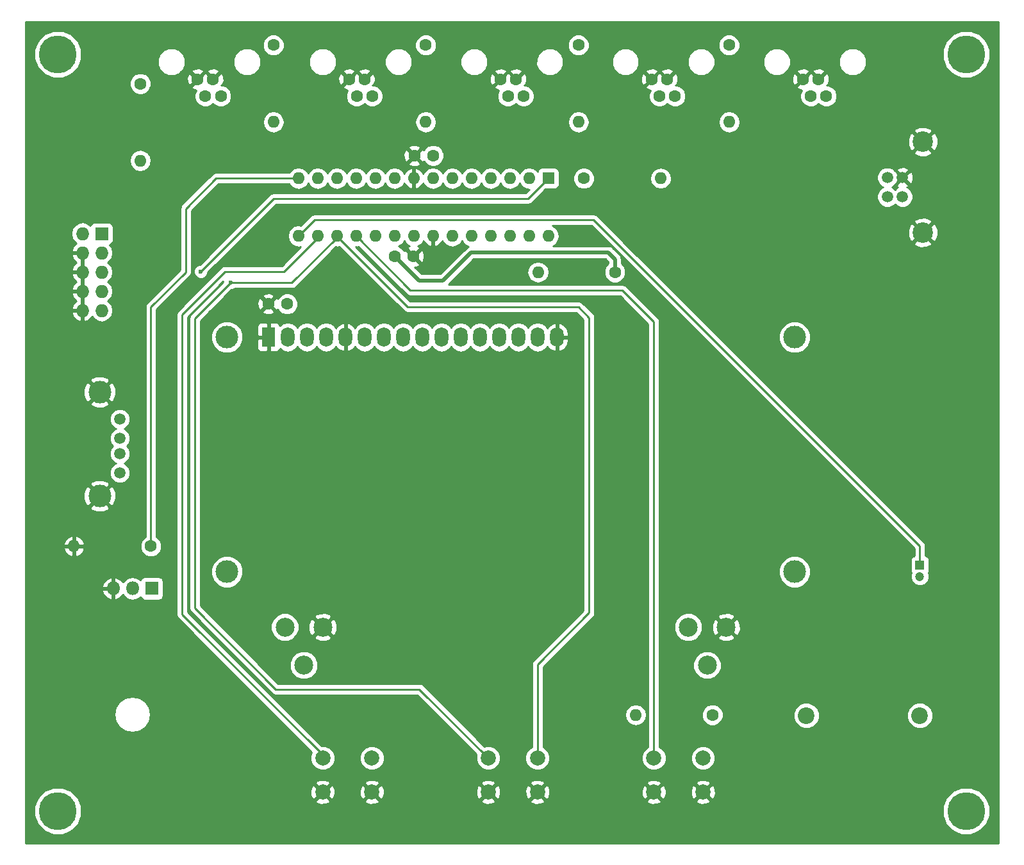
<source format=gbr>
G04 #@! TF.FileFunction,Copper,L2,Bot,Signal*
%FSLAX46Y46*%
G04 Gerber Fmt 4.6, Leading zero omitted, Abs format (unit mm)*
G04 Created by KiCad (PCBNEW 4.0.6) date Sunday, July 23, 2017 'AMt' 01:04:53 AM*
%MOMM*%
%LPD*%
G01*
G04 APERTURE LIST*
%ADD10C,0.100000*%
%ADD11C,5.000000*%
%ADD12C,1.600000*%
%ADD13R,1.800000X2.600000*%
%ADD14O,1.800000X2.600000*%
%ADD15C,3.000000*%
%ADD16C,2.200000*%
%ADD17O,1.600000X1.600000*%
%ADD18C,2.500000*%
%ADD19R,1.600000X1.600000*%
%ADD20C,1.520000*%
%ADD21C,2.700000*%
%ADD22C,1.500000*%
%ADD23C,2.000000*%
%ADD24R,1.800000X1.800000*%
%ADD25O,1.800000X1.800000*%
%ADD26R,1.200000X1.200000*%
%ADD27C,1.200000*%
%ADD28R,1.727200X1.727200*%
%ADD29O,1.727200X1.727200*%
%ADD30C,0.600000*%
%ADD31C,0.500000*%
%ADD32C,0.250000*%
%ADD33C,0.254000*%
G04 APERTURE END LIST*
D10*
D11*
X225000000Y-35000000D03*
X225000000Y-135000000D03*
X105000000Y-135000000D03*
D12*
X154600000Y-48400000D03*
X152100000Y-48400000D03*
X135300000Y-68000000D03*
X132800000Y-68000000D03*
D13*
X132842000Y-72390000D03*
D14*
X135382000Y-72390000D03*
X137922000Y-72390000D03*
X140462000Y-72390000D03*
X143002000Y-72390000D03*
X145542000Y-72390000D03*
X148082000Y-72390000D03*
X150622000Y-72390000D03*
X153162000Y-72390000D03*
X155702000Y-72390000D03*
X158242000Y-72390000D03*
X160782000Y-72390000D03*
X163322000Y-72390000D03*
X165862000Y-72390000D03*
X168402000Y-72390000D03*
X170942000Y-72390000D03*
D15*
X127342900Y-72390000D03*
X127342900Y-103390700D03*
X202341480Y-103390700D03*
X202342000Y-72390000D03*
D12*
X203470000Y-38300000D03*
X204490000Y-40540000D03*
X205510000Y-38300000D03*
X206530000Y-40540000D03*
X183470000Y-38300000D03*
X184490000Y-40540000D03*
X185510000Y-38300000D03*
X186530000Y-40540000D03*
X163470000Y-38300000D03*
X164490000Y-40540000D03*
X165510000Y-38300000D03*
X166530000Y-40540000D03*
X143470000Y-38300000D03*
X144490000Y-40540000D03*
X145510000Y-38300000D03*
X146530000Y-40540000D03*
X123470000Y-38300000D03*
X124490000Y-40540000D03*
X125510000Y-38300000D03*
X126530000Y-40540000D03*
D16*
X218900000Y-122400000D03*
X203900000Y-122400000D03*
D12*
X174500000Y-51400000D03*
D17*
X184660000Y-51400000D03*
D12*
X117300000Y-100000000D03*
D17*
X107140000Y-100000000D03*
D12*
X191500000Y-122300000D03*
D17*
X181340000Y-122300000D03*
D12*
X178600000Y-63800000D03*
D17*
X168440000Y-63800000D03*
D12*
X193700000Y-33800000D03*
D17*
X193700000Y-43960000D03*
D12*
X173800000Y-33800000D03*
D17*
X173800000Y-43960000D03*
D12*
X153600000Y-33800000D03*
D17*
X153600000Y-43960000D03*
D12*
X133500000Y-33800000D03*
D17*
X133500000Y-43960000D03*
D12*
X115900000Y-38900000D03*
D17*
X115900000Y-49060000D03*
D18*
X190800000Y-115740000D03*
X193300000Y-110700000D03*
X188300000Y-110700000D03*
X137500000Y-115740000D03*
X140000000Y-110700000D03*
X135000000Y-110700000D03*
D19*
X169800000Y-51400000D03*
D17*
X136780000Y-59020000D03*
X167260000Y-51400000D03*
X139320000Y-59020000D03*
X164720000Y-51400000D03*
X141860000Y-59020000D03*
X162180000Y-51400000D03*
X144400000Y-59020000D03*
X159640000Y-51400000D03*
X146940000Y-59020000D03*
X157100000Y-51400000D03*
X149480000Y-59020000D03*
X154560000Y-51400000D03*
X152020000Y-59020000D03*
X152020000Y-51400000D03*
X154560000Y-59020000D03*
X149480000Y-51400000D03*
X157100000Y-59020000D03*
X146940000Y-51400000D03*
X159640000Y-59020000D03*
X144400000Y-51400000D03*
X162180000Y-59020000D03*
X141860000Y-51400000D03*
X164720000Y-59020000D03*
X139320000Y-51400000D03*
X167260000Y-59020000D03*
X136780000Y-51400000D03*
X169800000Y-59020000D03*
D20*
X214600000Y-53840000D03*
X214600000Y-51300000D03*
X216600000Y-51300000D03*
X216600000Y-53840000D03*
D21*
X219300000Y-58570000D03*
X219300000Y-46570000D03*
D22*
X113200000Y-90310000D03*
X113200000Y-87770000D03*
X113200000Y-85740000D03*
X113200000Y-83200000D03*
D15*
X110530000Y-93360000D03*
X110530000Y-79640000D03*
D12*
X152000000Y-61700000D03*
X149500000Y-61700000D03*
D23*
X140000000Y-132500000D03*
X140000000Y-128000000D03*
X146500000Y-132500000D03*
X146500000Y-128000000D03*
X161875000Y-132500000D03*
X161875000Y-128000000D03*
X168375000Y-132500000D03*
X168375000Y-128000000D03*
X183750000Y-132500000D03*
X183750000Y-128000000D03*
X190250000Y-132500000D03*
X190250000Y-128000000D03*
D24*
X117400000Y-105600000D03*
D25*
X114860000Y-105600000D03*
X112320000Y-105600000D03*
D11*
X105000000Y-35000000D03*
D26*
X218900000Y-102500000D03*
D27*
X218900000Y-104000000D03*
D28*
X110800000Y-58700000D03*
D29*
X108260000Y-58700000D03*
X110800000Y-61240000D03*
X108260000Y-61240000D03*
X110800000Y-63780000D03*
X108260000Y-63780000D03*
X110800000Y-66320000D03*
X108260000Y-66320000D03*
X110800000Y-68860000D03*
X108260000Y-68860000D03*
D30*
X127800000Y-65200000D03*
X123900000Y-63700000D03*
D31*
X178600000Y-63800000D02*
X178600000Y-62100000D01*
X152700000Y-64900000D02*
X149500000Y-61700000D01*
X155900000Y-64900000D02*
X152700000Y-64900000D01*
X159600000Y-61200000D02*
X155900000Y-64900000D01*
X177700000Y-61200000D02*
X159600000Y-61200000D01*
X178600000Y-62100000D02*
X177700000Y-61200000D01*
D32*
X138100000Y-72568000D02*
X137922000Y-72390000D01*
X183750000Y-128000000D02*
X183750000Y-70350000D01*
X183750000Y-70350000D02*
X179600000Y-66200000D01*
X179600000Y-66200000D02*
X151580000Y-66200000D01*
X151580000Y-66200000D02*
X144400000Y-59020000D01*
X141860000Y-59020000D02*
X141860000Y-59240000D01*
X141860000Y-59240000D02*
X135900000Y-65200000D01*
X152775000Y-118900000D02*
X161875000Y-128000000D01*
X133800000Y-118900000D02*
X152775000Y-118900000D01*
X123100000Y-108200000D02*
X133800000Y-118900000D01*
X123100000Y-69900000D02*
X123100000Y-108200000D01*
X127800000Y-65200000D02*
X124900000Y-68100000D01*
X124900000Y-68100000D02*
X123100000Y-69900000D01*
X135900000Y-65200000D02*
X127800000Y-65200000D01*
X141860000Y-59020000D02*
X141860000Y-59060000D01*
X141860000Y-59060000D02*
X151200000Y-68400000D01*
X151200000Y-68400000D02*
X173800000Y-68400000D01*
X173800000Y-68400000D02*
X175200000Y-69800000D01*
X175200000Y-69800000D02*
X175200000Y-108800000D01*
X175200000Y-108800000D02*
X168375000Y-115625000D01*
X168375000Y-115625000D02*
X168375000Y-128000000D01*
X167100000Y-54100000D02*
X169800000Y-51400000D01*
X133500000Y-54100000D02*
X167100000Y-54100000D01*
X123900000Y-63700000D02*
X133500000Y-54100000D01*
X204200000Y-122100000D02*
X204300000Y-122000000D01*
X136780000Y-59020000D02*
X138900000Y-56900000D01*
X218900000Y-100000000D02*
X218900000Y-102500000D01*
X175800000Y-56900000D02*
X218900000Y-100000000D01*
X138900000Y-56900000D02*
X175800000Y-56900000D01*
X117300000Y-100000000D02*
X117300000Y-68400000D01*
X125900000Y-51400000D02*
X136780000Y-51400000D01*
X121900000Y-55400000D02*
X125900000Y-51400000D01*
X121900000Y-63800000D02*
X121900000Y-55400000D01*
X117300000Y-68400000D02*
X121900000Y-63800000D01*
X139320000Y-59020000D02*
X139320000Y-59280000D01*
X139320000Y-59280000D02*
X134900000Y-63700000D01*
X134900000Y-63700000D02*
X127100000Y-63700000D01*
X127100000Y-63700000D02*
X121400000Y-69400000D01*
X121400000Y-69400000D02*
X121400000Y-109000000D01*
X121400000Y-109000000D02*
X140000000Y-127600000D01*
X140000000Y-127600000D02*
X140000000Y-128000000D01*
X140000000Y-128000000D02*
X140000000Y-127600000D01*
D33*
G36*
X229290000Y-139290000D02*
X100710000Y-139290000D01*
X100710000Y-135620854D01*
X101864457Y-135620854D01*
X102340727Y-136773515D01*
X103221847Y-137656174D01*
X104373674Y-138134454D01*
X105620854Y-138135543D01*
X106773515Y-137659273D01*
X107656174Y-136778153D01*
X108134454Y-135626326D01*
X108134458Y-135620854D01*
X221864457Y-135620854D01*
X222340727Y-136773515D01*
X223221847Y-137656174D01*
X224373674Y-138134454D01*
X225620854Y-138135543D01*
X226773515Y-137659273D01*
X227656174Y-136778153D01*
X228134454Y-135626326D01*
X228135543Y-134379146D01*
X227659273Y-133226485D01*
X226778153Y-132343826D01*
X225626326Y-131865546D01*
X224379146Y-131864457D01*
X223226485Y-132340727D01*
X222343826Y-133221847D01*
X221865546Y-134373674D01*
X221864457Y-135620854D01*
X108134458Y-135620854D01*
X108135543Y-134379146D01*
X107835313Y-133652532D01*
X139027073Y-133652532D01*
X139125736Y-133919387D01*
X139735461Y-134145908D01*
X140385460Y-134121856D01*
X140874264Y-133919387D01*
X140972927Y-133652532D01*
X145527073Y-133652532D01*
X145625736Y-133919387D01*
X146235461Y-134145908D01*
X146885460Y-134121856D01*
X147374264Y-133919387D01*
X147472927Y-133652532D01*
X160902073Y-133652532D01*
X161000736Y-133919387D01*
X161610461Y-134145908D01*
X162260460Y-134121856D01*
X162749264Y-133919387D01*
X162847927Y-133652532D01*
X167402073Y-133652532D01*
X167500736Y-133919387D01*
X168110461Y-134145908D01*
X168760460Y-134121856D01*
X169249264Y-133919387D01*
X169347927Y-133652532D01*
X182777073Y-133652532D01*
X182875736Y-133919387D01*
X183485461Y-134145908D01*
X184135460Y-134121856D01*
X184624264Y-133919387D01*
X184722927Y-133652532D01*
X189277073Y-133652532D01*
X189375736Y-133919387D01*
X189985461Y-134145908D01*
X190635460Y-134121856D01*
X191124264Y-133919387D01*
X191222927Y-133652532D01*
X190250000Y-132679605D01*
X189277073Y-133652532D01*
X184722927Y-133652532D01*
X183750000Y-132679605D01*
X182777073Y-133652532D01*
X169347927Y-133652532D01*
X168375000Y-132679605D01*
X167402073Y-133652532D01*
X162847927Y-133652532D01*
X161875000Y-132679605D01*
X160902073Y-133652532D01*
X147472927Y-133652532D01*
X146500000Y-132679605D01*
X145527073Y-133652532D01*
X140972927Y-133652532D01*
X140000000Y-132679605D01*
X139027073Y-133652532D01*
X107835313Y-133652532D01*
X107659273Y-133226485D01*
X106778153Y-132343826D01*
X106517181Y-132235461D01*
X138354092Y-132235461D01*
X138378144Y-132885460D01*
X138580613Y-133374264D01*
X138847468Y-133472927D01*
X139820395Y-132500000D01*
X140179605Y-132500000D01*
X141152532Y-133472927D01*
X141419387Y-133374264D01*
X141645908Y-132764539D01*
X141626331Y-132235461D01*
X144854092Y-132235461D01*
X144878144Y-132885460D01*
X145080613Y-133374264D01*
X145347468Y-133472927D01*
X146320395Y-132500000D01*
X146679605Y-132500000D01*
X147652532Y-133472927D01*
X147919387Y-133374264D01*
X148145908Y-132764539D01*
X148126331Y-132235461D01*
X160229092Y-132235461D01*
X160253144Y-132885460D01*
X160455613Y-133374264D01*
X160722468Y-133472927D01*
X161695395Y-132500000D01*
X162054605Y-132500000D01*
X163027532Y-133472927D01*
X163294387Y-133374264D01*
X163520908Y-132764539D01*
X163501331Y-132235461D01*
X166729092Y-132235461D01*
X166753144Y-132885460D01*
X166955613Y-133374264D01*
X167222468Y-133472927D01*
X168195395Y-132500000D01*
X168554605Y-132500000D01*
X169527532Y-133472927D01*
X169794387Y-133374264D01*
X170020908Y-132764539D01*
X170001331Y-132235461D01*
X182104092Y-132235461D01*
X182128144Y-132885460D01*
X182330613Y-133374264D01*
X182597468Y-133472927D01*
X183570395Y-132500000D01*
X183929605Y-132500000D01*
X184902532Y-133472927D01*
X185169387Y-133374264D01*
X185395908Y-132764539D01*
X185376331Y-132235461D01*
X188604092Y-132235461D01*
X188628144Y-132885460D01*
X188830613Y-133374264D01*
X189097468Y-133472927D01*
X190070395Y-132500000D01*
X190429605Y-132500000D01*
X191402532Y-133472927D01*
X191669387Y-133374264D01*
X191895908Y-132764539D01*
X191871856Y-132114540D01*
X191669387Y-131625736D01*
X191402532Y-131527073D01*
X190429605Y-132500000D01*
X190070395Y-132500000D01*
X189097468Y-131527073D01*
X188830613Y-131625736D01*
X188604092Y-132235461D01*
X185376331Y-132235461D01*
X185371856Y-132114540D01*
X185169387Y-131625736D01*
X184902532Y-131527073D01*
X183929605Y-132500000D01*
X183570395Y-132500000D01*
X182597468Y-131527073D01*
X182330613Y-131625736D01*
X182104092Y-132235461D01*
X170001331Y-132235461D01*
X169996856Y-132114540D01*
X169794387Y-131625736D01*
X169527532Y-131527073D01*
X168554605Y-132500000D01*
X168195395Y-132500000D01*
X167222468Y-131527073D01*
X166955613Y-131625736D01*
X166729092Y-132235461D01*
X163501331Y-132235461D01*
X163496856Y-132114540D01*
X163294387Y-131625736D01*
X163027532Y-131527073D01*
X162054605Y-132500000D01*
X161695395Y-132500000D01*
X160722468Y-131527073D01*
X160455613Y-131625736D01*
X160229092Y-132235461D01*
X148126331Y-132235461D01*
X148121856Y-132114540D01*
X147919387Y-131625736D01*
X147652532Y-131527073D01*
X146679605Y-132500000D01*
X146320395Y-132500000D01*
X145347468Y-131527073D01*
X145080613Y-131625736D01*
X144854092Y-132235461D01*
X141626331Y-132235461D01*
X141621856Y-132114540D01*
X141419387Y-131625736D01*
X141152532Y-131527073D01*
X140179605Y-132500000D01*
X139820395Y-132500000D01*
X138847468Y-131527073D01*
X138580613Y-131625736D01*
X138354092Y-132235461D01*
X106517181Y-132235461D01*
X105626326Y-131865546D01*
X104379146Y-131864457D01*
X103226485Y-132340727D01*
X102343826Y-133221847D01*
X101865546Y-134373674D01*
X101864457Y-135620854D01*
X100710000Y-135620854D01*
X100710000Y-131347468D01*
X139027073Y-131347468D01*
X140000000Y-132320395D01*
X140972927Y-131347468D01*
X145527073Y-131347468D01*
X146500000Y-132320395D01*
X147472927Y-131347468D01*
X160902073Y-131347468D01*
X161875000Y-132320395D01*
X162847927Y-131347468D01*
X167402073Y-131347468D01*
X168375000Y-132320395D01*
X169347927Y-131347468D01*
X182777073Y-131347468D01*
X183750000Y-132320395D01*
X184722927Y-131347468D01*
X189277073Y-131347468D01*
X190250000Y-132320395D01*
X191222927Y-131347468D01*
X191124264Y-131080613D01*
X190514539Y-130854092D01*
X189864540Y-130878144D01*
X189375736Y-131080613D01*
X189277073Y-131347468D01*
X184722927Y-131347468D01*
X184624264Y-131080613D01*
X184014539Y-130854092D01*
X183364540Y-130878144D01*
X182875736Y-131080613D01*
X182777073Y-131347468D01*
X169347927Y-131347468D01*
X169249264Y-131080613D01*
X168639539Y-130854092D01*
X167989540Y-130878144D01*
X167500736Y-131080613D01*
X167402073Y-131347468D01*
X162847927Y-131347468D01*
X162749264Y-131080613D01*
X162139539Y-130854092D01*
X161489540Y-130878144D01*
X161000736Y-131080613D01*
X160902073Y-131347468D01*
X147472927Y-131347468D01*
X147374264Y-131080613D01*
X146764539Y-130854092D01*
X146114540Y-130878144D01*
X145625736Y-131080613D01*
X145527073Y-131347468D01*
X140972927Y-131347468D01*
X140874264Y-131080613D01*
X140264539Y-130854092D01*
X139614540Y-130878144D01*
X139125736Y-131080613D01*
X139027073Y-131347468D01*
X100710000Y-131347468D01*
X100710000Y-122260000D01*
X112428275Y-122260000D01*
X112609822Y-123172700D01*
X113126825Y-123946450D01*
X113900575Y-124463453D01*
X114813275Y-124645000D01*
X114906725Y-124645000D01*
X115819425Y-124463453D01*
X116593175Y-123946450D01*
X117110178Y-123172700D01*
X117291725Y-122260000D01*
X117110178Y-121347300D01*
X116593175Y-120573550D01*
X115819425Y-120056547D01*
X114906725Y-119875000D01*
X114813275Y-119875000D01*
X113900575Y-120056547D01*
X113126825Y-120573550D01*
X112609822Y-121347300D01*
X112428275Y-122260000D01*
X100710000Y-122260000D01*
X100710000Y-105964740D01*
X110828964Y-105964740D01*
X111007760Y-106396417D01*
X111412424Y-106837966D01*
X111955258Y-107091046D01*
X112193000Y-106970997D01*
X112193000Y-105727000D01*
X110949622Y-105727000D01*
X110828964Y-105964740D01*
X100710000Y-105964740D01*
X100710000Y-105235260D01*
X110828964Y-105235260D01*
X110949622Y-105473000D01*
X112193000Y-105473000D01*
X112193000Y-104229003D01*
X112447000Y-104229003D01*
X112447000Y-105473000D01*
X112467000Y-105473000D01*
X112467000Y-105727000D01*
X112447000Y-105727000D01*
X112447000Y-106970997D01*
X112684742Y-107091046D01*
X113227576Y-106837966D01*
X113585499Y-106447418D01*
X113744519Y-106685409D01*
X114242509Y-107018155D01*
X114829928Y-107135000D01*
X114890072Y-107135000D01*
X115477491Y-107018155D01*
X115898026Y-106737163D01*
X116035910Y-106951441D01*
X116248110Y-107096431D01*
X116500000Y-107147440D01*
X118300000Y-107147440D01*
X118535317Y-107103162D01*
X118751441Y-106964090D01*
X118896431Y-106751890D01*
X118947440Y-106500000D01*
X118947440Y-104700000D01*
X118903162Y-104464683D01*
X118764090Y-104248559D01*
X118551890Y-104103569D01*
X118300000Y-104052560D01*
X116500000Y-104052560D01*
X116264683Y-104096838D01*
X116048559Y-104235910D01*
X115903569Y-104448110D01*
X115900281Y-104464344D01*
X115477491Y-104181845D01*
X114890072Y-104065000D01*
X114829928Y-104065000D01*
X114242509Y-104181845D01*
X113744519Y-104514591D01*
X113585499Y-104752582D01*
X113227576Y-104362034D01*
X112684742Y-104108954D01*
X112447000Y-104229003D01*
X112193000Y-104229003D01*
X111955258Y-104108954D01*
X111412424Y-104362034D01*
X111007760Y-104803583D01*
X110828964Y-105235260D01*
X100710000Y-105235260D01*
X100710000Y-100349039D01*
X105748096Y-100349039D01*
X105908959Y-100737423D01*
X106284866Y-101152389D01*
X106790959Y-101391914D01*
X107013000Y-101270629D01*
X107013000Y-100127000D01*
X107267000Y-100127000D01*
X107267000Y-101270629D01*
X107489041Y-101391914D01*
X107995134Y-101152389D01*
X108371041Y-100737423D01*
X108531904Y-100349039D01*
X108496275Y-100284187D01*
X115864752Y-100284187D01*
X116082757Y-100811800D01*
X116486077Y-101215824D01*
X117013309Y-101434750D01*
X117584187Y-101435248D01*
X118111800Y-101217243D01*
X118515824Y-100813923D01*
X118734750Y-100286691D01*
X118735248Y-99715813D01*
X118517243Y-99188200D01*
X118113923Y-98784176D01*
X118060000Y-98761785D01*
X118060000Y-69400000D01*
X120640000Y-69400000D01*
X120640000Y-109000000D01*
X120697852Y-109290839D01*
X120862599Y-109537401D01*
X138551087Y-127225889D01*
X138365284Y-127673352D01*
X138364716Y-128323795D01*
X138613106Y-128924943D01*
X139072637Y-129385278D01*
X139673352Y-129634716D01*
X140323795Y-129635284D01*
X140924943Y-129386894D01*
X141385278Y-128927363D01*
X141634716Y-128326648D01*
X141634718Y-128323795D01*
X144864716Y-128323795D01*
X145113106Y-128924943D01*
X145572637Y-129385278D01*
X146173352Y-129634716D01*
X146823795Y-129635284D01*
X147424943Y-129386894D01*
X147885278Y-128927363D01*
X148134716Y-128326648D01*
X148135284Y-127676205D01*
X147886894Y-127075057D01*
X147427363Y-126614722D01*
X146826648Y-126365284D01*
X146176205Y-126364716D01*
X145575057Y-126613106D01*
X145114722Y-127072637D01*
X144865284Y-127673352D01*
X144864716Y-128323795D01*
X141634718Y-128323795D01*
X141635284Y-127676205D01*
X141386894Y-127075057D01*
X140927363Y-126614722D01*
X140326648Y-126365284D01*
X139839661Y-126364859D01*
X122160000Y-108685198D01*
X122160000Y-69714802D01*
X126867691Y-65007111D01*
X126865162Y-65013201D01*
X126865121Y-65060077D01*
X122562599Y-69362599D01*
X122397852Y-69609161D01*
X122340000Y-69900000D01*
X122340000Y-108200000D01*
X122397852Y-108490839D01*
X122562599Y-108737401D01*
X133262599Y-119437401D01*
X133509161Y-119602148D01*
X133800000Y-119660000D01*
X152460198Y-119660000D01*
X160308725Y-127508527D01*
X160240284Y-127673352D01*
X160239716Y-128323795D01*
X160488106Y-128924943D01*
X160947637Y-129385278D01*
X161548352Y-129634716D01*
X162198795Y-129635284D01*
X162799943Y-129386894D01*
X163260278Y-128927363D01*
X163509716Y-128326648D01*
X163510284Y-127676205D01*
X163261894Y-127075057D01*
X162802363Y-126614722D01*
X162201648Y-126365284D01*
X161551205Y-126364716D01*
X161383721Y-126433919D01*
X153312401Y-118362599D01*
X153065839Y-118197852D01*
X152775000Y-118140000D01*
X134114802Y-118140000D01*
X132088107Y-116113305D01*
X135614674Y-116113305D01*
X135901043Y-116806372D01*
X136430839Y-117337093D01*
X137123405Y-117624672D01*
X137873305Y-117625326D01*
X138566372Y-117338957D01*
X139097093Y-116809161D01*
X139384672Y-116116595D01*
X139385326Y-115366695D01*
X139098957Y-114673628D01*
X138569161Y-114142907D01*
X137876595Y-113855328D01*
X137126695Y-113854674D01*
X136433628Y-114141043D01*
X135902907Y-114670839D01*
X135615328Y-115363405D01*
X135614674Y-116113305D01*
X132088107Y-116113305D01*
X127048107Y-111073305D01*
X133114674Y-111073305D01*
X133401043Y-111766372D01*
X133930839Y-112297093D01*
X134623405Y-112584672D01*
X135373305Y-112585326D01*
X136066372Y-112298957D01*
X136332472Y-112033320D01*
X138846285Y-112033320D01*
X138975533Y-112326123D01*
X139675806Y-112594388D01*
X140425435Y-112574250D01*
X141024467Y-112326123D01*
X141153715Y-112033320D01*
X140000000Y-110879605D01*
X138846285Y-112033320D01*
X136332472Y-112033320D01*
X136597093Y-111769161D01*
X136884672Y-111076595D01*
X136885283Y-110375806D01*
X138105612Y-110375806D01*
X138125750Y-111125435D01*
X138373877Y-111724467D01*
X138666680Y-111853715D01*
X139820395Y-110700000D01*
X140179605Y-110700000D01*
X141333320Y-111853715D01*
X141626123Y-111724467D01*
X141894388Y-111024194D01*
X141874250Y-110274565D01*
X141626123Y-109675533D01*
X141333320Y-109546285D01*
X140179605Y-110700000D01*
X139820395Y-110700000D01*
X138666680Y-109546285D01*
X138373877Y-109675533D01*
X138105612Y-110375806D01*
X136885283Y-110375806D01*
X136885326Y-110326695D01*
X136598957Y-109633628D01*
X136332475Y-109366680D01*
X138846285Y-109366680D01*
X140000000Y-110520395D01*
X141153715Y-109366680D01*
X141024467Y-109073877D01*
X140324194Y-108805612D01*
X139574565Y-108825750D01*
X138975533Y-109073877D01*
X138846285Y-109366680D01*
X136332475Y-109366680D01*
X136069161Y-109102907D01*
X135376595Y-108815328D01*
X134626695Y-108814674D01*
X133933628Y-109101043D01*
X133402907Y-109630839D01*
X133115328Y-110323405D01*
X133114674Y-111073305D01*
X127048107Y-111073305D01*
X123860000Y-107885198D01*
X123860000Y-103813515D01*
X125207530Y-103813515D01*
X125531880Y-104598500D01*
X126131941Y-105199609D01*
X126916359Y-105525328D01*
X127765715Y-105526070D01*
X128550700Y-105201720D01*
X129151809Y-104601659D01*
X129477528Y-103817241D01*
X129478270Y-102967885D01*
X129153920Y-102182900D01*
X128553859Y-101581791D01*
X127769441Y-101256072D01*
X126920085Y-101255330D01*
X126135100Y-101579680D01*
X125533991Y-102179741D01*
X125208272Y-102964159D01*
X125207530Y-103813515D01*
X123860000Y-103813515D01*
X123860000Y-72812815D01*
X125207530Y-72812815D01*
X125531880Y-73597800D01*
X126131941Y-74198909D01*
X126916359Y-74524628D01*
X127765715Y-74525370D01*
X128550700Y-74201020D01*
X129151809Y-73600959D01*
X129477528Y-72816541D01*
X129477650Y-72675750D01*
X131307000Y-72675750D01*
X131307000Y-73816310D01*
X131403673Y-74049699D01*
X131582302Y-74228327D01*
X131815691Y-74325000D01*
X132556250Y-74325000D01*
X132715000Y-74166250D01*
X132715000Y-72517000D01*
X131465750Y-72517000D01*
X131307000Y-72675750D01*
X129477650Y-72675750D01*
X129478270Y-71967185D01*
X129153920Y-71182200D01*
X128935791Y-70963690D01*
X131307000Y-70963690D01*
X131307000Y-72104250D01*
X131465750Y-72263000D01*
X132715000Y-72263000D01*
X132715000Y-70613750D01*
X132969000Y-70613750D01*
X132969000Y-72263000D01*
X132989000Y-72263000D01*
X132989000Y-72517000D01*
X132969000Y-72517000D01*
X132969000Y-74166250D01*
X133127750Y-74325000D01*
X133868309Y-74325000D01*
X134101698Y-74228327D01*
X134280327Y-74049699D01*
X134328098Y-73934370D01*
X134794581Y-74246064D01*
X135382000Y-74362909D01*
X135969419Y-74246064D01*
X136467409Y-73913318D01*
X136652000Y-73637058D01*
X136836591Y-73913318D01*
X137334581Y-74246064D01*
X137922000Y-74362909D01*
X138509419Y-74246064D01*
X139007409Y-73913318D01*
X139192000Y-73637058D01*
X139376591Y-73913318D01*
X139874581Y-74246064D01*
X140462000Y-74362909D01*
X141049419Y-74246064D01*
X141547409Y-73913318D01*
X141738192Y-73627790D01*
X142006394Y-73965212D01*
X142531914Y-74256756D01*
X142637260Y-74281036D01*
X142875000Y-74160378D01*
X142875000Y-72517000D01*
X142855000Y-72517000D01*
X142855000Y-72263000D01*
X142875000Y-72263000D01*
X142875000Y-70619622D01*
X143129000Y-70619622D01*
X143129000Y-72263000D01*
X143149000Y-72263000D01*
X143149000Y-72517000D01*
X143129000Y-72517000D01*
X143129000Y-74160378D01*
X143366740Y-74281036D01*
X143472086Y-74256756D01*
X143997606Y-73965212D01*
X144265808Y-73627790D01*
X144456591Y-73913318D01*
X144954581Y-74246064D01*
X145542000Y-74362909D01*
X146129419Y-74246064D01*
X146627409Y-73913318D01*
X146812000Y-73637058D01*
X146996591Y-73913318D01*
X147494581Y-74246064D01*
X148082000Y-74362909D01*
X148669419Y-74246064D01*
X149167409Y-73913318D01*
X149352000Y-73637058D01*
X149536591Y-73913318D01*
X150034581Y-74246064D01*
X150622000Y-74362909D01*
X151209419Y-74246064D01*
X151707409Y-73913318D01*
X151892000Y-73637058D01*
X152076591Y-73913318D01*
X152574581Y-74246064D01*
X153162000Y-74362909D01*
X153749419Y-74246064D01*
X154247409Y-73913318D01*
X154432000Y-73637058D01*
X154616591Y-73913318D01*
X155114581Y-74246064D01*
X155702000Y-74362909D01*
X156289419Y-74246064D01*
X156787409Y-73913318D01*
X156972000Y-73637058D01*
X157156591Y-73913318D01*
X157654581Y-74246064D01*
X158242000Y-74362909D01*
X158829419Y-74246064D01*
X159327409Y-73913318D01*
X159512000Y-73637058D01*
X159696591Y-73913318D01*
X160194581Y-74246064D01*
X160782000Y-74362909D01*
X161369419Y-74246064D01*
X161867409Y-73913318D01*
X162052000Y-73637058D01*
X162236591Y-73913318D01*
X162734581Y-74246064D01*
X163322000Y-74362909D01*
X163909419Y-74246064D01*
X164407409Y-73913318D01*
X164592000Y-73637058D01*
X164776591Y-73913318D01*
X165274581Y-74246064D01*
X165862000Y-74362909D01*
X166449419Y-74246064D01*
X166947409Y-73913318D01*
X167132000Y-73637058D01*
X167316591Y-73913318D01*
X167814581Y-74246064D01*
X168402000Y-74362909D01*
X168989419Y-74246064D01*
X169487409Y-73913318D01*
X169678192Y-73627790D01*
X169946394Y-73965212D01*
X170471914Y-74256756D01*
X170577260Y-74281036D01*
X170815000Y-74160378D01*
X170815000Y-72517000D01*
X171069000Y-72517000D01*
X171069000Y-74160378D01*
X171306740Y-74281036D01*
X171412086Y-74256756D01*
X171937606Y-73965212D01*
X172311554Y-73494752D01*
X172477000Y-72917000D01*
X172477000Y-72517000D01*
X171069000Y-72517000D01*
X170815000Y-72517000D01*
X170795000Y-72517000D01*
X170795000Y-72263000D01*
X170815000Y-72263000D01*
X170815000Y-70619622D01*
X171069000Y-70619622D01*
X171069000Y-72263000D01*
X172477000Y-72263000D01*
X172477000Y-71863000D01*
X172311554Y-71285248D01*
X171937606Y-70814788D01*
X171412086Y-70523244D01*
X171306740Y-70498964D01*
X171069000Y-70619622D01*
X170815000Y-70619622D01*
X170577260Y-70498964D01*
X170471914Y-70523244D01*
X169946394Y-70814788D01*
X169678192Y-71152210D01*
X169487409Y-70866682D01*
X168989419Y-70533936D01*
X168402000Y-70417091D01*
X167814581Y-70533936D01*
X167316591Y-70866682D01*
X167132000Y-71142942D01*
X166947409Y-70866682D01*
X166449419Y-70533936D01*
X165862000Y-70417091D01*
X165274581Y-70533936D01*
X164776591Y-70866682D01*
X164592000Y-71142942D01*
X164407409Y-70866682D01*
X163909419Y-70533936D01*
X163322000Y-70417091D01*
X162734581Y-70533936D01*
X162236591Y-70866682D01*
X162052000Y-71142942D01*
X161867409Y-70866682D01*
X161369419Y-70533936D01*
X160782000Y-70417091D01*
X160194581Y-70533936D01*
X159696591Y-70866682D01*
X159512000Y-71142942D01*
X159327409Y-70866682D01*
X158829419Y-70533936D01*
X158242000Y-70417091D01*
X157654581Y-70533936D01*
X157156591Y-70866682D01*
X156972000Y-71142942D01*
X156787409Y-70866682D01*
X156289419Y-70533936D01*
X155702000Y-70417091D01*
X155114581Y-70533936D01*
X154616591Y-70866682D01*
X154432000Y-71142942D01*
X154247409Y-70866682D01*
X153749419Y-70533936D01*
X153162000Y-70417091D01*
X152574581Y-70533936D01*
X152076591Y-70866682D01*
X151892000Y-71142942D01*
X151707409Y-70866682D01*
X151209419Y-70533936D01*
X150622000Y-70417091D01*
X150034581Y-70533936D01*
X149536591Y-70866682D01*
X149352000Y-71142942D01*
X149167409Y-70866682D01*
X148669419Y-70533936D01*
X148082000Y-70417091D01*
X147494581Y-70533936D01*
X146996591Y-70866682D01*
X146812000Y-71142942D01*
X146627409Y-70866682D01*
X146129419Y-70533936D01*
X145542000Y-70417091D01*
X144954581Y-70533936D01*
X144456591Y-70866682D01*
X144265808Y-71152210D01*
X143997606Y-70814788D01*
X143472086Y-70523244D01*
X143366740Y-70498964D01*
X143129000Y-70619622D01*
X142875000Y-70619622D01*
X142637260Y-70498964D01*
X142531914Y-70523244D01*
X142006394Y-70814788D01*
X141738192Y-71152210D01*
X141547409Y-70866682D01*
X141049419Y-70533936D01*
X140462000Y-70417091D01*
X139874581Y-70533936D01*
X139376591Y-70866682D01*
X139192000Y-71142942D01*
X139007409Y-70866682D01*
X138509419Y-70533936D01*
X137922000Y-70417091D01*
X137334581Y-70533936D01*
X136836591Y-70866682D01*
X136652000Y-71142942D01*
X136467409Y-70866682D01*
X135969419Y-70533936D01*
X135382000Y-70417091D01*
X134794581Y-70533936D01*
X134328098Y-70845630D01*
X134280327Y-70730301D01*
X134101698Y-70551673D01*
X133868309Y-70455000D01*
X133127750Y-70455000D01*
X132969000Y-70613750D01*
X132715000Y-70613750D01*
X132556250Y-70455000D01*
X131815691Y-70455000D01*
X131582302Y-70551673D01*
X131403673Y-70730301D01*
X131307000Y-70963690D01*
X128935791Y-70963690D01*
X128553859Y-70581091D01*
X127769441Y-70255372D01*
X126920085Y-70254630D01*
X126135100Y-70578980D01*
X125533991Y-71179041D01*
X125208272Y-71963459D01*
X125207530Y-72812815D01*
X123860000Y-72812815D01*
X123860000Y-70214802D01*
X125067057Y-69007745D01*
X131971861Y-69007745D01*
X132045995Y-69253864D01*
X132583223Y-69446965D01*
X133153454Y-69419778D01*
X133554005Y-69253864D01*
X133628139Y-69007745D01*
X132800000Y-68179605D01*
X131971861Y-69007745D01*
X125067057Y-69007745D01*
X126291579Y-67783223D01*
X131353035Y-67783223D01*
X131380222Y-68353454D01*
X131546136Y-68754005D01*
X131792255Y-68828139D01*
X132620395Y-68000000D01*
X132979605Y-68000000D01*
X133807745Y-68828139D01*
X134053864Y-68754005D01*
X134056196Y-68747517D01*
X134082757Y-68811800D01*
X134486077Y-69215824D01*
X135013309Y-69434750D01*
X135584187Y-69435248D01*
X136111800Y-69217243D01*
X136515824Y-68813923D01*
X136734750Y-68286691D01*
X136735248Y-67715813D01*
X136517243Y-67188200D01*
X136113923Y-66784176D01*
X135586691Y-66565250D01*
X135015813Y-66564752D01*
X134488200Y-66782757D01*
X134084176Y-67186077D01*
X134056577Y-67252544D01*
X134053864Y-67245995D01*
X133807745Y-67171861D01*
X132979605Y-68000000D01*
X132620395Y-68000000D01*
X131792255Y-67171861D01*
X131546136Y-67245995D01*
X131353035Y-67783223D01*
X126291579Y-67783223D01*
X127082547Y-66992255D01*
X131971861Y-66992255D01*
X132800000Y-67820395D01*
X133628139Y-66992255D01*
X133554005Y-66746136D01*
X133016777Y-66553035D01*
X132446546Y-66580222D01*
X132045995Y-66746136D01*
X131971861Y-66992255D01*
X127082547Y-66992255D01*
X127939680Y-66135122D01*
X127985167Y-66135162D01*
X128328943Y-65993117D01*
X128362118Y-65960000D01*
X135900000Y-65960000D01*
X136190839Y-65902148D01*
X136437401Y-65737401D01*
X141719614Y-60455188D01*
X141860000Y-60483113D01*
X142150522Y-60425324D01*
X150662599Y-68937401D01*
X150909161Y-69102148D01*
X151200000Y-69160000D01*
X173485198Y-69160000D01*
X174440000Y-70114802D01*
X174440000Y-108485198D01*
X167837599Y-115087599D01*
X167672852Y-115334161D01*
X167615000Y-115625000D01*
X167615000Y-126544953D01*
X167450057Y-126613106D01*
X166989722Y-127072637D01*
X166740284Y-127673352D01*
X166739716Y-128323795D01*
X166988106Y-128924943D01*
X167447637Y-129385278D01*
X168048352Y-129634716D01*
X168698795Y-129635284D01*
X169299943Y-129386894D01*
X169760278Y-128927363D01*
X170009716Y-128326648D01*
X170010284Y-127676205D01*
X169761894Y-127075057D01*
X169302363Y-126614722D01*
X169135000Y-126545227D01*
X169135000Y-122300000D01*
X179876887Y-122300000D01*
X179986120Y-122849151D01*
X180297189Y-123314698D01*
X180762736Y-123625767D01*
X181311887Y-123735000D01*
X181368113Y-123735000D01*
X181917264Y-123625767D01*
X182382811Y-123314698D01*
X182693880Y-122849151D01*
X182803113Y-122300000D01*
X182693880Y-121750849D01*
X182382811Y-121285302D01*
X181917264Y-120974233D01*
X181368113Y-120865000D01*
X181311887Y-120865000D01*
X180762736Y-120974233D01*
X180297189Y-121285302D01*
X179986120Y-121750849D01*
X179876887Y-122300000D01*
X169135000Y-122300000D01*
X169135000Y-115939802D01*
X175737401Y-109337401D01*
X175902148Y-109090839D01*
X175960000Y-108800000D01*
X175960000Y-69800000D01*
X175902148Y-69509161D01*
X175737401Y-69262599D01*
X174337401Y-67862599D01*
X174090839Y-67697852D01*
X173800000Y-67640000D01*
X151514802Y-67640000D01*
X144347465Y-60472663D01*
X144400000Y-60483113D01*
X144723886Y-60418688D01*
X151042599Y-66737401D01*
X151289160Y-66902148D01*
X151580000Y-66960000D01*
X179285198Y-66960000D01*
X182990000Y-70664802D01*
X182990000Y-126544953D01*
X182825057Y-126613106D01*
X182364722Y-127072637D01*
X182115284Y-127673352D01*
X182114716Y-128323795D01*
X182363106Y-128924943D01*
X182822637Y-129385278D01*
X183423352Y-129634716D01*
X184073795Y-129635284D01*
X184674943Y-129386894D01*
X185135278Y-128927363D01*
X185384716Y-128326648D01*
X185384718Y-128323795D01*
X188614716Y-128323795D01*
X188863106Y-128924943D01*
X189322637Y-129385278D01*
X189923352Y-129634716D01*
X190573795Y-129635284D01*
X191174943Y-129386894D01*
X191635278Y-128927363D01*
X191884716Y-128326648D01*
X191885284Y-127676205D01*
X191636894Y-127075057D01*
X191177363Y-126614722D01*
X190576648Y-126365284D01*
X189926205Y-126364716D01*
X189325057Y-126613106D01*
X188864722Y-127072637D01*
X188615284Y-127673352D01*
X188614716Y-128323795D01*
X185384718Y-128323795D01*
X185385284Y-127676205D01*
X185136894Y-127075057D01*
X184677363Y-126614722D01*
X184510000Y-126545227D01*
X184510000Y-122584187D01*
X190064752Y-122584187D01*
X190282757Y-123111800D01*
X190686077Y-123515824D01*
X191213309Y-123734750D01*
X191784187Y-123735248D01*
X192311800Y-123517243D01*
X192715824Y-123113923D01*
X192869596Y-122743599D01*
X202164699Y-122743599D01*
X202428281Y-123381515D01*
X202915918Y-123870004D01*
X203553373Y-124134699D01*
X204243599Y-124135301D01*
X204881515Y-123871719D01*
X205370004Y-123384082D01*
X205634699Y-122746627D01*
X205634701Y-122743599D01*
X217164699Y-122743599D01*
X217428281Y-123381515D01*
X217915918Y-123870004D01*
X218553373Y-124134699D01*
X219243599Y-124135301D01*
X219881515Y-123871719D01*
X220370004Y-123384082D01*
X220634699Y-122746627D01*
X220635301Y-122056401D01*
X220371719Y-121418485D01*
X219884082Y-120929996D01*
X219246627Y-120665301D01*
X218556401Y-120664699D01*
X217918485Y-120928281D01*
X217429996Y-121415918D01*
X217165301Y-122053373D01*
X217164699Y-122743599D01*
X205634701Y-122743599D01*
X205635301Y-122056401D01*
X205371719Y-121418485D01*
X204884082Y-120929996D01*
X204246627Y-120665301D01*
X203556401Y-120664699D01*
X202918485Y-120928281D01*
X202429996Y-121415918D01*
X202165301Y-122053373D01*
X202164699Y-122743599D01*
X192869596Y-122743599D01*
X192934750Y-122586691D01*
X192935248Y-122015813D01*
X192717243Y-121488200D01*
X192313923Y-121084176D01*
X191786691Y-120865250D01*
X191215813Y-120864752D01*
X190688200Y-121082757D01*
X190284176Y-121486077D01*
X190065250Y-122013309D01*
X190064752Y-122584187D01*
X184510000Y-122584187D01*
X184510000Y-116113305D01*
X188914674Y-116113305D01*
X189201043Y-116806372D01*
X189730839Y-117337093D01*
X190423405Y-117624672D01*
X191173305Y-117625326D01*
X191866372Y-117338957D01*
X192397093Y-116809161D01*
X192684672Y-116116595D01*
X192685326Y-115366695D01*
X192398957Y-114673628D01*
X191869161Y-114142907D01*
X191176595Y-113855328D01*
X190426695Y-113854674D01*
X189733628Y-114141043D01*
X189202907Y-114670839D01*
X188915328Y-115363405D01*
X188914674Y-116113305D01*
X184510000Y-116113305D01*
X184510000Y-111073305D01*
X186414674Y-111073305D01*
X186701043Y-111766372D01*
X187230839Y-112297093D01*
X187923405Y-112584672D01*
X188673305Y-112585326D01*
X189366372Y-112298957D01*
X189632472Y-112033320D01*
X192146285Y-112033320D01*
X192275533Y-112326123D01*
X192975806Y-112594388D01*
X193725435Y-112574250D01*
X194324467Y-112326123D01*
X194453715Y-112033320D01*
X193300000Y-110879605D01*
X192146285Y-112033320D01*
X189632472Y-112033320D01*
X189897093Y-111769161D01*
X190184672Y-111076595D01*
X190185283Y-110375806D01*
X191405612Y-110375806D01*
X191425750Y-111125435D01*
X191673877Y-111724467D01*
X191966680Y-111853715D01*
X193120395Y-110700000D01*
X193479605Y-110700000D01*
X194633320Y-111853715D01*
X194926123Y-111724467D01*
X195194388Y-111024194D01*
X195174250Y-110274565D01*
X194926123Y-109675533D01*
X194633320Y-109546285D01*
X193479605Y-110700000D01*
X193120395Y-110700000D01*
X191966680Y-109546285D01*
X191673877Y-109675533D01*
X191405612Y-110375806D01*
X190185283Y-110375806D01*
X190185326Y-110326695D01*
X189898957Y-109633628D01*
X189632475Y-109366680D01*
X192146285Y-109366680D01*
X193300000Y-110520395D01*
X194453715Y-109366680D01*
X194324467Y-109073877D01*
X193624194Y-108805612D01*
X192874565Y-108825750D01*
X192275533Y-109073877D01*
X192146285Y-109366680D01*
X189632475Y-109366680D01*
X189369161Y-109102907D01*
X188676595Y-108815328D01*
X187926695Y-108814674D01*
X187233628Y-109101043D01*
X186702907Y-109630839D01*
X186415328Y-110323405D01*
X186414674Y-111073305D01*
X184510000Y-111073305D01*
X184510000Y-103813515D01*
X200206110Y-103813515D01*
X200530460Y-104598500D01*
X201130521Y-105199609D01*
X201914939Y-105525328D01*
X202764295Y-105526070D01*
X203549280Y-105201720D01*
X204150389Y-104601659D01*
X204476108Y-103817241D01*
X204476850Y-102967885D01*
X204152500Y-102182900D01*
X203552439Y-101581791D01*
X202768021Y-101256072D01*
X201918665Y-101255330D01*
X201133680Y-101579680D01*
X200532571Y-102179741D01*
X200206852Y-102964159D01*
X200206110Y-103813515D01*
X184510000Y-103813515D01*
X184510000Y-70350000D01*
X184452148Y-70059161D01*
X184452148Y-70059160D01*
X184287401Y-69812599D01*
X180137401Y-65662599D01*
X179890839Y-65497852D01*
X179600000Y-65440000D01*
X156611580Y-65440000D01*
X158251579Y-63800000D01*
X166976887Y-63800000D01*
X167086120Y-64349151D01*
X167397189Y-64814698D01*
X167862736Y-65125767D01*
X168411887Y-65235000D01*
X168468113Y-65235000D01*
X169017264Y-65125767D01*
X169482811Y-64814698D01*
X169793880Y-64349151D01*
X169903113Y-63800000D01*
X169793880Y-63250849D01*
X169482811Y-62785302D01*
X169017264Y-62474233D01*
X168468113Y-62365000D01*
X168411887Y-62365000D01*
X167862736Y-62474233D01*
X167397189Y-62785302D01*
X167086120Y-63250849D01*
X166976887Y-63800000D01*
X158251579Y-63800000D01*
X159966579Y-62085000D01*
X177333420Y-62085000D01*
X177715000Y-62466579D01*
X177715000Y-62655829D01*
X177384176Y-62986077D01*
X177165250Y-63513309D01*
X177164752Y-64084187D01*
X177382757Y-64611800D01*
X177786077Y-65015824D01*
X178313309Y-65234750D01*
X178884187Y-65235248D01*
X179411800Y-65017243D01*
X179815824Y-64613923D01*
X180034750Y-64086691D01*
X180035248Y-63515813D01*
X179817243Y-62988200D01*
X179485000Y-62655377D01*
X179485000Y-62100005D01*
X179485001Y-62100000D01*
X179417633Y-61761325D01*
X179376657Y-61700000D01*
X179225790Y-61474210D01*
X179225787Y-61474208D01*
X178325790Y-60574210D01*
X178282319Y-60545164D01*
X178038675Y-60382367D01*
X177982484Y-60371190D01*
X177700000Y-60314999D01*
X177699995Y-60315000D01*
X170437271Y-60315000D01*
X170814698Y-60062811D01*
X171125767Y-59597264D01*
X171235000Y-59048113D01*
X171235000Y-58991887D01*
X171125767Y-58442736D01*
X170814698Y-57977189D01*
X170349151Y-57666120D01*
X170318384Y-57660000D01*
X175485198Y-57660000D01*
X218140000Y-100314802D01*
X218140000Y-101282666D01*
X218064683Y-101296838D01*
X217848559Y-101435910D01*
X217703569Y-101648110D01*
X217652560Y-101900000D01*
X217652560Y-103100000D01*
X217696838Y-103335317D01*
X217783099Y-103469370D01*
X217665215Y-103753266D01*
X217664786Y-104244579D01*
X217852408Y-104698657D01*
X218199515Y-105046371D01*
X218653266Y-105234785D01*
X219144579Y-105235214D01*
X219598657Y-105047592D01*
X219946371Y-104700485D01*
X220134785Y-104246734D01*
X220135214Y-103755421D01*
X220016696Y-103468586D01*
X220096431Y-103351890D01*
X220147440Y-103100000D01*
X220147440Y-101900000D01*
X220103162Y-101664683D01*
X219964090Y-101448559D01*
X219751890Y-101303569D01*
X219660000Y-101284961D01*
X219660000Y-100000000D01*
X219602148Y-99709161D01*
X219437401Y-99462599D01*
X192787617Y-72812815D01*
X200206630Y-72812815D01*
X200530980Y-73597800D01*
X201131041Y-74198909D01*
X201915459Y-74524628D01*
X202764815Y-74525370D01*
X203549800Y-74201020D01*
X204150909Y-73600959D01*
X204476628Y-72816541D01*
X204477370Y-71967185D01*
X204153020Y-71182200D01*
X203552959Y-70581091D01*
X202768541Y-70255372D01*
X201919185Y-70254630D01*
X201134200Y-70578980D01*
X200533091Y-71179041D01*
X200207372Y-71963459D01*
X200206630Y-72812815D01*
X192787617Y-72812815D01*
X179950395Y-59975593D01*
X218074012Y-59975593D01*
X218215478Y-60278782D01*
X218951955Y-60563737D01*
X219741418Y-60545164D01*
X220384522Y-60278782D01*
X220525988Y-59975593D01*
X219300000Y-58749605D01*
X218074012Y-59975593D01*
X179950395Y-59975593D01*
X178196757Y-58221955D01*
X217306263Y-58221955D01*
X217324836Y-59011418D01*
X217591218Y-59654522D01*
X217894407Y-59795988D01*
X219120395Y-58570000D01*
X219479605Y-58570000D01*
X220705593Y-59795988D01*
X221008782Y-59654522D01*
X221293737Y-58918045D01*
X221275164Y-58128582D01*
X221008782Y-57485478D01*
X220705593Y-57344012D01*
X219479605Y-58570000D01*
X219120395Y-58570000D01*
X217894407Y-57344012D01*
X217591218Y-57485478D01*
X217306263Y-58221955D01*
X178196757Y-58221955D01*
X177139209Y-57164407D01*
X218074012Y-57164407D01*
X219300000Y-58390395D01*
X220525988Y-57164407D01*
X220384522Y-56861218D01*
X219648045Y-56576263D01*
X218858582Y-56594836D01*
X218215478Y-56861218D01*
X218074012Y-57164407D01*
X177139209Y-57164407D01*
X176337401Y-56362599D01*
X176090839Y-56197852D01*
X175800000Y-56140000D01*
X138900000Y-56140000D01*
X138609161Y-56197852D01*
X138362599Y-56362599D01*
X137103886Y-57621312D01*
X136780000Y-57556887D01*
X136230849Y-57666120D01*
X135765302Y-57977189D01*
X135454233Y-58442736D01*
X135345000Y-58991887D01*
X135345000Y-59048113D01*
X135454233Y-59597264D01*
X135765302Y-60062811D01*
X136230849Y-60373880D01*
X136780000Y-60483113D01*
X137107162Y-60418036D01*
X134585198Y-62940000D01*
X127100000Y-62940000D01*
X126809160Y-62997852D01*
X126562599Y-63162599D01*
X120862599Y-68862599D01*
X120697852Y-69109161D01*
X120640000Y-69400000D01*
X118060000Y-69400000D01*
X118060000Y-68714802D01*
X122437401Y-64337401D01*
X122602148Y-64090840D01*
X122643059Y-63885167D01*
X122964838Y-63885167D01*
X123106883Y-64228943D01*
X123369673Y-64492192D01*
X123713201Y-64634838D01*
X124085167Y-64635162D01*
X124428943Y-64493117D01*
X124692192Y-64230327D01*
X124834838Y-63886799D01*
X124834879Y-63839923D01*
X133814802Y-54860000D01*
X167100000Y-54860000D01*
X167390839Y-54802148D01*
X167637401Y-54637401D01*
X169427362Y-52847440D01*
X170600000Y-52847440D01*
X170835317Y-52803162D01*
X171051441Y-52664090D01*
X171196431Y-52451890D01*
X171247440Y-52200000D01*
X171247440Y-51684187D01*
X173064752Y-51684187D01*
X173282757Y-52211800D01*
X173686077Y-52615824D01*
X174213309Y-52834750D01*
X174784187Y-52835248D01*
X175311800Y-52617243D01*
X175715824Y-52213923D01*
X175934750Y-51686691D01*
X175935000Y-51400000D01*
X183196887Y-51400000D01*
X183306120Y-51949151D01*
X183617189Y-52414698D01*
X184082736Y-52725767D01*
X184631887Y-52835000D01*
X184688113Y-52835000D01*
X185237264Y-52725767D01*
X185702811Y-52414698D01*
X186013880Y-51949151D01*
X186088051Y-51576265D01*
X213204758Y-51576265D01*
X213416687Y-52089172D01*
X213808764Y-52481934D01*
X214020738Y-52569954D01*
X213810828Y-52656687D01*
X213418066Y-53048764D01*
X213205242Y-53561300D01*
X213204758Y-54116265D01*
X213416687Y-54629172D01*
X213808764Y-55021934D01*
X214321300Y-55234758D01*
X214876265Y-55235242D01*
X215389172Y-55023313D01*
X215600024Y-54812829D01*
X215808764Y-55021934D01*
X216321300Y-55234758D01*
X216876265Y-55235242D01*
X217389172Y-55023313D01*
X217781934Y-54631236D01*
X217994758Y-54118700D01*
X217995242Y-53563735D01*
X217783313Y-53050828D01*
X217391236Y-52658066D01*
X217195066Y-52576609D01*
X217329941Y-52520742D01*
X217399159Y-52278764D01*
X216600000Y-51479605D01*
X215800841Y-52278764D01*
X215870059Y-52520742D01*
X216014862Y-52572382D01*
X215810828Y-52656687D01*
X215599976Y-52867171D01*
X215391236Y-52658066D01*
X215179262Y-52570046D01*
X215389172Y-52483313D01*
X215781934Y-52091236D01*
X215890419Y-51829976D01*
X216420395Y-51300000D01*
X216779605Y-51300000D01*
X217578764Y-52099159D01*
X217820742Y-52029941D01*
X218007155Y-51507220D01*
X217979341Y-50952951D01*
X217820742Y-50570059D01*
X217578764Y-50500841D01*
X216779605Y-51300000D01*
X216420395Y-51300000D01*
X215890405Y-50770010D01*
X215783313Y-50510828D01*
X215594052Y-50321236D01*
X215800841Y-50321236D01*
X216600000Y-51120395D01*
X217399159Y-50321236D01*
X217329941Y-50079258D01*
X216807220Y-49892845D01*
X216252951Y-49920659D01*
X215870059Y-50079258D01*
X215800841Y-50321236D01*
X215594052Y-50321236D01*
X215391236Y-50118066D01*
X214878700Y-49905242D01*
X214323735Y-49904758D01*
X213810828Y-50116687D01*
X213418066Y-50508764D01*
X213205242Y-51021300D01*
X213204758Y-51576265D01*
X186088051Y-51576265D01*
X186123113Y-51400000D01*
X186013880Y-50850849D01*
X185702811Y-50385302D01*
X185237264Y-50074233D01*
X184688113Y-49965000D01*
X184631887Y-49965000D01*
X184082736Y-50074233D01*
X183617189Y-50385302D01*
X183306120Y-50850849D01*
X183196887Y-51400000D01*
X175935000Y-51400000D01*
X175935248Y-51115813D01*
X175717243Y-50588200D01*
X175313923Y-50184176D01*
X174786691Y-49965250D01*
X174215813Y-49964752D01*
X173688200Y-50182757D01*
X173284176Y-50586077D01*
X173065250Y-51113309D01*
X173064752Y-51684187D01*
X171247440Y-51684187D01*
X171247440Y-50600000D01*
X171203162Y-50364683D01*
X171064090Y-50148559D01*
X170851890Y-50003569D01*
X170600000Y-49952560D01*
X169000000Y-49952560D01*
X168764683Y-49996838D01*
X168548559Y-50135910D01*
X168403569Y-50348110D01*
X168372185Y-50503089D01*
X168274698Y-50357189D01*
X167809151Y-50046120D01*
X167260000Y-49936887D01*
X166710849Y-50046120D01*
X166245302Y-50357189D01*
X165990000Y-50739275D01*
X165734698Y-50357189D01*
X165269151Y-50046120D01*
X164720000Y-49936887D01*
X164170849Y-50046120D01*
X163705302Y-50357189D01*
X163450000Y-50739275D01*
X163194698Y-50357189D01*
X162729151Y-50046120D01*
X162180000Y-49936887D01*
X161630849Y-50046120D01*
X161165302Y-50357189D01*
X160910000Y-50739275D01*
X160654698Y-50357189D01*
X160189151Y-50046120D01*
X159640000Y-49936887D01*
X159090849Y-50046120D01*
X158625302Y-50357189D01*
X158370000Y-50739275D01*
X158114698Y-50357189D01*
X157649151Y-50046120D01*
X157100000Y-49936887D01*
X156550849Y-50046120D01*
X156085302Y-50357189D01*
X155830000Y-50739275D01*
X155574698Y-50357189D01*
X155109151Y-50046120D01*
X154560000Y-49936887D01*
X154010849Y-50046120D01*
X153545302Y-50357189D01*
X153275014Y-50761703D01*
X153172389Y-50544866D01*
X152757423Y-50168959D01*
X152369039Y-50008096D01*
X152147000Y-50130085D01*
X152147000Y-51273000D01*
X152167000Y-51273000D01*
X152167000Y-51527000D01*
X152147000Y-51527000D01*
X152147000Y-52669915D01*
X152369039Y-52791904D01*
X152757423Y-52631041D01*
X153172389Y-52255134D01*
X153275014Y-52038297D01*
X153545302Y-52442811D01*
X154010849Y-52753880D01*
X154560000Y-52863113D01*
X155109151Y-52753880D01*
X155574698Y-52442811D01*
X155830000Y-52060725D01*
X156085302Y-52442811D01*
X156550849Y-52753880D01*
X157100000Y-52863113D01*
X157649151Y-52753880D01*
X158114698Y-52442811D01*
X158370000Y-52060725D01*
X158625302Y-52442811D01*
X159090849Y-52753880D01*
X159640000Y-52863113D01*
X160189151Y-52753880D01*
X160654698Y-52442811D01*
X160910000Y-52060725D01*
X161165302Y-52442811D01*
X161630849Y-52753880D01*
X162180000Y-52863113D01*
X162729151Y-52753880D01*
X163194698Y-52442811D01*
X163450000Y-52060725D01*
X163705302Y-52442811D01*
X164170849Y-52753880D01*
X164720000Y-52863113D01*
X165269151Y-52753880D01*
X165734698Y-52442811D01*
X165990000Y-52060725D01*
X166245302Y-52442811D01*
X166710849Y-52753880D01*
X167260000Y-52863113D01*
X167262603Y-52862595D01*
X166785198Y-53340000D01*
X133500000Y-53340000D01*
X133209160Y-53397852D01*
X132962599Y-53562599D01*
X123760320Y-62764878D01*
X123714833Y-62764838D01*
X123371057Y-62906883D01*
X123107808Y-63169673D01*
X122965162Y-63513201D01*
X122964838Y-63885167D01*
X122643059Y-63885167D01*
X122660000Y-63800000D01*
X122660000Y-55714802D01*
X126214802Y-52160000D01*
X135576333Y-52160000D01*
X135765302Y-52442811D01*
X136230849Y-52753880D01*
X136780000Y-52863113D01*
X137329151Y-52753880D01*
X137794698Y-52442811D01*
X138050000Y-52060725D01*
X138305302Y-52442811D01*
X138770849Y-52753880D01*
X139320000Y-52863113D01*
X139869151Y-52753880D01*
X140334698Y-52442811D01*
X140590000Y-52060725D01*
X140845302Y-52442811D01*
X141310849Y-52753880D01*
X141860000Y-52863113D01*
X142409151Y-52753880D01*
X142874698Y-52442811D01*
X143130000Y-52060725D01*
X143385302Y-52442811D01*
X143850849Y-52753880D01*
X144400000Y-52863113D01*
X144949151Y-52753880D01*
X145414698Y-52442811D01*
X145670000Y-52060725D01*
X145925302Y-52442811D01*
X146390849Y-52753880D01*
X146940000Y-52863113D01*
X147489151Y-52753880D01*
X147954698Y-52442811D01*
X148210000Y-52060725D01*
X148465302Y-52442811D01*
X148930849Y-52753880D01*
X149480000Y-52863113D01*
X150029151Y-52753880D01*
X150494698Y-52442811D01*
X150764986Y-52038297D01*
X150867611Y-52255134D01*
X151282577Y-52631041D01*
X151670961Y-52791904D01*
X151893000Y-52669915D01*
X151893000Y-51527000D01*
X151873000Y-51527000D01*
X151873000Y-51273000D01*
X151893000Y-51273000D01*
X151893000Y-50130085D01*
X151670961Y-50008096D01*
X151282577Y-50168959D01*
X150867611Y-50544866D01*
X150764986Y-50761703D01*
X150494698Y-50357189D01*
X150029151Y-50046120D01*
X149480000Y-49936887D01*
X148930849Y-50046120D01*
X148465302Y-50357189D01*
X148210000Y-50739275D01*
X147954698Y-50357189D01*
X147489151Y-50046120D01*
X146940000Y-49936887D01*
X146390849Y-50046120D01*
X145925302Y-50357189D01*
X145670000Y-50739275D01*
X145414698Y-50357189D01*
X144949151Y-50046120D01*
X144400000Y-49936887D01*
X143850849Y-50046120D01*
X143385302Y-50357189D01*
X143130000Y-50739275D01*
X142874698Y-50357189D01*
X142409151Y-50046120D01*
X141860000Y-49936887D01*
X141310849Y-50046120D01*
X140845302Y-50357189D01*
X140590000Y-50739275D01*
X140334698Y-50357189D01*
X139869151Y-50046120D01*
X139320000Y-49936887D01*
X138770849Y-50046120D01*
X138305302Y-50357189D01*
X138050000Y-50739275D01*
X137794698Y-50357189D01*
X137329151Y-50046120D01*
X136780000Y-49936887D01*
X136230849Y-50046120D01*
X135765302Y-50357189D01*
X135576333Y-50640000D01*
X125900000Y-50640000D01*
X125609160Y-50697852D01*
X125362599Y-50862599D01*
X121362599Y-54862599D01*
X121197852Y-55109161D01*
X121140000Y-55400000D01*
X121140000Y-63485198D01*
X116762599Y-67862599D01*
X116597852Y-68109161D01*
X116540000Y-68400000D01*
X116540000Y-98761354D01*
X116488200Y-98782757D01*
X116084176Y-99186077D01*
X115865250Y-99713309D01*
X115864752Y-100284187D01*
X108496275Y-100284187D01*
X108409915Y-100127000D01*
X107267000Y-100127000D01*
X107013000Y-100127000D01*
X105870085Y-100127000D01*
X105748096Y-100349039D01*
X100710000Y-100349039D01*
X100710000Y-99650961D01*
X105748096Y-99650961D01*
X105870085Y-99873000D01*
X107013000Y-99873000D01*
X107013000Y-98729371D01*
X107267000Y-98729371D01*
X107267000Y-99873000D01*
X108409915Y-99873000D01*
X108531904Y-99650961D01*
X108371041Y-99262577D01*
X107995134Y-98847611D01*
X107489041Y-98608086D01*
X107267000Y-98729371D01*
X107013000Y-98729371D01*
X106790959Y-98608086D01*
X106284866Y-98847611D01*
X105908959Y-99262577D01*
X105748096Y-99650961D01*
X100710000Y-99650961D01*
X100710000Y-94873970D01*
X109195635Y-94873970D01*
X109355418Y-95192739D01*
X110146187Y-95502723D01*
X110995387Y-95486497D01*
X111704582Y-95192739D01*
X111864365Y-94873970D01*
X110530000Y-93539605D01*
X109195635Y-94873970D01*
X100710000Y-94873970D01*
X100710000Y-92976187D01*
X108387277Y-92976187D01*
X108403503Y-93825387D01*
X108697261Y-94534582D01*
X109016030Y-94694365D01*
X110350395Y-93360000D01*
X110709605Y-93360000D01*
X112043970Y-94694365D01*
X112362739Y-94534582D01*
X112672723Y-93743813D01*
X112656497Y-92894613D01*
X112362739Y-92185418D01*
X112043970Y-92025635D01*
X110709605Y-93360000D01*
X110350395Y-93360000D01*
X109016030Y-92025635D01*
X108697261Y-92185418D01*
X108387277Y-92976187D01*
X100710000Y-92976187D01*
X100710000Y-91846030D01*
X109195635Y-91846030D01*
X110530000Y-93180395D01*
X111864365Y-91846030D01*
X111704582Y-91527261D01*
X110913813Y-91217277D01*
X110064613Y-91233503D01*
X109355418Y-91527261D01*
X109195635Y-91846030D01*
X100710000Y-91846030D01*
X100710000Y-83474285D01*
X111814760Y-83474285D01*
X112025169Y-83983515D01*
X112414436Y-84373461D01*
X112646870Y-84469976D01*
X112416485Y-84565169D01*
X112026539Y-84954436D01*
X111815241Y-85463298D01*
X111814760Y-86014285D01*
X112025169Y-86523515D01*
X112256313Y-86755062D01*
X112026539Y-86984436D01*
X111815241Y-87493298D01*
X111814760Y-88044285D01*
X112025169Y-88553515D01*
X112414436Y-88943461D01*
X112646870Y-89039976D01*
X112416485Y-89135169D01*
X112026539Y-89524436D01*
X111815241Y-90033298D01*
X111814760Y-90584285D01*
X112025169Y-91093515D01*
X112414436Y-91483461D01*
X112923298Y-91694759D01*
X113474285Y-91695240D01*
X113983515Y-91484831D01*
X114373461Y-91095564D01*
X114584759Y-90586702D01*
X114585240Y-90035715D01*
X114374831Y-89526485D01*
X113985564Y-89136539D01*
X113753130Y-89040024D01*
X113983515Y-88944831D01*
X114373461Y-88555564D01*
X114584759Y-88046702D01*
X114585240Y-87495715D01*
X114374831Y-86986485D01*
X114143687Y-86754938D01*
X114373461Y-86525564D01*
X114584759Y-86016702D01*
X114585240Y-85465715D01*
X114374831Y-84956485D01*
X113985564Y-84566539D01*
X113753130Y-84470024D01*
X113983515Y-84374831D01*
X114373461Y-83985564D01*
X114584759Y-83476702D01*
X114585240Y-82925715D01*
X114374831Y-82416485D01*
X113985564Y-82026539D01*
X113476702Y-81815241D01*
X112925715Y-81814760D01*
X112416485Y-82025169D01*
X112026539Y-82414436D01*
X111815241Y-82923298D01*
X111814760Y-83474285D01*
X100710000Y-83474285D01*
X100710000Y-81153970D01*
X109195635Y-81153970D01*
X109355418Y-81472739D01*
X110146187Y-81782723D01*
X110995387Y-81766497D01*
X111704582Y-81472739D01*
X111864365Y-81153970D01*
X110530000Y-79819605D01*
X109195635Y-81153970D01*
X100710000Y-81153970D01*
X100710000Y-79256187D01*
X108387277Y-79256187D01*
X108403503Y-80105387D01*
X108697261Y-80814582D01*
X109016030Y-80974365D01*
X110350395Y-79640000D01*
X110709605Y-79640000D01*
X112043970Y-80974365D01*
X112362739Y-80814582D01*
X112672723Y-80023813D01*
X112656497Y-79174613D01*
X112362739Y-78465418D01*
X112043970Y-78305635D01*
X110709605Y-79640000D01*
X110350395Y-79640000D01*
X109016030Y-78305635D01*
X108697261Y-78465418D01*
X108387277Y-79256187D01*
X100710000Y-79256187D01*
X100710000Y-78126030D01*
X109195635Y-78126030D01*
X110530000Y-79460395D01*
X111864365Y-78126030D01*
X111704582Y-77807261D01*
X110913813Y-77497277D01*
X110064613Y-77513503D01*
X109355418Y-77807261D01*
X109195635Y-78126030D01*
X100710000Y-78126030D01*
X100710000Y-69219027D01*
X106805032Y-69219027D01*
X107053179Y-69748490D01*
X107485053Y-70142688D01*
X107900974Y-70314958D01*
X108133000Y-70193817D01*
X108133000Y-68987000D01*
X106925531Y-68987000D01*
X106805032Y-69219027D01*
X100710000Y-69219027D01*
X100710000Y-66679027D01*
X106805032Y-66679027D01*
X107053179Y-67208490D01*
X107471152Y-67590000D01*
X107053179Y-67971510D01*
X106805032Y-68500973D01*
X106925531Y-68733000D01*
X108133000Y-68733000D01*
X108133000Y-66447000D01*
X106925531Y-66447000D01*
X106805032Y-66679027D01*
X100710000Y-66679027D01*
X100710000Y-64139027D01*
X106805032Y-64139027D01*
X107053179Y-64668490D01*
X107471152Y-65050000D01*
X107053179Y-65431510D01*
X106805032Y-65960973D01*
X106925531Y-66193000D01*
X108133000Y-66193000D01*
X108133000Y-63907000D01*
X106925531Y-63907000D01*
X106805032Y-64139027D01*
X100710000Y-64139027D01*
X100710000Y-61599027D01*
X106805032Y-61599027D01*
X107053179Y-62128490D01*
X107471152Y-62510000D01*
X107053179Y-62891510D01*
X106805032Y-63420973D01*
X106925531Y-63653000D01*
X108133000Y-63653000D01*
X108133000Y-61367000D01*
X106925531Y-61367000D01*
X106805032Y-61599027D01*
X100710000Y-61599027D01*
X100710000Y-58670641D01*
X106761400Y-58670641D01*
X106761400Y-58729359D01*
X106875474Y-59302848D01*
X107200330Y-59789029D01*
X107471161Y-59969992D01*
X107053179Y-60351510D01*
X106805032Y-60880973D01*
X106925531Y-61113000D01*
X108133000Y-61113000D01*
X108133000Y-61093000D01*
X108387000Y-61093000D01*
X108387000Y-61113000D01*
X108407000Y-61113000D01*
X108407000Y-61367000D01*
X108387000Y-61367000D01*
X108387000Y-63653000D01*
X108407000Y-63653000D01*
X108407000Y-63907000D01*
X108387000Y-63907000D01*
X108387000Y-66193000D01*
X108407000Y-66193000D01*
X108407000Y-66447000D01*
X108387000Y-66447000D01*
X108387000Y-68733000D01*
X108407000Y-68733000D01*
X108407000Y-68987000D01*
X108387000Y-68987000D01*
X108387000Y-70193817D01*
X108619026Y-70314958D01*
X109034947Y-70142688D01*
X109466821Y-69748490D01*
X109524336Y-69625772D01*
X109740330Y-69949029D01*
X110226511Y-70273885D01*
X110800000Y-70387959D01*
X111373489Y-70273885D01*
X111859670Y-69949029D01*
X112184526Y-69462848D01*
X112298600Y-68889359D01*
X112298600Y-68830641D01*
X112184526Y-68257152D01*
X111859670Y-67770971D01*
X111588828Y-67590000D01*
X111859670Y-67409029D01*
X112184526Y-66922848D01*
X112298600Y-66349359D01*
X112298600Y-66290641D01*
X112184526Y-65717152D01*
X111859670Y-65230971D01*
X111588828Y-65050000D01*
X111859670Y-64869029D01*
X112184526Y-64382848D01*
X112298600Y-63809359D01*
X112298600Y-63750641D01*
X112184526Y-63177152D01*
X111859670Y-62690971D01*
X111588828Y-62510000D01*
X111859670Y-62329029D01*
X112184526Y-61842848D01*
X112298600Y-61269359D01*
X112298600Y-61210641D01*
X112184526Y-60637152D01*
X111873426Y-60171558D01*
X111898917Y-60166762D01*
X112115041Y-60027690D01*
X112260031Y-59815490D01*
X112311040Y-59563600D01*
X112311040Y-57836400D01*
X112266762Y-57601083D01*
X112127690Y-57384959D01*
X111915490Y-57239969D01*
X111663600Y-57188960D01*
X109936400Y-57188960D01*
X109701083Y-57233238D01*
X109484959Y-57372310D01*
X109339969Y-57584510D01*
X109331136Y-57628131D01*
X109319670Y-57610971D01*
X108833489Y-57286115D01*
X108260000Y-57172041D01*
X107686511Y-57286115D01*
X107200330Y-57610971D01*
X106875474Y-58097152D01*
X106761400Y-58670641D01*
X100710000Y-58670641D01*
X100710000Y-49031887D01*
X114465000Y-49031887D01*
X114465000Y-49088113D01*
X114574233Y-49637264D01*
X114885302Y-50102811D01*
X115350849Y-50413880D01*
X115900000Y-50523113D01*
X116449151Y-50413880D01*
X116914698Y-50102811D01*
X117225767Y-49637264D01*
X117271421Y-49407745D01*
X151271861Y-49407745D01*
X151345995Y-49653864D01*
X151883223Y-49846965D01*
X152453454Y-49819778D01*
X152854005Y-49653864D01*
X152928139Y-49407745D01*
X152100000Y-48579605D01*
X151271861Y-49407745D01*
X117271421Y-49407745D01*
X117335000Y-49088113D01*
X117335000Y-49031887D01*
X117225767Y-48482736D01*
X117025639Y-48183223D01*
X150653035Y-48183223D01*
X150680222Y-48753454D01*
X150846136Y-49154005D01*
X151092255Y-49228139D01*
X151920395Y-48400000D01*
X152279605Y-48400000D01*
X153107745Y-49228139D01*
X153353864Y-49154005D01*
X153356196Y-49147517D01*
X153382757Y-49211800D01*
X153786077Y-49615824D01*
X154313309Y-49834750D01*
X154884187Y-49835248D01*
X155411800Y-49617243D01*
X155815824Y-49213923D01*
X156034750Y-48686691D01*
X156035248Y-48115813D01*
X155977311Y-47975593D01*
X218074012Y-47975593D01*
X218215478Y-48278782D01*
X218951955Y-48563737D01*
X219741418Y-48545164D01*
X220384522Y-48278782D01*
X220525988Y-47975593D01*
X219300000Y-46749605D01*
X218074012Y-47975593D01*
X155977311Y-47975593D01*
X155817243Y-47588200D01*
X155413923Y-47184176D01*
X154886691Y-46965250D01*
X154315813Y-46964752D01*
X153788200Y-47182757D01*
X153384176Y-47586077D01*
X153356577Y-47652544D01*
X153353864Y-47645995D01*
X153107745Y-47571861D01*
X152279605Y-48400000D01*
X151920395Y-48400000D01*
X151092255Y-47571861D01*
X150846136Y-47645995D01*
X150653035Y-48183223D01*
X117025639Y-48183223D01*
X116914698Y-48017189D01*
X116449151Y-47706120D01*
X115900000Y-47596887D01*
X115350849Y-47706120D01*
X114885302Y-48017189D01*
X114574233Y-48482736D01*
X114465000Y-49031887D01*
X100710000Y-49031887D01*
X100710000Y-47392255D01*
X151271861Y-47392255D01*
X152100000Y-48220395D01*
X152928139Y-47392255D01*
X152854005Y-47146136D01*
X152316777Y-46953035D01*
X151746546Y-46980222D01*
X151345995Y-47146136D01*
X151271861Y-47392255D01*
X100710000Y-47392255D01*
X100710000Y-46221955D01*
X217306263Y-46221955D01*
X217324836Y-47011418D01*
X217591218Y-47654522D01*
X217894407Y-47795988D01*
X219120395Y-46570000D01*
X219479605Y-46570000D01*
X220705593Y-47795988D01*
X221008782Y-47654522D01*
X221293737Y-46918045D01*
X221275164Y-46128582D01*
X221008782Y-45485478D01*
X220705593Y-45344012D01*
X219479605Y-46570000D01*
X219120395Y-46570000D01*
X217894407Y-45344012D01*
X217591218Y-45485478D01*
X217306263Y-46221955D01*
X100710000Y-46221955D01*
X100710000Y-43931887D01*
X132065000Y-43931887D01*
X132065000Y-43988113D01*
X132174233Y-44537264D01*
X132485302Y-45002811D01*
X132950849Y-45313880D01*
X133500000Y-45423113D01*
X134049151Y-45313880D01*
X134514698Y-45002811D01*
X134825767Y-44537264D01*
X134935000Y-43988113D01*
X134935000Y-43931887D01*
X152165000Y-43931887D01*
X152165000Y-43988113D01*
X152274233Y-44537264D01*
X152585302Y-45002811D01*
X153050849Y-45313880D01*
X153600000Y-45423113D01*
X154149151Y-45313880D01*
X154614698Y-45002811D01*
X154925767Y-44537264D01*
X155035000Y-43988113D01*
X155035000Y-43931887D01*
X172365000Y-43931887D01*
X172365000Y-43988113D01*
X172474233Y-44537264D01*
X172785302Y-45002811D01*
X173250849Y-45313880D01*
X173800000Y-45423113D01*
X174349151Y-45313880D01*
X174814698Y-45002811D01*
X175125767Y-44537264D01*
X175235000Y-43988113D01*
X175235000Y-43931887D01*
X192265000Y-43931887D01*
X192265000Y-43988113D01*
X192374233Y-44537264D01*
X192685302Y-45002811D01*
X193150849Y-45313880D01*
X193700000Y-45423113D01*
X194249151Y-45313880D01*
X194472852Y-45164407D01*
X218074012Y-45164407D01*
X219300000Y-46390395D01*
X220525988Y-45164407D01*
X220384522Y-44861218D01*
X219648045Y-44576263D01*
X218858582Y-44594836D01*
X218215478Y-44861218D01*
X218074012Y-45164407D01*
X194472852Y-45164407D01*
X194714698Y-45002811D01*
X195025767Y-44537264D01*
X195135000Y-43988113D01*
X195135000Y-43931887D01*
X195025767Y-43382736D01*
X194714698Y-42917189D01*
X194249151Y-42606120D01*
X193700000Y-42496887D01*
X193150849Y-42606120D01*
X192685302Y-42917189D01*
X192374233Y-43382736D01*
X192265000Y-43931887D01*
X175235000Y-43931887D01*
X175125767Y-43382736D01*
X174814698Y-42917189D01*
X174349151Y-42606120D01*
X173800000Y-42496887D01*
X173250849Y-42606120D01*
X172785302Y-42917189D01*
X172474233Y-43382736D01*
X172365000Y-43931887D01*
X155035000Y-43931887D01*
X154925767Y-43382736D01*
X154614698Y-42917189D01*
X154149151Y-42606120D01*
X153600000Y-42496887D01*
X153050849Y-42606120D01*
X152585302Y-42917189D01*
X152274233Y-43382736D01*
X152165000Y-43931887D01*
X134935000Y-43931887D01*
X134825767Y-43382736D01*
X134514698Y-42917189D01*
X134049151Y-42606120D01*
X133500000Y-42496887D01*
X132950849Y-42606120D01*
X132485302Y-42917189D01*
X132174233Y-43382736D01*
X132065000Y-43931887D01*
X100710000Y-43931887D01*
X100710000Y-39184187D01*
X114464752Y-39184187D01*
X114682757Y-39711800D01*
X115086077Y-40115824D01*
X115613309Y-40334750D01*
X116184187Y-40335248D01*
X116711800Y-40117243D01*
X117115824Y-39713923D01*
X117284483Y-39307745D01*
X122641861Y-39307745D01*
X122715995Y-39553864D01*
X123253223Y-39746965D01*
X123265751Y-39746368D01*
X123055250Y-40253309D01*
X123054752Y-40824187D01*
X123272757Y-41351800D01*
X123676077Y-41755824D01*
X124203309Y-41974750D01*
X124774187Y-41975248D01*
X125301800Y-41757243D01*
X125510009Y-41549397D01*
X125716077Y-41755824D01*
X126243309Y-41974750D01*
X126814187Y-41975248D01*
X127341800Y-41757243D01*
X127745824Y-41353923D01*
X127964750Y-40826691D01*
X127965248Y-40255813D01*
X127747243Y-39728200D01*
X127343923Y-39324176D01*
X127304353Y-39307745D01*
X142641861Y-39307745D01*
X142715995Y-39553864D01*
X143253223Y-39746965D01*
X143265751Y-39746368D01*
X143055250Y-40253309D01*
X143054752Y-40824187D01*
X143272757Y-41351800D01*
X143676077Y-41755824D01*
X144203309Y-41974750D01*
X144774187Y-41975248D01*
X145301800Y-41757243D01*
X145510009Y-41549397D01*
X145716077Y-41755824D01*
X146243309Y-41974750D01*
X146814187Y-41975248D01*
X147341800Y-41757243D01*
X147745824Y-41353923D01*
X147964750Y-40826691D01*
X147965248Y-40255813D01*
X147747243Y-39728200D01*
X147343923Y-39324176D01*
X147304353Y-39307745D01*
X162641861Y-39307745D01*
X162715995Y-39553864D01*
X163253223Y-39746965D01*
X163265751Y-39746368D01*
X163055250Y-40253309D01*
X163054752Y-40824187D01*
X163272757Y-41351800D01*
X163676077Y-41755824D01*
X164203309Y-41974750D01*
X164774187Y-41975248D01*
X165301800Y-41757243D01*
X165510009Y-41549397D01*
X165716077Y-41755824D01*
X166243309Y-41974750D01*
X166814187Y-41975248D01*
X167341800Y-41757243D01*
X167745824Y-41353923D01*
X167964750Y-40826691D01*
X167965248Y-40255813D01*
X167747243Y-39728200D01*
X167343923Y-39324176D01*
X167304353Y-39307745D01*
X182641861Y-39307745D01*
X182715995Y-39553864D01*
X183253223Y-39746965D01*
X183265751Y-39746368D01*
X183055250Y-40253309D01*
X183054752Y-40824187D01*
X183272757Y-41351800D01*
X183676077Y-41755824D01*
X184203309Y-41974750D01*
X184774187Y-41975248D01*
X185301800Y-41757243D01*
X185510009Y-41549397D01*
X185716077Y-41755824D01*
X186243309Y-41974750D01*
X186814187Y-41975248D01*
X187341800Y-41757243D01*
X187745824Y-41353923D01*
X187964750Y-40826691D01*
X187965248Y-40255813D01*
X187747243Y-39728200D01*
X187343923Y-39324176D01*
X187304353Y-39307745D01*
X202641861Y-39307745D01*
X202715995Y-39553864D01*
X203253223Y-39746965D01*
X203265751Y-39746368D01*
X203055250Y-40253309D01*
X203054752Y-40824187D01*
X203272757Y-41351800D01*
X203676077Y-41755824D01*
X204203309Y-41974750D01*
X204774187Y-41975248D01*
X205301800Y-41757243D01*
X205510009Y-41549397D01*
X205716077Y-41755824D01*
X206243309Y-41974750D01*
X206814187Y-41975248D01*
X207341800Y-41757243D01*
X207745824Y-41353923D01*
X207964750Y-40826691D01*
X207965248Y-40255813D01*
X207747243Y-39728200D01*
X207343923Y-39324176D01*
X206816691Y-39105250D01*
X206594379Y-39105056D01*
X206763864Y-39054005D01*
X206956965Y-38516777D01*
X206929778Y-37946546D01*
X206763864Y-37545995D01*
X206517745Y-37471861D01*
X205689605Y-38300000D01*
X205703748Y-38314142D01*
X205524142Y-38493748D01*
X205510000Y-38479605D01*
X205495858Y-38493748D01*
X205316252Y-38314142D01*
X205330395Y-38300000D01*
X204828145Y-37797750D01*
X204723864Y-37545995D01*
X204512820Y-37482426D01*
X204502255Y-37471861D01*
X204490000Y-37475552D01*
X204477745Y-37471861D01*
X204467180Y-37482426D01*
X204256136Y-37545995D01*
X204173383Y-37776223D01*
X203649605Y-38300000D01*
X203663748Y-38314143D01*
X203484142Y-38493748D01*
X203470000Y-38479605D01*
X202641861Y-39307745D01*
X187304353Y-39307745D01*
X186816691Y-39105250D01*
X186594379Y-39105056D01*
X186763864Y-39054005D01*
X186956965Y-38516777D01*
X186936295Y-38083223D01*
X202023035Y-38083223D01*
X202050222Y-38653454D01*
X202216136Y-39054005D01*
X202462255Y-39128139D01*
X203290395Y-38300000D01*
X202462255Y-37471861D01*
X202216136Y-37545995D01*
X202023035Y-38083223D01*
X186936295Y-38083223D01*
X186929778Y-37946546D01*
X186763864Y-37545995D01*
X186517745Y-37471861D01*
X185689605Y-38300000D01*
X185703748Y-38314142D01*
X185524142Y-38493748D01*
X185510000Y-38479605D01*
X185495858Y-38493748D01*
X185316252Y-38314142D01*
X185330395Y-38300000D01*
X184828145Y-37797750D01*
X184723864Y-37545995D01*
X184512820Y-37482426D01*
X184502255Y-37471861D01*
X184490000Y-37475552D01*
X184477745Y-37471861D01*
X184467180Y-37482426D01*
X184256136Y-37545995D01*
X184173383Y-37776223D01*
X183649605Y-38300000D01*
X183663748Y-38314143D01*
X183484142Y-38493748D01*
X183470000Y-38479605D01*
X182641861Y-39307745D01*
X167304353Y-39307745D01*
X166816691Y-39105250D01*
X166594379Y-39105056D01*
X166763864Y-39054005D01*
X166956965Y-38516777D01*
X166936295Y-38083223D01*
X182023035Y-38083223D01*
X182050222Y-38653454D01*
X182216136Y-39054005D01*
X182462255Y-39128139D01*
X183290395Y-38300000D01*
X182462255Y-37471861D01*
X182216136Y-37545995D01*
X182023035Y-38083223D01*
X166936295Y-38083223D01*
X166929778Y-37946546D01*
X166763864Y-37545995D01*
X166517745Y-37471861D01*
X165689605Y-38300000D01*
X165703748Y-38314142D01*
X165524142Y-38493748D01*
X165510000Y-38479605D01*
X165495858Y-38493748D01*
X165316252Y-38314142D01*
X165330395Y-38300000D01*
X164828145Y-37797750D01*
X164723864Y-37545995D01*
X164512820Y-37482426D01*
X164502255Y-37471861D01*
X164490000Y-37475552D01*
X164477745Y-37471861D01*
X164467180Y-37482426D01*
X164256136Y-37545995D01*
X164173383Y-37776223D01*
X163649605Y-38300000D01*
X163663748Y-38314143D01*
X163484142Y-38493748D01*
X163470000Y-38479605D01*
X162641861Y-39307745D01*
X147304353Y-39307745D01*
X146816691Y-39105250D01*
X146594379Y-39105056D01*
X146763864Y-39054005D01*
X146956965Y-38516777D01*
X146936295Y-38083223D01*
X162023035Y-38083223D01*
X162050222Y-38653454D01*
X162216136Y-39054005D01*
X162462255Y-39128139D01*
X163290395Y-38300000D01*
X162462255Y-37471861D01*
X162216136Y-37545995D01*
X162023035Y-38083223D01*
X146936295Y-38083223D01*
X146929778Y-37946546D01*
X146763864Y-37545995D01*
X146517745Y-37471861D01*
X145689605Y-38300000D01*
X145703748Y-38314142D01*
X145524142Y-38493748D01*
X145510000Y-38479605D01*
X145495858Y-38493748D01*
X145316252Y-38314142D01*
X145330395Y-38300000D01*
X144828145Y-37797750D01*
X144723864Y-37545995D01*
X144512820Y-37482426D01*
X144502255Y-37471861D01*
X144490000Y-37475552D01*
X144477745Y-37471861D01*
X144467180Y-37482426D01*
X144256136Y-37545995D01*
X144173383Y-37776223D01*
X143649605Y-38300000D01*
X143663748Y-38314143D01*
X143484142Y-38493748D01*
X143470000Y-38479605D01*
X142641861Y-39307745D01*
X127304353Y-39307745D01*
X126816691Y-39105250D01*
X126594379Y-39105056D01*
X126763864Y-39054005D01*
X126956965Y-38516777D01*
X126936295Y-38083223D01*
X142023035Y-38083223D01*
X142050222Y-38653454D01*
X142216136Y-39054005D01*
X142462255Y-39128139D01*
X143290395Y-38300000D01*
X142462255Y-37471861D01*
X142216136Y-37545995D01*
X142023035Y-38083223D01*
X126936295Y-38083223D01*
X126929778Y-37946546D01*
X126763864Y-37545995D01*
X126517745Y-37471861D01*
X125689605Y-38300000D01*
X125703748Y-38314142D01*
X125524142Y-38493748D01*
X125510000Y-38479605D01*
X125495858Y-38493748D01*
X125316252Y-38314142D01*
X125330395Y-38300000D01*
X124828145Y-37797750D01*
X124723864Y-37545995D01*
X124512820Y-37482426D01*
X124502255Y-37471861D01*
X124490000Y-37475552D01*
X124477745Y-37471861D01*
X124467180Y-37482426D01*
X124256136Y-37545995D01*
X124173383Y-37776223D01*
X123649605Y-38300000D01*
X123663748Y-38314143D01*
X123484142Y-38493748D01*
X123470000Y-38479605D01*
X122641861Y-39307745D01*
X117284483Y-39307745D01*
X117334750Y-39186691D01*
X117335248Y-38615813D01*
X117117243Y-38088200D01*
X117112275Y-38083223D01*
X122023035Y-38083223D01*
X122050222Y-38653454D01*
X122216136Y-39054005D01*
X122462255Y-39128139D01*
X123290395Y-38300000D01*
X122462255Y-37471861D01*
X122216136Y-37545995D01*
X122023035Y-38083223D01*
X117112275Y-38083223D01*
X116713923Y-37684176D01*
X116186691Y-37465250D01*
X115615813Y-37464752D01*
X115088200Y-37682757D01*
X114684176Y-38086077D01*
X114465250Y-38613309D01*
X114464752Y-39184187D01*
X100710000Y-39184187D01*
X100710000Y-35620854D01*
X101864457Y-35620854D01*
X102340727Y-36773515D01*
X103221847Y-37656174D01*
X104373674Y-38134454D01*
X105620854Y-38135543D01*
X106773515Y-37659273D01*
X107656174Y-36778153D01*
X107830037Y-36359442D01*
X118184686Y-36359442D01*
X118460421Y-37026772D01*
X118970543Y-37537785D01*
X119637390Y-37814684D01*
X120359442Y-37815314D01*
X121026772Y-37539579D01*
X121274527Y-37292255D01*
X122641861Y-37292255D01*
X123470000Y-38120395D01*
X124298139Y-37292255D01*
X124681861Y-37292255D01*
X125510000Y-38120395D01*
X126338139Y-37292255D01*
X126264005Y-37046136D01*
X125726777Y-36853035D01*
X125156546Y-36880222D01*
X124755995Y-37046136D01*
X124681861Y-37292255D01*
X124298139Y-37292255D01*
X124224005Y-37046136D01*
X123686777Y-36853035D01*
X123116546Y-36880222D01*
X122715995Y-37046136D01*
X122641861Y-37292255D01*
X121274527Y-37292255D01*
X121537785Y-37029457D01*
X121814684Y-36362610D01*
X121814686Y-36359442D01*
X128184686Y-36359442D01*
X128460421Y-37026772D01*
X128970543Y-37537785D01*
X129637390Y-37814684D01*
X130359442Y-37815314D01*
X131026772Y-37539579D01*
X131537785Y-37029457D01*
X131814684Y-36362610D01*
X131814686Y-36359442D01*
X138184686Y-36359442D01*
X138460421Y-37026772D01*
X138970543Y-37537785D01*
X139637390Y-37814684D01*
X140359442Y-37815314D01*
X141026772Y-37539579D01*
X141274527Y-37292255D01*
X142641861Y-37292255D01*
X143470000Y-38120395D01*
X144298139Y-37292255D01*
X144681861Y-37292255D01*
X145510000Y-38120395D01*
X146338139Y-37292255D01*
X146264005Y-37046136D01*
X145726777Y-36853035D01*
X145156546Y-36880222D01*
X144755995Y-37046136D01*
X144681861Y-37292255D01*
X144298139Y-37292255D01*
X144224005Y-37046136D01*
X143686777Y-36853035D01*
X143116546Y-36880222D01*
X142715995Y-37046136D01*
X142641861Y-37292255D01*
X141274527Y-37292255D01*
X141537785Y-37029457D01*
X141814684Y-36362610D01*
X141814686Y-36359442D01*
X148184686Y-36359442D01*
X148460421Y-37026772D01*
X148970543Y-37537785D01*
X149637390Y-37814684D01*
X150359442Y-37815314D01*
X151026772Y-37539579D01*
X151537785Y-37029457D01*
X151814684Y-36362610D01*
X151814686Y-36359442D01*
X158184686Y-36359442D01*
X158460421Y-37026772D01*
X158970543Y-37537785D01*
X159637390Y-37814684D01*
X160359442Y-37815314D01*
X161026772Y-37539579D01*
X161274527Y-37292255D01*
X162641861Y-37292255D01*
X163470000Y-38120395D01*
X164298139Y-37292255D01*
X164681861Y-37292255D01*
X165510000Y-38120395D01*
X166338139Y-37292255D01*
X166264005Y-37046136D01*
X165726777Y-36853035D01*
X165156546Y-36880222D01*
X164755995Y-37046136D01*
X164681861Y-37292255D01*
X164298139Y-37292255D01*
X164224005Y-37046136D01*
X163686777Y-36853035D01*
X163116546Y-36880222D01*
X162715995Y-37046136D01*
X162641861Y-37292255D01*
X161274527Y-37292255D01*
X161537785Y-37029457D01*
X161814684Y-36362610D01*
X161814686Y-36359442D01*
X168184686Y-36359442D01*
X168460421Y-37026772D01*
X168970543Y-37537785D01*
X169637390Y-37814684D01*
X170359442Y-37815314D01*
X171026772Y-37539579D01*
X171537785Y-37029457D01*
X171814684Y-36362610D01*
X171814686Y-36359442D01*
X178184686Y-36359442D01*
X178460421Y-37026772D01*
X178970543Y-37537785D01*
X179637390Y-37814684D01*
X180359442Y-37815314D01*
X181026772Y-37539579D01*
X181274527Y-37292255D01*
X182641861Y-37292255D01*
X183470000Y-38120395D01*
X184298139Y-37292255D01*
X184681861Y-37292255D01*
X185510000Y-38120395D01*
X186338139Y-37292255D01*
X186264005Y-37046136D01*
X185726777Y-36853035D01*
X185156546Y-36880222D01*
X184755995Y-37046136D01*
X184681861Y-37292255D01*
X184298139Y-37292255D01*
X184224005Y-37046136D01*
X183686777Y-36853035D01*
X183116546Y-36880222D01*
X182715995Y-37046136D01*
X182641861Y-37292255D01*
X181274527Y-37292255D01*
X181537785Y-37029457D01*
X181814684Y-36362610D01*
X181814686Y-36359442D01*
X188184686Y-36359442D01*
X188460421Y-37026772D01*
X188970543Y-37537785D01*
X189637390Y-37814684D01*
X190359442Y-37815314D01*
X191026772Y-37539579D01*
X191537785Y-37029457D01*
X191814684Y-36362610D01*
X191814686Y-36359442D01*
X198184686Y-36359442D01*
X198460421Y-37026772D01*
X198970543Y-37537785D01*
X199637390Y-37814684D01*
X200359442Y-37815314D01*
X201026772Y-37539579D01*
X201274527Y-37292255D01*
X202641861Y-37292255D01*
X203470000Y-38120395D01*
X204298139Y-37292255D01*
X204681861Y-37292255D01*
X205510000Y-38120395D01*
X206338139Y-37292255D01*
X206264005Y-37046136D01*
X205726777Y-36853035D01*
X205156546Y-36880222D01*
X204755995Y-37046136D01*
X204681861Y-37292255D01*
X204298139Y-37292255D01*
X204224005Y-37046136D01*
X203686777Y-36853035D01*
X203116546Y-36880222D01*
X202715995Y-37046136D01*
X202641861Y-37292255D01*
X201274527Y-37292255D01*
X201537785Y-37029457D01*
X201814684Y-36362610D01*
X201814686Y-36359442D01*
X208184686Y-36359442D01*
X208460421Y-37026772D01*
X208970543Y-37537785D01*
X209637390Y-37814684D01*
X210359442Y-37815314D01*
X211026772Y-37539579D01*
X211537785Y-37029457D01*
X211814684Y-36362610D01*
X211815314Y-35640558D01*
X211807173Y-35620854D01*
X221864457Y-35620854D01*
X222340727Y-36773515D01*
X223221847Y-37656174D01*
X224373674Y-38134454D01*
X225620854Y-38135543D01*
X226773515Y-37659273D01*
X227656174Y-36778153D01*
X228134454Y-35626326D01*
X228135543Y-34379146D01*
X227659273Y-33226485D01*
X226778153Y-32343826D01*
X225626326Y-31865546D01*
X224379146Y-31864457D01*
X223226485Y-32340727D01*
X222343826Y-33221847D01*
X221865546Y-34373674D01*
X221864457Y-35620854D01*
X211807173Y-35620854D01*
X211539579Y-34973228D01*
X211029457Y-34462215D01*
X210362610Y-34185316D01*
X209640558Y-34184686D01*
X208973228Y-34460421D01*
X208462215Y-34970543D01*
X208185316Y-35637390D01*
X208184686Y-36359442D01*
X201814686Y-36359442D01*
X201815314Y-35640558D01*
X201539579Y-34973228D01*
X201029457Y-34462215D01*
X200362610Y-34185316D01*
X199640558Y-34184686D01*
X198973228Y-34460421D01*
X198462215Y-34970543D01*
X198185316Y-35637390D01*
X198184686Y-36359442D01*
X191814686Y-36359442D01*
X191815314Y-35640558D01*
X191539579Y-34973228D01*
X191029457Y-34462215D01*
X190362610Y-34185316D01*
X189640558Y-34184686D01*
X188973228Y-34460421D01*
X188462215Y-34970543D01*
X188185316Y-35637390D01*
X188184686Y-36359442D01*
X181814686Y-36359442D01*
X181815314Y-35640558D01*
X181539579Y-34973228D01*
X181029457Y-34462215D01*
X180362610Y-34185316D01*
X179640558Y-34184686D01*
X178973228Y-34460421D01*
X178462215Y-34970543D01*
X178185316Y-35637390D01*
X178184686Y-36359442D01*
X171814686Y-36359442D01*
X171815314Y-35640558D01*
X171539579Y-34973228D01*
X171029457Y-34462215D01*
X170362610Y-34185316D01*
X169640558Y-34184686D01*
X168973228Y-34460421D01*
X168462215Y-34970543D01*
X168185316Y-35637390D01*
X168184686Y-36359442D01*
X161814686Y-36359442D01*
X161815314Y-35640558D01*
X161539579Y-34973228D01*
X161029457Y-34462215D01*
X160362610Y-34185316D01*
X159640558Y-34184686D01*
X158973228Y-34460421D01*
X158462215Y-34970543D01*
X158185316Y-35637390D01*
X158184686Y-36359442D01*
X151814686Y-36359442D01*
X151815314Y-35640558D01*
X151539579Y-34973228D01*
X151029457Y-34462215D01*
X150362610Y-34185316D01*
X149640558Y-34184686D01*
X148973228Y-34460421D01*
X148462215Y-34970543D01*
X148185316Y-35637390D01*
X148184686Y-36359442D01*
X141814686Y-36359442D01*
X141815314Y-35640558D01*
X141539579Y-34973228D01*
X141029457Y-34462215D01*
X140362610Y-34185316D01*
X139640558Y-34184686D01*
X138973228Y-34460421D01*
X138462215Y-34970543D01*
X138185316Y-35637390D01*
X138184686Y-36359442D01*
X131814686Y-36359442D01*
X131815314Y-35640558D01*
X131539579Y-34973228D01*
X131029457Y-34462215D01*
X130362610Y-34185316D01*
X129640558Y-34184686D01*
X128973228Y-34460421D01*
X128462215Y-34970543D01*
X128185316Y-35637390D01*
X128184686Y-36359442D01*
X121814686Y-36359442D01*
X121815314Y-35640558D01*
X121539579Y-34973228D01*
X121029457Y-34462215D01*
X120362610Y-34185316D01*
X119640558Y-34184686D01*
X118973228Y-34460421D01*
X118462215Y-34970543D01*
X118185316Y-35637390D01*
X118184686Y-36359442D01*
X107830037Y-36359442D01*
X108134454Y-35626326D01*
X108135543Y-34379146D01*
X108013669Y-34084187D01*
X132064752Y-34084187D01*
X132282757Y-34611800D01*
X132686077Y-35015824D01*
X133213309Y-35234750D01*
X133784187Y-35235248D01*
X134311800Y-35017243D01*
X134715824Y-34613923D01*
X134934750Y-34086691D01*
X134934752Y-34084187D01*
X152164752Y-34084187D01*
X152382757Y-34611800D01*
X152786077Y-35015824D01*
X153313309Y-35234750D01*
X153884187Y-35235248D01*
X154411800Y-35017243D01*
X154815824Y-34613923D01*
X155034750Y-34086691D01*
X155034752Y-34084187D01*
X172364752Y-34084187D01*
X172582757Y-34611800D01*
X172986077Y-35015824D01*
X173513309Y-35234750D01*
X174084187Y-35235248D01*
X174611800Y-35017243D01*
X175015824Y-34613923D01*
X175234750Y-34086691D01*
X175234752Y-34084187D01*
X192264752Y-34084187D01*
X192482757Y-34611800D01*
X192886077Y-35015824D01*
X193413309Y-35234750D01*
X193984187Y-35235248D01*
X194511800Y-35017243D01*
X194915824Y-34613923D01*
X195134750Y-34086691D01*
X195135248Y-33515813D01*
X194917243Y-32988200D01*
X194513923Y-32584176D01*
X193986691Y-32365250D01*
X193415813Y-32364752D01*
X192888200Y-32582757D01*
X192484176Y-32986077D01*
X192265250Y-33513309D01*
X192264752Y-34084187D01*
X175234752Y-34084187D01*
X175235248Y-33515813D01*
X175017243Y-32988200D01*
X174613923Y-32584176D01*
X174086691Y-32365250D01*
X173515813Y-32364752D01*
X172988200Y-32582757D01*
X172584176Y-32986077D01*
X172365250Y-33513309D01*
X172364752Y-34084187D01*
X155034752Y-34084187D01*
X155035248Y-33515813D01*
X154817243Y-32988200D01*
X154413923Y-32584176D01*
X153886691Y-32365250D01*
X153315813Y-32364752D01*
X152788200Y-32582757D01*
X152384176Y-32986077D01*
X152165250Y-33513309D01*
X152164752Y-34084187D01*
X134934752Y-34084187D01*
X134935248Y-33515813D01*
X134717243Y-32988200D01*
X134313923Y-32584176D01*
X133786691Y-32365250D01*
X133215813Y-32364752D01*
X132688200Y-32582757D01*
X132284176Y-32986077D01*
X132065250Y-33513309D01*
X132064752Y-34084187D01*
X108013669Y-34084187D01*
X107659273Y-33226485D01*
X106778153Y-32343826D01*
X105626326Y-31865546D01*
X104379146Y-31864457D01*
X103226485Y-32340727D01*
X102343826Y-33221847D01*
X101865546Y-34373674D01*
X101864457Y-35620854D01*
X100710000Y-35620854D01*
X100710000Y-30710000D01*
X229290000Y-30710000D01*
X229290000Y-139290000D01*
X229290000Y-139290000D01*
G37*
X229290000Y-139290000D02*
X100710000Y-139290000D01*
X100710000Y-135620854D01*
X101864457Y-135620854D01*
X102340727Y-136773515D01*
X103221847Y-137656174D01*
X104373674Y-138134454D01*
X105620854Y-138135543D01*
X106773515Y-137659273D01*
X107656174Y-136778153D01*
X108134454Y-135626326D01*
X108134458Y-135620854D01*
X221864457Y-135620854D01*
X222340727Y-136773515D01*
X223221847Y-137656174D01*
X224373674Y-138134454D01*
X225620854Y-138135543D01*
X226773515Y-137659273D01*
X227656174Y-136778153D01*
X228134454Y-135626326D01*
X228135543Y-134379146D01*
X227659273Y-133226485D01*
X226778153Y-132343826D01*
X225626326Y-131865546D01*
X224379146Y-131864457D01*
X223226485Y-132340727D01*
X222343826Y-133221847D01*
X221865546Y-134373674D01*
X221864457Y-135620854D01*
X108134458Y-135620854D01*
X108135543Y-134379146D01*
X107835313Y-133652532D01*
X139027073Y-133652532D01*
X139125736Y-133919387D01*
X139735461Y-134145908D01*
X140385460Y-134121856D01*
X140874264Y-133919387D01*
X140972927Y-133652532D01*
X145527073Y-133652532D01*
X145625736Y-133919387D01*
X146235461Y-134145908D01*
X146885460Y-134121856D01*
X147374264Y-133919387D01*
X147472927Y-133652532D01*
X160902073Y-133652532D01*
X161000736Y-133919387D01*
X161610461Y-134145908D01*
X162260460Y-134121856D01*
X162749264Y-133919387D01*
X162847927Y-133652532D01*
X167402073Y-133652532D01*
X167500736Y-133919387D01*
X168110461Y-134145908D01*
X168760460Y-134121856D01*
X169249264Y-133919387D01*
X169347927Y-133652532D01*
X182777073Y-133652532D01*
X182875736Y-133919387D01*
X183485461Y-134145908D01*
X184135460Y-134121856D01*
X184624264Y-133919387D01*
X184722927Y-133652532D01*
X189277073Y-133652532D01*
X189375736Y-133919387D01*
X189985461Y-134145908D01*
X190635460Y-134121856D01*
X191124264Y-133919387D01*
X191222927Y-133652532D01*
X190250000Y-132679605D01*
X189277073Y-133652532D01*
X184722927Y-133652532D01*
X183750000Y-132679605D01*
X182777073Y-133652532D01*
X169347927Y-133652532D01*
X168375000Y-132679605D01*
X167402073Y-133652532D01*
X162847927Y-133652532D01*
X161875000Y-132679605D01*
X160902073Y-133652532D01*
X147472927Y-133652532D01*
X146500000Y-132679605D01*
X145527073Y-133652532D01*
X140972927Y-133652532D01*
X140000000Y-132679605D01*
X139027073Y-133652532D01*
X107835313Y-133652532D01*
X107659273Y-133226485D01*
X106778153Y-132343826D01*
X106517181Y-132235461D01*
X138354092Y-132235461D01*
X138378144Y-132885460D01*
X138580613Y-133374264D01*
X138847468Y-133472927D01*
X139820395Y-132500000D01*
X140179605Y-132500000D01*
X141152532Y-133472927D01*
X141419387Y-133374264D01*
X141645908Y-132764539D01*
X141626331Y-132235461D01*
X144854092Y-132235461D01*
X144878144Y-132885460D01*
X145080613Y-133374264D01*
X145347468Y-133472927D01*
X146320395Y-132500000D01*
X146679605Y-132500000D01*
X147652532Y-133472927D01*
X147919387Y-133374264D01*
X148145908Y-132764539D01*
X148126331Y-132235461D01*
X160229092Y-132235461D01*
X160253144Y-132885460D01*
X160455613Y-133374264D01*
X160722468Y-133472927D01*
X161695395Y-132500000D01*
X162054605Y-132500000D01*
X163027532Y-133472927D01*
X163294387Y-133374264D01*
X163520908Y-132764539D01*
X163501331Y-132235461D01*
X166729092Y-132235461D01*
X166753144Y-132885460D01*
X166955613Y-133374264D01*
X167222468Y-133472927D01*
X168195395Y-132500000D01*
X168554605Y-132500000D01*
X169527532Y-133472927D01*
X169794387Y-133374264D01*
X170020908Y-132764539D01*
X170001331Y-132235461D01*
X182104092Y-132235461D01*
X182128144Y-132885460D01*
X182330613Y-133374264D01*
X182597468Y-133472927D01*
X183570395Y-132500000D01*
X183929605Y-132500000D01*
X184902532Y-133472927D01*
X185169387Y-133374264D01*
X185395908Y-132764539D01*
X185376331Y-132235461D01*
X188604092Y-132235461D01*
X188628144Y-132885460D01*
X188830613Y-133374264D01*
X189097468Y-133472927D01*
X190070395Y-132500000D01*
X190429605Y-132500000D01*
X191402532Y-133472927D01*
X191669387Y-133374264D01*
X191895908Y-132764539D01*
X191871856Y-132114540D01*
X191669387Y-131625736D01*
X191402532Y-131527073D01*
X190429605Y-132500000D01*
X190070395Y-132500000D01*
X189097468Y-131527073D01*
X188830613Y-131625736D01*
X188604092Y-132235461D01*
X185376331Y-132235461D01*
X185371856Y-132114540D01*
X185169387Y-131625736D01*
X184902532Y-131527073D01*
X183929605Y-132500000D01*
X183570395Y-132500000D01*
X182597468Y-131527073D01*
X182330613Y-131625736D01*
X182104092Y-132235461D01*
X170001331Y-132235461D01*
X169996856Y-132114540D01*
X169794387Y-131625736D01*
X169527532Y-131527073D01*
X168554605Y-132500000D01*
X168195395Y-132500000D01*
X167222468Y-131527073D01*
X166955613Y-131625736D01*
X166729092Y-132235461D01*
X163501331Y-132235461D01*
X163496856Y-132114540D01*
X163294387Y-131625736D01*
X163027532Y-131527073D01*
X162054605Y-132500000D01*
X161695395Y-132500000D01*
X160722468Y-131527073D01*
X160455613Y-131625736D01*
X160229092Y-132235461D01*
X148126331Y-132235461D01*
X148121856Y-132114540D01*
X147919387Y-131625736D01*
X147652532Y-131527073D01*
X146679605Y-132500000D01*
X146320395Y-132500000D01*
X145347468Y-131527073D01*
X145080613Y-131625736D01*
X144854092Y-132235461D01*
X141626331Y-132235461D01*
X141621856Y-132114540D01*
X141419387Y-131625736D01*
X141152532Y-131527073D01*
X140179605Y-132500000D01*
X139820395Y-132500000D01*
X138847468Y-131527073D01*
X138580613Y-131625736D01*
X138354092Y-132235461D01*
X106517181Y-132235461D01*
X105626326Y-131865546D01*
X104379146Y-131864457D01*
X103226485Y-132340727D01*
X102343826Y-133221847D01*
X101865546Y-134373674D01*
X101864457Y-135620854D01*
X100710000Y-135620854D01*
X100710000Y-131347468D01*
X139027073Y-131347468D01*
X140000000Y-132320395D01*
X140972927Y-131347468D01*
X145527073Y-131347468D01*
X146500000Y-132320395D01*
X147472927Y-131347468D01*
X160902073Y-131347468D01*
X161875000Y-132320395D01*
X162847927Y-131347468D01*
X167402073Y-131347468D01*
X168375000Y-132320395D01*
X169347927Y-131347468D01*
X182777073Y-131347468D01*
X183750000Y-132320395D01*
X184722927Y-131347468D01*
X189277073Y-131347468D01*
X190250000Y-132320395D01*
X191222927Y-131347468D01*
X191124264Y-131080613D01*
X190514539Y-130854092D01*
X189864540Y-130878144D01*
X189375736Y-131080613D01*
X189277073Y-131347468D01*
X184722927Y-131347468D01*
X184624264Y-131080613D01*
X184014539Y-130854092D01*
X183364540Y-130878144D01*
X182875736Y-131080613D01*
X182777073Y-131347468D01*
X169347927Y-131347468D01*
X169249264Y-131080613D01*
X168639539Y-130854092D01*
X167989540Y-130878144D01*
X167500736Y-131080613D01*
X167402073Y-131347468D01*
X162847927Y-131347468D01*
X162749264Y-131080613D01*
X162139539Y-130854092D01*
X161489540Y-130878144D01*
X161000736Y-131080613D01*
X160902073Y-131347468D01*
X147472927Y-131347468D01*
X147374264Y-131080613D01*
X146764539Y-130854092D01*
X146114540Y-130878144D01*
X145625736Y-131080613D01*
X145527073Y-131347468D01*
X140972927Y-131347468D01*
X140874264Y-131080613D01*
X140264539Y-130854092D01*
X139614540Y-130878144D01*
X139125736Y-131080613D01*
X139027073Y-131347468D01*
X100710000Y-131347468D01*
X100710000Y-122260000D01*
X112428275Y-122260000D01*
X112609822Y-123172700D01*
X113126825Y-123946450D01*
X113900575Y-124463453D01*
X114813275Y-124645000D01*
X114906725Y-124645000D01*
X115819425Y-124463453D01*
X116593175Y-123946450D01*
X117110178Y-123172700D01*
X117291725Y-122260000D01*
X117110178Y-121347300D01*
X116593175Y-120573550D01*
X115819425Y-120056547D01*
X114906725Y-119875000D01*
X114813275Y-119875000D01*
X113900575Y-120056547D01*
X113126825Y-120573550D01*
X112609822Y-121347300D01*
X112428275Y-122260000D01*
X100710000Y-122260000D01*
X100710000Y-105964740D01*
X110828964Y-105964740D01*
X111007760Y-106396417D01*
X111412424Y-106837966D01*
X111955258Y-107091046D01*
X112193000Y-106970997D01*
X112193000Y-105727000D01*
X110949622Y-105727000D01*
X110828964Y-105964740D01*
X100710000Y-105964740D01*
X100710000Y-105235260D01*
X110828964Y-105235260D01*
X110949622Y-105473000D01*
X112193000Y-105473000D01*
X112193000Y-104229003D01*
X112447000Y-104229003D01*
X112447000Y-105473000D01*
X112467000Y-105473000D01*
X112467000Y-105727000D01*
X112447000Y-105727000D01*
X112447000Y-106970997D01*
X112684742Y-107091046D01*
X113227576Y-106837966D01*
X113585499Y-106447418D01*
X113744519Y-106685409D01*
X114242509Y-107018155D01*
X114829928Y-107135000D01*
X114890072Y-107135000D01*
X115477491Y-107018155D01*
X115898026Y-106737163D01*
X116035910Y-106951441D01*
X116248110Y-107096431D01*
X116500000Y-107147440D01*
X118300000Y-107147440D01*
X118535317Y-107103162D01*
X118751441Y-106964090D01*
X118896431Y-106751890D01*
X118947440Y-106500000D01*
X118947440Y-104700000D01*
X118903162Y-104464683D01*
X118764090Y-104248559D01*
X118551890Y-104103569D01*
X118300000Y-104052560D01*
X116500000Y-104052560D01*
X116264683Y-104096838D01*
X116048559Y-104235910D01*
X115903569Y-104448110D01*
X115900281Y-104464344D01*
X115477491Y-104181845D01*
X114890072Y-104065000D01*
X114829928Y-104065000D01*
X114242509Y-104181845D01*
X113744519Y-104514591D01*
X113585499Y-104752582D01*
X113227576Y-104362034D01*
X112684742Y-104108954D01*
X112447000Y-104229003D01*
X112193000Y-104229003D01*
X111955258Y-104108954D01*
X111412424Y-104362034D01*
X111007760Y-104803583D01*
X110828964Y-105235260D01*
X100710000Y-105235260D01*
X100710000Y-100349039D01*
X105748096Y-100349039D01*
X105908959Y-100737423D01*
X106284866Y-101152389D01*
X106790959Y-101391914D01*
X107013000Y-101270629D01*
X107013000Y-100127000D01*
X107267000Y-100127000D01*
X107267000Y-101270629D01*
X107489041Y-101391914D01*
X107995134Y-101152389D01*
X108371041Y-100737423D01*
X108531904Y-100349039D01*
X108496275Y-100284187D01*
X115864752Y-100284187D01*
X116082757Y-100811800D01*
X116486077Y-101215824D01*
X117013309Y-101434750D01*
X117584187Y-101435248D01*
X118111800Y-101217243D01*
X118515824Y-100813923D01*
X118734750Y-100286691D01*
X118735248Y-99715813D01*
X118517243Y-99188200D01*
X118113923Y-98784176D01*
X118060000Y-98761785D01*
X118060000Y-69400000D01*
X120640000Y-69400000D01*
X120640000Y-109000000D01*
X120697852Y-109290839D01*
X120862599Y-109537401D01*
X138551087Y-127225889D01*
X138365284Y-127673352D01*
X138364716Y-128323795D01*
X138613106Y-128924943D01*
X139072637Y-129385278D01*
X139673352Y-129634716D01*
X140323795Y-129635284D01*
X140924943Y-129386894D01*
X141385278Y-128927363D01*
X141634716Y-128326648D01*
X141634718Y-128323795D01*
X144864716Y-128323795D01*
X145113106Y-128924943D01*
X145572637Y-129385278D01*
X146173352Y-129634716D01*
X146823795Y-129635284D01*
X147424943Y-129386894D01*
X147885278Y-128927363D01*
X148134716Y-128326648D01*
X148135284Y-127676205D01*
X147886894Y-127075057D01*
X147427363Y-126614722D01*
X146826648Y-126365284D01*
X146176205Y-126364716D01*
X145575057Y-126613106D01*
X145114722Y-127072637D01*
X144865284Y-127673352D01*
X144864716Y-128323795D01*
X141634718Y-128323795D01*
X141635284Y-127676205D01*
X141386894Y-127075057D01*
X140927363Y-126614722D01*
X140326648Y-126365284D01*
X139839661Y-126364859D01*
X122160000Y-108685198D01*
X122160000Y-69714802D01*
X126867691Y-65007111D01*
X126865162Y-65013201D01*
X126865121Y-65060077D01*
X122562599Y-69362599D01*
X122397852Y-69609161D01*
X122340000Y-69900000D01*
X122340000Y-108200000D01*
X122397852Y-108490839D01*
X122562599Y-108737401D01*
X133262599Y-119437401D01*
X133509161Y-119602148D01*
X133800000Y-119660000D01*
X152460198Y-119660000D01*
X160308725Y-127508527D01*
X160240284Y-127673352D01*
X160239716Y-128323795D01*
X160488106Y-128924943D01*
X160947637Y-129385278D01*
X161548352Y-129634716D01*
X162198795Y-129635284D01*
X162799943Y-129386894D01*
X163260278Y-128927363D01*
X163509716Y-128326648D01*
X163510284Y-127676205D01*
X163261894Y-127075057D01*
X162802363Y-126614722D01*
X162201648Y-126365284D01*
X161551205Y-126364716D01*
X161383721Y-126433919D01*
X153312401Y-118362599D01*
X153065839Y-118197852D01*
X152775000Y-118140000D01*
X134114802Y-118140000D01*
X132088107Y-116113305D01*
X135614674Y-116113305D01*
X135901043Y-116806372D01*
X136430839Y-117337093D01*
X137123405Y-117624672D01*
X137873305Y-117625326D01*
X138566372Y-117338957D01*
X139097093Y-116809161D01*
X139384672Y-116116595D01*
X139385326Y-115366695D01*
X139098957Y-114673628D01*
X138569161Y-114142907D01*
X137876595Y-113855328D01*
X137126695Y-113854674D01*
X136433628Y-114141043D01*
X135902907Y-114670839D01*
X135615328Y-115363405D01*
X135614674Y-116113305D01*
X132088107Y-116113305D01*
X127048107Y-111073305D01*
X133114674Y-111073305D01*
X133401043Y-111766372D01*
X133930839Y-112297093D01*
X134623405Y-112584672D01*
X135373305Y-112585326D01*
X136066372Y-112298957D01*
X136332472Y-112033320D01*
X138846285Y-112033320D01*
X138975533Y-112326123D01*
X139675806Y-112594388D01*
X140425435Y-112574250D01*
X141024467Y-112326123D01*
X141153715Y-112033320D01*
X140000000Y-110879605D01*
X138846285Y-112033320D01*
X136332472Y-112033320D01*
X136597093Y-111769161D01*
X136884672Y-111076595D01*
X136885283Y-110375806D01*
X138105612Y-110375806D01*
X138125750Y-111125435D01*
X138373877Y-111724467D01*
X138666680Y-111853715D01*
X139820395Y-110700000D01*
X140179605Y-110700000D01*
X141333320Y-111853715D01*
X141626123Y-111724467D01*
X141894388Y-111024194D01*
X141874250Y-110274565D01*
X141626123Y-109675533D01*
X141333320Y-109546285D01*
X140179605Y-110700000D01*
X139820395Y-110700000D01*
X138666680Y-109546285D01*
X138373877Y-109675533D01*
X138105612Y-110375806D01*
X136885283Y-110375806D01*
X136885326Y-110326695D01*
X136598957Y-109633628D01*
X136332475Y-109366680D01*
X138846285Y-109366680D01*
X140000000Y-110520395D01*
X141153715Y-109366680D01*
X141024467Y-109073877D01*
X140324194Y-108805612D01*
X139574565Y-108825750D01*
X138975533Y-109073877D01*
X138846285Y-109366680D01*
X136332475Y-109366680D01*
X136069161Y-109102907D01*
X135376595Y-108815328D01*
X134626695Y-108814674D01*
X133933628Y-109101043D01*
X133402907Y-109630839D01*
X133115328Y-110323405D01*
X133114674Y-111073305D01*
X127048107Y-111073305D01*
X123860000Y-107885198D01*
X123860000Y-103813515D01*
X125207530Y-103813515D01*
X125531880Y-104598500D01*
X126131941Y-105199609D01*
X126916359Y-105525328D01*
X127765715Y-105526070D01*
X128550700Y-105201720D01*
X129151809Y-104601659D01*
X129477528Y-103817241D01*
X129478270Y-102967885D01*
X129153920Y-102182900D01*
X128553859Y-101581791D01*
X127769441Y-101256072D01*
X126920085Y-101255330D01*
X126135100Y-101579680D01*
X125533991Y-102179741D01*
X125208272Y-102964159D01*
X125207530Y-103813515D01*
X123860000Y-103813515D01*
X123860000Y-72812815D01*
X125207530Y-72812815D01*
X125531880Y-73597800D01*
X126131941Y-74198909D01*
X126916359Y-74524628D01*
X127765715Y-74525370D01*
X128550700Y-74201020D01*
X129151809Y-73600959D01*
X129477528Y-72816541D01*
X129477650Y-72675750D01*
X131307000Y-72675750D01*
X131307000Y-73816310D01*
X131403673Y-74049699D01*
X131582302Y-74228327D01*
X131815691Y-74325000D01*
X132556250Y-74325000D01*
X132715000Y-74166250D01*
X132715000Y-72517000D01*
X131465750Y-72517000D01*
X131307000Y-72675750D01*
X129477650Y-72675750D01*
X129478270Y-71967185D01*
X129153920Y-71182200D01*
X128935791Y-70963690D01*
X131307000Y-70963690D01*
X131307000Y-72104250D01*
X131465750Y-72263000D01*
X132715000Y-72263000D01*
X132715000Y-70613750D01*
X132969000Y-70613750D01*
X132969000Y-72263000D01*
X132989000Y-72263000D01*
X132989000Y-72517000D01*
X132969000Y-72517000D01*
X132969000Y-74166250D01*
X133127750Y-74325000D01*
X133868309Y-74325000D01*
X134101698Y-74228327D01*
X134280327Y-74049699D01*
X134328098Y-73934370D01*
X134794581Y-74246064D01*
X135382000Y-74362909D01*
X135969419Y-74246064D01*
X136467409Y-73913318D01*
X136652000Y-73637058D01*
X136836591Y-73913318D01*
X137334581Y-74246064D01*
X137922000Y-74362909D01*
X138509419Y-74246064D01*
X139007409Y-73913318D01*
X139192000Y-73637058D01*
X139376591Y-73913318D01*
X139874581Y-74246064D01*
X140462000Y-74362909D01*
X141049419Y-74246064D01*
X141547409Y-73913318D01*
X141738192Y-73627790D01*
X142006394Y-73965212D01*
X142531914Y-74256756D01*
X142637260Y-74281036D01*
X142875000Y-74160378D01*
X142875000Y-72517000D01*
X142855000Y-72517000D01*
X142855000Y-72263000D01*
X142875000Y-72263000D01*
X142875000Y-70619622D01*
X143129000Y-70619622D01*
X143129000Y-72263000D01*
X143149000Y-72263000D01*
X143149000Y-72517000D01*
X143129000Y-72517000D01*
X143129000Y-74160378D01*
X143366740Y-74281036D01*
X143472086Y-74256756D01*
X143997606Y-73965212D01*
X144265808Y-73627790D01*
X144456591Y-73913318D01*
X144954581Y-74246064D01*
X145542000Y-74362909D01*
X146129419Y-74246064D01*
X146627409Y-73913318D01*
X146812000Y-73637058D01*
X146996591Y-73913318D01*
X147494581Y-74246064D01*
X148082000Y-74362909D01*
X148669419Y-74246064D01*
X149167409Y-73913318D01*
X149352000Y-73637058D01*
X149536591Y-73913318D01*
X150034581Y-74246064D01*
X150622000Y-74362909D01*
X151209419Y-74246064D01*
X151707409Y-73913318D01*
X151892000Y-73637058D01*
X152076591Y-73913318D01*
X152574581Y-74246064D01*
X153162000Y-74362909D01*
X153749419Y-74246064D01*
X154247409Y-73913318D01*
X154432000Y-73637058D01*
X154616591Y-73913318D01*
X155114581Y-74246064D01*
X155702000Y-74362909D01*
X156289419Y-74246064D01*
X156787409Y-73913318D01*
X156972000Y-73637058D01*
X157156591Y-73913318D01*
X157654581Y-74246064D01*
X158242000Y-74362909D01*
X158829419Y-74246064D01*
X159327409Y-73913318D01*
X159512000Y-73637058D01*
X159696591Y-73913318D01*
X160194581Y-74246064D01*
X160782000Y-74362909D01*
X161369419Y-74246064D01*
X161867409Y-73913318D01*
X162052000Y-73637058D01*
X162236591Y-73913318D01*
X162734581Y-74246064D01*
X163322000Y-74362909D01*
X163909419Y-74246064D01*
X164407409Y-73913318D01*
X164592000Y-73637058D01*
X164776591Y-73913318D01*
X165274581Y-74246064D01*
X165862000Y-74362909D01*
X166449419Y-74246064D01*
X166947409Y-73913318D01*
X167132000Y-73637058D01*
X167316591Y-73913318D01*
X167814581Y-74246064D01*
X168402000Y-74362909D01*
X168989419Y-74246064D01*
X169487409Y-73913318D01*
X169678192Y-73627790D01*
X169946394Y-73965212D01*
X170471914Y-74256756D01*
X170577260Y-74281036D01*
X170815000Y-74160378D01*
X170815000Y-72517000D01*
X171069000Y-72517000D01*
X171069000Y-74160378D01*
X171306740Y-74281036D01*
X171412086Y-74256756D01*
X171937606Y-73965212D01*
X172311554Y-73494752D01*
X172477000Y-72917000D01*
X172477000Y-72517000D01*
X171069000Y-72517000D01*
X170815000Y-72517000D01*
X170795000Y-72517000D01*
X170795000Y-72263000D01*
X170815000Y-72263000D01*
X170815000Y-70619622D01*
X171069000Y-70619622D01*
X171069000Y-72263000D01*
X172477000Y-72263000D01*
X172477000Y-71863000D01*
X172311554Y-71285248D01*
X171937606Y-70814788D01*
X171412086Y-70523244D01*
X171306740Y-70498964D01*
X171069000Y-70619622D01*
X170815000Y-70619622D01*
X170577260Y-70498964D01*
X170471914Y-70523244D01*
X169946394Y-70814788D01*
X169678192Y-71152210D01*
X169487409Y-70866682D01*
X168989419Y-70533936D01*
X168402000Y-70417091D01*
X167814581Y-70533936D01*
X167316591Y-70866682D01*
X167132000Y-71142942D01*
X166947409Y-70866682D01*
X166449419Y-70533936D01*
X165862000Y-70417091D01*
X165274581Y-70533936D01*
X164776591Y-70866682D01*
X164592000Y-71142942D01*
X164407409Y-70866682D01*
X163909419Y-70533936D01*
X163322000Y-70417091D01*
X162734581Y-70533936D01*
X162236591Y-70866682D01*
X162052000Y-71142942D01*
X161867409Y-70866682D01*
X161369419Y-70533936D01*
X160782000Y-70417091D01*
X160194581Y-70533936D01*
X159696591Y-70866682D01*
X159512000Y-71142942D01*
X159327409Y-70866682D01*
X158829419Y-70533936D01*
X158242000Y-70417091D01*
X157654581Y-70533936D01*
X157156591Y-70866682D01*
X156972000Y-71142942D01*
X156787409Y-70866682D01*
X156289419Y-70533936D01*
X155702000Y-70417091D01*
X155114581Y-70533936D01*
X154616591Y-70866682D01*
X154432000Y-71142942D01*
X154247409Y-70866682D01*
X153749419Y-70533936D01*
X153162000Y-70417091D01*
X152574581Y-70533936D01*
X152076591Y-70866682D01*
X151892000Y-71142942D01*
X151707409Y-70866682D01*
X151209419Y-70533936D01*
X150622000Y-70417091D01*
X150034581Y-70533936D01*
X149536591Y-70866682D01*
X149352000Y-71142942D01*
X149167409Y-70866682D01*
X148669419Y-70533936D01*
X148082000Y-70417091D01*
X147494581Y-70533936D01*
X146996591Y-70866682D01*
X146812000Y-71142942D01*
X146627409Y-70866682D01*
X146129419Y-70533936D01*
X145542000Y-70417091D01*
X144954581Y-70533936D01*
X144456591Y-70866682D01*
X144265808Y-71152210D01*
X143997606Y-70814788D01*
X143472086Y-70523244D01*
X143366740Y-70498964D01*
X143129000Y-70619622D01*
X142875000Y-70619622D01*
X142637260Y-70498964D01*
X142531914Y-70523244D01*
X142006394Y-70814788D01*
X141738192Y-71152210D01*
X141547409Y-70866682D01*
X141049419Y-70533936D01*
X140462000Y-70417091D01*
X139874581Y-70533936D01*
X139376591Y-70866682D01*
X139192000Y-71142942D01*
X139007409Y-70866682D01*
X138509419Y-70533936D01*
X137922000Y-70417091D01*
X137334581Y-70533936D01*
X136836591Y-70866682D01*
X136652000Y-71142942D01*
X136467409Y-70866682D01*
X135969419Y-70533936D01*
X135382000Y-70417091D01*
X134794581Y-70533936D01*
X134328098Y-70845630D01*
X134280327Y-70730301D01*
X134101698Y-70551673D01*
X133868309Y-70455000D01*
X133127750Y-70455000D01*
X132969000Y-70613750D01*
X132715000Y-70613750D01*
X132556250Y-70455000D01*
X131815691Y-70455000D01*
X131582302Y-70551673D01*
X131403673Y-70730301D01*
X131307000Y-70963690D01*
X128935791Y-70963690D01*
X128553859Y-70581091D01*
X127769441Y-70255372D01*
X126920085Y-70254630D01*
X126135100Y-70578980D01*
X125533991Y-71179041D01*
X125208272Y-71963459D01*
X125207530Y-72812815D01*
X123860000Y-72812815D01*
X123860000Y-70214802D01*
X125067057Y-69007745D01*
X131971861Y-69007745D01*
X132045995Y-69253864D01*
X132583223Y-69446965D01*
X133153454Y-69419778D01*
X133554005Y-69253864D01*
X133628139Y-69007745D01*
X132800000Y-68179605D01*
X131971861Y-69007745D01*
X125067057Y-69007745D01*
X126291579Y-67783223D01*
X131353035Y-67783223D01*
X131380222Y-68353454D01*
X131546136Y-68754005D01*
X131792255Y-68828139D01*
X132620395Y-68000000D01*
X132979605Y-68000000D01*
X133807745Y-68828139D01*
X134053864Y-68754005D01*
X134056196Y-68747517D01*
X134082757Y-68811800D01*
X134486077Y-69215824D01*
X135013309Y-69434750D01*
X135584187Y-69435248D01*
X136111800Y-69217243D01*
X136515824Y-68813923D01*
X136734750Y-68286691D01*
X136735248Y-67715813D01*
X136517243Y-67188200D01*
X136113923Y-66784176D01*
X135586691Y-66565250D01*
X135015813Y-66564752D01*
X134488200Y-66782757D01*
X134084176Y-67186077D01*
X134056577Y-67252544D01*
X134053864Y-67245995D01*
X133807745Y-67171861D01*
X132979605Y-68000000D01*
X132620395Y-68000000D01*
X131792255Y-67171861D01*
X131546136Y-67245995D01*
X131353035Y-67783223D01*
X126291579Y-67783223D01*
X127082547Y-66992255D01*
X131971861Y-66992255D01*
X132800000Y-67820395D01*
X133628139Y-66992255D01*
X133554005Y-66746136D01*
X133016777Y-66553035D01*
X132446546Y-66580222D01*
X132045995Y-66746136D01*
X131971861Y-66992255D01*
X127082547Y-66992255D01*
X127939680Y-66135122D01*
X127985167Y-66135162D01*
X128328943Y-65993117D01*
X128362118Y-65960000D01*
X135900000Y-65960000D01*
X136190839Y-65902148D01*
X136437401Y-65737401D01*
X141719614Y-60455188D01*
X141860000Y-60483113D01*
X142150522Y-60425324D01*
X150662599Y-68937401D01*
X150909161Y-69102148D01*
X151200000Y-69160000D01*
X173485198Y-69160000D01*
X174440000Y-70114802D01*
X174440000Y-108485198D01*
X167837599Y-115087599D01*
X167672852Y-115334161D01*
X167615000Y-115625000D01*
X167615000Y-126544953D01*
X167450057Y-126613106D01*
X166989722Y-127072637D01*
X166740284Y-127673352D01*
X166739716Y-128323795D01*
X166988106Y-128924943D01*
X167447637Y-129385278D01*
X168048352Y-129634716D01*
X168698795Y-129635284D01*
X169299943Y-129386894D01*
X169760278Y-128927363D01*
X170009716Y-128326648D01*
X170010284Y-127676205D01*
X169761894Y-127075057D01*
X169302363Y-126614722D01*
X169135000Y-126545227D01*
X169135000Y-122300000D01*
X179876887Y-122300000D01*
X179986120Y-122849151D01*
X180297189Y-123314698D01*
X180762736Y-123625767D01*
X181311887Y-123735000D01*
X181368113Y-123735000D01*
X181917264Y-123625767D01*
X182382811Y-123314698D01*
X182693880Y-122849151D01*
X182803113Y-122300000D01*
X182693880Y-121750849D01*
X182382811Y-121285302D01*
X181917264Y-120974233D01*
X181368113Y-120865000D01*
X181311887Y-120865000D01*
X180762736Y-120974233D01*
X180297189Y-121285302D01*
X179986120Y-121750849D01*
X179876887Y-122300000D01*
X169135000Y-122300000D01*
X169135000Y-115939802D01*
X175737401Y-109337401D01*
X175902148Y-109090839D01*
X175960000Y-108800000D01*
X175960000Y-69800000D01*
X175902148Y-69509161D01*
X175737401Y-69262599D01*
X174337401Y-67862599D01*
X174090839Y-67697852D01*
X173800000Y-67640000D01*
X151514802Y-67640000D01*
X144347465Y-60472663D01*
X144400000Y-60483113D01*
X144723886Y-60418688D01*
X151042599Y-66737401D01*
X151289160Y-66902148D01*
X151580000Y-66960000D01*
X179285198Y-66960000D01*
X182990000Y-70664802D01*
X182990000Y-126544953D01*
X182825057Y-126613106D01*
X182364722Y-127072637D01*
X182115284Y-127673352D01*
X182114716Y-128323795D01*
X182363106Y-128924943D01*
X182822637Y-129385278D01*
X183423352Y-129634716D01*
X184073795Y-129635284D01*
X184674943Y-129386894D01*
X185135278Y-128927363D01*
X185384716Y-128326648D01*
X185384718Y-128323795D01*
X188614716Y-128323795D01*
X188863106Y-128924943D01*
X189322637Y-129385278D01*
X189923352Y-129634716D01*
X190573795Y-129635284D01*
X191174943Y-129386894D01*
X191635278Y-128927363D01*
X191884716Y-128326648D01*
X191885284Y-127676205D01*
X191636894Y-127075057D01*
X191177363Y-126614722D01*
X190576648Y-126365284D01*
X189926205Y-126364716D01*
X189325057Y-126613106D01*
X188864722Y-127072637D01*
X188615284Y-127673352D01*
X188614716Y-128323795D01*
X185384718Y-128323795D01*
X185385284Y-127676205D01*
X185136894Y-127075057D01*
X184677363Y-126614722D01*
X184510000Y-126545227D01*
X184510000Y-122584187D01*
X190064752Y-122584187D01*
X190282757Y-123111800D01*
X190686077Y-123515824D01*
X191213309Y-123734750D01*
X191784187Y-123735248D01*
X192311800Y-123517243D01*
X192715824Y-123113923D01*
X192869596Y-122743599D01*
X202164699Y-122743599D01*
X202428281Y-123381515D01*
X202915918Y-123870004D01*
X203553373Y-124134699D01*
X204243599Y-124135301D01*
X204881515Y-123871719D01*
X205370004Y-123384082D01*
X205634699Y-122746627D01*
X205634701Y-122743599D01*
X217164699Y-122743599D01*
X217428281Y-123381515D01*
X217915918Y-123870004D01*
X218553373Y-124134699D01*
X219243599Y-124135301D01*
X219881515Y-123871719D01*
X220370004Y-123384082D01*
X220634699Y-122746627D01*
X220635301Y-122056401D01*
X220371719Y-121418485D01*
X219884082Y-120929996D01*
X219246627Y-120665301D01*
X218556401Y-120664699D01*
X217918485Y-120928281D01*
X217429996Y-121415918D01*
X217165301Y-122053373D01*
X217164699Y-122743599D01*
X205634701Y-122743599D01*
X205635301Y-122056401D01*
X205371719Y-121418485D01*
X204884082Y-120929996D01*
X204246627Y-120665301D01*
X203556401Y-120664699D01*
X202918485Y-120928281D01*
X202429996Y-121415918D01*
X202165301Y-122053373D01*
X202164699Y-122743599D01*
X192869596Y-122743599D01*
X192934750Y-122586691D01*
X192935248Y-122015813D01*
X192717243Y-121488200D01*
X192313923Y-121084176D01*
X191786691Y-120865250D01*
X191215813Y-120864752D01*
X190688200Y-121082757D01*
X190284176Y-121486077D01*
X190065250Y-122013309D01*
X190064752Y-122584187D01*
X184510000Y-122584187D01*
X184510000Y-116113305D01*
X188914674Y-116113305D01*
X189201043Y-116806372D01*
X189730839Y-117337093D01*
X190423405Y-117624672D01*
X191173305Y-117625326D01*
X191866372Y-117338957D01*
X192397093Y-116809161D01*
X192684672Y-116116595D01*
X192685326Y-115366695D01*
X192398957Y-114673628D01*
X191869161Y-114142907D01*
X191176595Y-113855328D01*
X190426695Y-113854674D01*
X189733628Y-114141043D01*
X189202907Y-114670839D01*
X188915328Y-115363405D01*
X188914674Y-116113305D01*
X184510000Y-116113305D01*
X184510000Y-111073305D01*
X186414674Y-111073305D01*
X186701043Y-111766372D01*
X187230839Y-112297093D01*
X187923405Y-112584672D01*
X188673305Y-112585326D01*
X189366372Y-112298957D01*
X189632472Y-112033320D01*
X192146285Y-112033320D01*
X192275533Y-112326123D01*
X192975806Y-112594388D01*
X193725435Y-112574250D01*
X194324467Y-112326123D01*
X194453715Y-112033320D01*
X193300000Y-110879605D01*
X192146285Y-112033320D01*
X189632472Y-112033320D01*
X189897093Y-111769161D01*
X190184672Y-111076595D01*
X190185283Y-110375806D01*
X191405612Y-110375806D01*
X191425750Y-111125435D01*
X191673877Y-111724467D01*
X191966680Y-111853715D01*
X193120395Y-110700000D01*
X193479605Y-110700000D01*
X194633320Y-111853715D01*
X194926123Y-111724467D01*
X195194388Y-111024194D01*
X195174250Y-110274565D01*
X194926123Y-109675533D01*
X194633320Y-109546285D01*
X193479605Y-110700000D01*
X193120395Y-110700000D01*
X191966680Y-109546285D01*
X191673877Y-109675533D01*
X191405612Y-110375806D01*
X190185283Y-110375806D01*
X190185326Y-110326695D01*
X189898957Y-109633628D01*
X189632475Y-109366680D01*
X192146285Y-109366680D01*
X193300000Y-110520395D01*
X194453715Y-109366680D01*
X194324467Y-109073877D01*
X193624194Y-108805612D01*
X192874565Y-108825750D01*
X192275533Y-109073877D01*
X192146285Y-109366680D01*
X189632475Y-109366680D01*
X189369161Y-109102907D01*
X188676595Y-108815328D01*
X187926695Y-108814674D01*
X187233628Y-109101043D01*
X186702907Y-109630839D01*
X186415328Y-110323405D01*
X186414674Y-111073305D01*
X184510000Y-111073305D01*
X184510000Y-103813515D01*
X200206110Y-103813515D01*
X200530460Y-104598500D01*
X201130521Y-105199609D01*
X201914939Y-105525328D01*
X202764295Y-105526070D01*
X203549280Y-105201720D01*
X204150389Y-104601659D01*
X204476108Y-103817241D01*
X204476850Y-102967885D01*
X204152500Y-102182900D01*
X203552439Y-101581791D01*
X202768021Y-101256072D01*
X201918665Y-101255330D01*
X201133680Y-101579680D01*
X200532571Y-102179741D01*
X200206852Y-102964159D01*
X200206110Y-103813515D01*
X184510000Y-103813515D01*
X184510000Y-70350000D01*
X184452148Y-70059161D01*
X184452148Y-70059160D01*
X184287401Y-69812599D01*
X180137401Y-65662599D01*
X179890839Y-65497852D01*
X179600000Y-65440000D01*
X156611580Y-65440000D01*
X158251579Y-63800000D01*
X166976887Y-63800000D01*
X167086120Y-64349151D01*
X167397189Y-64814698D01*
X167862736Y-65125767D01*
X168411887Y-65235000D01*
X168468113Y-65235000D01*
X169017264Y-65125767D01*
X169482811Y-64814698D01*
X169793880Y-64349151D01*
X169903113Y-63800000D01*
X169793880Y-63250849D01*
X169482811Y-62785302D01*
X169017264Y-62474233D01*
X168468113Y-62365000D01*
X168411887Y-62365000D01*
X167862736Y-62474233D01*
X167397189Y-62785302D01*
X167086120Y-63250849D01*
X166976887Y-63800000D01*
X158251579Y-63800000D01*
X159966579Y-62085000D01*
X177333420Y-62085000D01*
X177715000Y-62466579D01*
X177715000Y-62655829D01*
X177384176Y-62986077D01*
X177165250Y-63513309D01*
X177164752Y-64084187D01*
X177382757Y-64611800D01*
X177786077Y-65015824D01*
X178313309Y-65234750D01*
X178884187Y-65235248D01*
X179411800Y-65017243D01*
X179815824Y-64613923D01*
X180034750Y-64086691D01*
X180035248Y-63515813D01*
X179817243Y-62988200D01*
X179485000Y-62655377D01*
X179485000Y-62100005D01*
X179485001Y-62100000D01*
X179417633Y-61761325D01*
X179376657Y-61700000D01*
X179225790Y-61474210D01*
X179225787Y-61474208D01*
X178325790Y-60574210D01*
X178282319Y-60545164D01*
X178038675Y-60382367D01*
X177982484Y-60371190D01*
X177700000Y-60314999D01*
X177699995Y-60315000D01*
X170437271Y-60315000D01*
X170814698Y-60062811D01*
X171125767Y-59597264D01*
X171235000Y-59048113D01*
X171235000Y-58991887D01*
X171125767Y-58442736D01*
X170814698Y-57977189D01*
X170349151Y-57666120D01*
X170318384Y-57660000D01*
X175485198Y-57660000D01*
X218140000Y-100314802D01*
X218140000Y-101282666D01*
X218064683Y-101296838D01*
X217848559Y-101435910D01*
X217703569Y-101648110D01*
X217652560Y-101900000D01*
X217652560Y-103100000D01*
X217696838Y-103335317D01*
X217783099Y-103469370D01*
X217665215Y-103753266D01*
X217664786Y-104244579D01*
X217852408Y-104698657D01*
X218199515Y-105046371D01*
X218653266Y-105234785D01*
X219144579Y-105235214D01*
X219598657Y-105047592D01*
X219946371Y-104700485D01*
X220134785Y-104246734D01*
X220135214Y-103755421D01*
X220016696Y-103468586D01*
X220096431Y-103351890D01*
X220147440Y-103100000D01*
X220147440Y-101900000D01*
X220103162Y-101664683D01*
X219964090Y-101448559D01*
X219751890Y-101303569D01*
X219660000Y-101284961D01*
X219660000Y-100000000D01*
X219602148Y-99709161D01*
X219437401Y-99462599D01*
X192787617Y-72812815D01*
X200206630Y-72812815D01*
X200530980Y-73597800D01*
X201131041Y-74198909D01*
X201915459Y-74524628D01*
X202764815Y-74525370D01*
X203549800Y-74201020D01*
X204150909Y-73600959D01*
X204476628Y-72816541D01*
X204477370Y-71967185D01*
X204153020Y-71182200D01*
X203552959Y-70581091D01*
X202768541Y-70255372D01*
X201919185Y-70254630D01*
X201134200Y-70578980D01*
X200533091Y-71179041D01*
X200207372Y-71963459D01*
X200206630Y-72812815D01*
X192787617Y-72812815D01*
X179950395Y-59975593D01*
X218074012Y-59975593D01*
X218215478Y-60278782D01*
X218951955Y-60563737D01*
X219741418Y-60545164D01*
X220384522Y-60278782D01*
X220525988Y-59975593D01*
X219300000Y-58749605D01*
X218074012Y-59975593D01*
X179950395Y-59975593D01*
X178196757Y-58221955D01*
X217306263Y-58221955D01*
X217324836Y-59011418D01*
X217591218Y-59654522D01*
X217894407Y-59795988D01*
X219120395Y-58570000D01*
X219479605Y-58570000D01*
X220705593Y-59795988D01*
X221008782Y-59654522D01*
X221293737Y-58918045D01*
X221275164Y-58128582D01*
X221008782Y-57485478D01*
X220705593Y-57344012D01*
X219479605Y-58570000D01*
X219120395Y-58570000D01*
X217894407Y-57344012D01*
X217591218Y-57485478D01*
X217306263Y-58221955D01*
X178196757Y-58221955D01*
X177139209Y-57164407D01*
X218074012Y-57164407D01*
X219300000Y-58390395D01*
X220525988Y-57164407D01*
X220384522Y-56861218D01*
X219648045Y-56576263D01*
X218858582Y-56594836D01*
X218215478Y-56861218D01*
X218074012Y-57164407D01*
X177139209Y-57164407D01*
X176337401Y-56362599D01*
X176090839Y-56197852D01*
X175800000Y-56140000D01*
X138900000Y-56140000D01*
X138609161Y-56197852D01*
X138362599Y-56362599D01*
X137103886Y-57621312D01*
X136780000Y-57556887D01*
X136230849Y-57666120D01*
X135765302Y-57977189D01*
X135454233Y-58442736D01*
X135345000Y-58991887D01*
X135345000Y-59048113D01*
X135454233Y-59597264D01*
X135765302Y-60062811D01*
X136230849Y-60373880D01*
X136780000Y-60483113D01*
X137107162Y-60418036D01*
X134585198Y-62940000D01*
X127100000Y-62940000D01*
X126809160Y-62997852D01*
X126562599Y-63162599D01*
X120862599Y-68862599D01*
X120697852Y-69109161D01*
X120640000Y-69400000D01*
X118060000Y-69400000D01*
X118060000Y-68714802D01*
X122437401Y-64337401D01*
X122602148Y-64090840D01*
X122643059Y-63885167D01*
X122964838Y-63885167D01*
X123106883Y-64228943D01*
X123369673Y-64492192D01*
X123713201Y-64634838D01*
X124085167Y-64635162D01*
X124428943Y-64493117D01*
X124692192Y-64230327D01*
X124834838Y-63886799D01*
X124834879Y-63839923D01*
X133814802Y-54860000D01*
X167100000Y-54860000D01*
X167390839Y-54802148D01*
X167637401Y-54637401D01*
X169427362Y-52847440D01*
X170600000Y-52847440D01*
X170835317Y-52803162D01*
X171051441Y-52664090D01*
X171196431Y-52451890D01*
X171247440Y-52200000D01*
X171247440Y-51684187D01*
X173064752Y-51684187D01*
X173282757Y-52211800D01*
X173686077Y-52615824D01*
X174213309Y-52834750D01*
X174784187Y-52835248D01*
X175311800Y-52617243D01*
X175715824Y-52213923D01*
X175934750Y-51686691D01*
X175935000Y-51400000D01*
X183196887Y-51400000D01*
X183306120Y-51949151D01*
X183617189Y-52414698D01*
X184082736Y-52725767D01*
X184631887Y-52835000D01*
X184688113Y-52835000D01*
X185237264Y-52725767D01*
X185702811Y-52414698D01*
X186013880Y-51949151D01*
X186088051Y-51576265D01*
X213204758Y-51576265D01*
X213416687Y-52089172D01*
X213808764Y-52481934D01*
X214020738Y-52569954D01*
X213810828Y-52656687D01*
X213418066Y-53048764D01*
X213205242Y-53561300D01*
X213204758Y-54116265D01*
X213416687Y-54629172D01*
X213808764Y-55021934D01*
X214321300Y-55234758D01*
X214876265Y-55235242D01*
X215389172Y-55023313D01*
X215600024Y-54812829D01*
X215808764Y-55021934D01*
X216321300Y-55234758D01*
X216876265Y-55235242D01*
X217389172Y-55023313D01*
X217781934Y-54631236D01*
X217994758Y-54118700D01*
X217995242Y-53563735D01*
X217783313Y-53050828D01*
X217391236Y-52658066D01*
X217195066Y-52576609D01*
X217329941Y-52520742D01*
X217399159Y-52278764D01*
X216600000Y-51479605D01*
X215800841Y-52278764D01*
X215870059Y-52520742D01*
X216014862Y-52572382D01*
X215810828Y-52656687D01*
X215599976Y-52867171D01*
X215391236Y-52658066D01*
X215179262Y-52570046D01*
X215389172Y-52483313D01*
X215781934Y-52091236D01*
X215890419Y-51829976D01*
X216420395Y-51300000D01*
X216779605Y-51300000D01*
X217578764Y-52099159D01*
X217820742Y-52029941D01*
X218007155Y-51507220D01*
X217979341Y-50952951D01*
X217820742Y-50570059D01*
X217578764Y-50500841D01*
X216779605Y-51300000D01*
X216420395Y-51300000D01*
X215890405Y-50770010D01*
X215783313Y-50510828D01*
X215594052Y-50321236D01*
X215800841Y-50321236D01*
X216600000Y-51120395D01*
X217399159Y-50321236D01*
X217329941Y-50079258D01*
X216807220Y-49892845D01*
X216252951Y-49920659D01*
X215870059Y-50079258D01*
X215800841Y-50321236D01*
X215594052Y-50321236D01*
X215391236Y-50118066D01*
X214878700Y-49905242D01*
X214323735Y-49904758D01*
X213810828Y-50116687D01*
X213418066Y-50508764D01*
X213205242Y-51021300D01*
X213204758Y-51576265D01*
X186088051Y-51576265D01*
X186123113Y-51400000D01*
X186013880Y-50850849D01*
X185702811Y-50385302D01*
X185237264Y-50074233D01*
X184688113Y-49965000D01*
X184631887Y-49965000D01*
X184082736Y-50074233D01*
X183617189Y-50385302D01*
X183306120Y-50850849D01*
X183196887Y-51400000D01*
X175935000Y-51400000D01*
X175935248Y-51115813D01*
X175717243Y-50588200D01*
X175313923Y-50184176D01*
X174786691Y-49965250D01*
X174215813Y-49964752D01*
X173688200Y-50182757D01*
X173284176Y-50586077D01*
X173065250Y-51113309D01*
X173064752Y-51684187D01*
X171247440Y-51684187D01*
X171247440Y-50600000D01*
X171203162Y-50364683D01*
X171064090Y-50148559D01*
X170851890Y-50003569D01*
X170600000Y-49952560D01*
X169000000Y-49952560D01*
X168764683Y-49996838D01*
X168548559Y-50135910D01*
X168403569Y-50348110D01*
X168372185Y-50503089D01*
X168274698Y-50357189D01*
X167809151Y-50046120D01*
X167260000Y-49936887D01*
X166710849Y-50046120D01*
X166245302Y-50357189D01*
X165990000Y-50739275D01*
X165734698Y-50357189D01*
X165269151Y-50046120D01*
X164720000Y-49936887D01*
X164170849Y-50046120D01*
X163705302Y-50357189D01*
X163450000Y-50739275D01*
X163194698Y-50357189D01*
X162729151Y-50046120D01*
X162180000Y-49936887D01*
X161630849Y-50046120D01*
X161165302Y-50357189D01*
X160910000Y-50739275D01*
X160654698Y-50357189D01*
X160189151Y-50046120D01*
X159640000Y-49936887D01*
X159090849Y-50046120D01*
X158625302Y-50357189D01*
X158370000Y-50739275D01*
X158114698Y-50357189D01*
X157649151Y-50046120D01*
X157100000Y-49936887D01*
X156550849Y-50046120D01*
X156085302Y-50357189D01*
X155830000Y-50739275D01*
X155574698Y-50357189D01*
X155109151Y-50046120D01*
X154560000Y-49936887D01*
X154010849Y-50046120D01*
X153545302Y-50357189D01*
X153275014Y-50761703D01*
X153172389Y-50544866D01*
X152757423Y-50168959D01*
X152369039Y-50008096D01*
X152147000Y-50130085D01*
X152147000Y-51273000D01*
X152167000Y-51273000D01*
X152167000Y-51527000D01*
X152147000Y-51527000D01*
X152147000Y-52669915D01*
X152369039Y-52791904D01*
X152757423Y-52631041D01*
X153172389Y-52255134D01*
X153275014Y-52038297D01*
X153545302Y-52442811D01*
X154010849Y-52753880D01*
X154560000Y-52863113D01*
X155109151Y-52753880D01*
X155574698Y-52442811D01*
X155830000Y-52060725D01*
X156085302Y-52442811D01*
X156550849Y-52753880D01*
X157100000Y-52863113D01*
X157649151Y-52753880D01*
X158114698Y-52442811D01*
X158370000Y-52060725D01*
X158625302Y-52442811D01*
X159090849Y-52753880D01*
X159640000Y-52863113D01*
X160189151Y-52753880D01*
X160654698Y-52442811D01*
X160910000Y-52060725D01*
X161165302Y-52442811D01*
X161630849Y-52753880D01*
X162180000Y-52863113D01*
X162729151Y-52753880D01*
X163194698Y-52442811D01*
X163450000Y-52060725D01*
X163705302Y-52442811D01*
X164170849Y-52753880D01*
X164720000Y-52863113D01*
X165269151Y-52753880D01*
X165734698Y-52442811D01*
X165990000Y-52060725D01*
X166245302Y-52442811D01*
X166710849Y-52753880D01*
X167260000Y-52863113D01*
X167262603Y-52862595D01*
X166785198Y-53340000D01*
X133500000Y-53340000D01*
X133209160Y-53397852D01*
X132962599Y-53562599D01*
X123760320Y-62764878D01*
X123714833Y-62764838D01*
X123371057Y-62906883D01*
X123107808Y-63169673D01*
X122965162Y-63513201D01*
X122964838Y-63885167D01*
X122643059Y-63885167D01*
X122660000Y-63800000D01*
X122660000Y-55714802D01*
X126214802Y-52160000D01*
X135576333Y-52160000D01*
X135765302Y-52442811D01*
X136230849Y-52753880D01*
X136780000Y-52863113D01*
X137329151Y-52753880D01*
X137794698Y-52442811D01*
X138050000Y-52060725D01*
X138305302Y-52442811D01*
X138770849Y-52753880D01*
X139320000Y-52863113D01*
X139869151Y-52753880D01*
X140334698Y-52442811D01*
X140590000Y-52060725D01*
X140845302Y-52442811D01*
X141310849Y-52753880D01*
X141860000Y-52863113D01*
X142409151Y-52753880D01*
X142874698Y-52442811D01*
X143130000Y-52060725D01*
X143385302Y-52442811D01*
X143850849Y-52753880D01*
X144400000Y-52863113D01*
X144949151Y-52753880D01*
X145414698Y-52442811D01*
X145670000Y-52060725D01*
X145925302Y-52442811D01*
X146390849Y-52753880D01*
X146940000Y-52863113D01*
X147489151Y-52753880D01*
X147954698Y-52442811D01*
X148210000Y-52060725D01*
X148465302Y-52442811D01*
X148930849Y-52753880D01*
X149480000Y-52863113D01*
X150029151Y-52753880D01*
X150494698Y-52442811D01*
X150764986Y-52038297D01*
X150867611Y-52255134D01*
X151282577Y-52631041D01*
X151670961Y-52791904D01*
X151893000Y-52669915D01*
X151893000Y-51527000D01*
X151873000Y-51527000D01*
X151873000Y-51273000D01*
X151893000Y-51273000D01*
X151893000Y-50130085D01*
X151670961Y-50008096D01*
X151282577Y-50168959D01*
X150867611Y-50544866D01*
X150764986Y-50761703D01*
X150494698Y-50357189D01*
X150029151Y-50046120D01*
X149480000Y-49936887D01*
X148930849Y-50046120D01*
X148465302Y-50357189D01*
X148210000Y-50739275D01*
X147954698Y-50357189D01*
X147489151Y-50046120D01*
X146940000Y-49936887D01*
X146390849Y-50046120D01*
X145925302Y-50357189D01*
X145670000Y-50739275D01*
X145414698Y-50357189D01*
X144949151Y-50046120D01*
X144400000Y-49936887D01*
X143850849Y-50046120D01*
X143385302Y-50357189D01*
X143130000Y-50739275D01*
X142874698Y-50357189D01*
X142409151Y-50046120D01*
X141860000Y-49936887D01*
X141310849Y-50046120D01*
X140845302Y-50357189D01*
X140590000Y-50739275D01*
X140334698Y-50357189D01*
X139869151Y-50046120D01*
X139320000Y-49936887D01*
X138770849Y-50046120D01*
X138305302Y-50357189D01*
X138050000Y-50739275D01*
X137794698Y-50357189D01*
X137329151Y-50046120D01*
X136780000Y-49936887D01*
X136230849Y-50046120D01*
X135765302Y-50357189D01*
X135576333Y-50640000D01*
X125900000Y-50640000D01*
X125609160Y-50697852D01*
X125362599Y-50862599D01*
X121362599Y-54862599D01*
X121197852Y-55109161D01*
X121140000Y-55400000D01*
X121140000Y-63485198D01*
X116762599Y-67862599D01*
X116597852Y-68109161D01*
X116540000Y-68400000D01*
X116540000Y-98761354D01*
X116488200Y-98782757D01*
X116084176Y-99186077D01*
X115865250Y-99713309D01*
X115864752Y-100284187D01*
X108496275Y-100284187D01*
X108409915Y-100127000D01*
X107267000Y-100127000D01*
X107013000Y-100127000D01*
X105870085Y-100127000D01*
X105748096Y-100349039D01*
X100710000Y-100349039D01*
X100710000Y-99650961D01*
X105748096Y-99650961D01*
X105870085Y-99873000D01*
X107013000Y-99873000D01*
X107013000Y-98729371D01*
X107267000Y-98729371D01*
X107267000Y-99873000D01*
X108409915Y-99873000D01*
X108531904Y-99650961D01*
X108371041Y-99262577D01*
X107995134Y-98847611D01*
X107489041Y-98608086D01*
X107267000Y-98729371D01*
X107013000Y-98729371D01*
X106790959Y-98608086D01*
X106284866Y-98847611D01*
X105908959Y-99262577D01*
X105748096Y-99650961D01*
X100710000Y-99650961D01*
X100710000Y-94873970D01*
X109195635Y-94873970D01*
X109355418Y-95192739D01*
X110146187Y-95502723D01*
X110995387Y-95486497D01*
X111704582Y-95192739D01*
X111864365Y-94873970D01*
X110530000Y-93539605D01*
X109195635Y-94873970D01*
X100710000Y-94873970D01*
X100710000Y-92976187D01*
X108387277Y-92976187D01*
X108403503Y-93825387D01*
X108697261Y-94534582D01*
X109016030Y-94694365D01*
X110350395Y-93360000D01*
X110709605Y-93360000D01*
X112043970Y-94694365D01*
X112362739Y-94534582D01*
X112672723Y-93743813D01*
X112656497Y-92894613D01*
X112362739Y-92185418D01*
X112043970Y-92025635D01*
X110709605Y-93360000D01*
X110350395Y-93360000D01*
X109016030Y-92025635D01*
X108697261Y-92185418D01*
X108387277Y-92976187D01*
X100710000Y-92976187D01*
X100710000Y-91846030D01*
X109195635Y-91846030D01*
X110530000Y-93180395D01*
X111864365Y-91846030D01*
X111704582Y-91527261D01*
X110913813Y-91217277D01*
X110064613Y-91233503D01*
X109355418Y-91527261D01*
X109195635Y-91846030D01*
X100710000Y-91846030D01*
X100710000Y-83474285D01*
X111814760Y-83474285D01*
X112025169Y-83983515D01*
X112414436Y-84373461D01*
X112646870Y-84469976D01*
X112416485Y-84565169D01*
X112026539Y-84954436D01*
X111815241Y-85463298D01*
X111814760Y-86014285D01*
X112025169Y-86523515D01*
X112256313Y-86755062D01*
X112026539Y-86984436D01*
X111815241Y-87493298D01*
X111814760Y-88044285D01*
X112025169Y-88553515D01*
X112414436Y-88943461D01*
X112646870Y-89039976D01*
X112416485Y-89135169D01*
X112026539Y-89524436D01*
X111815241Y-90033298D01*
X111814760Y-90584285D01*
X112025169Y-91093515D01*
X112414436Y-91483461D01*
X112923298Y-91694759D01*
X113474285Y-91695240D01*
X113983515Y-91484831D01*
X114373461Y-91095564D01*
X114584759Y-90586702D01*
X114585240Y-90035715D01*
X114374831Y-89526485D01*
X113985564Y-89136539D01*
X113753130Y-89040024D01*
X113983515Y-88944831D01*
X114373461Y-88555564D01*
X114584759Y-88046702D01*
X114585240Y-87495715D01*
X114374831Y-86986485D01*
X114143687Y-86754938D01*
X114373461Y-86525564D01*
X114584759Y-86016702D01*
X114585240Y-85465715D01*
X114374831Y-84956485D01*
X113985564Y-84566539D01*
X113753130Y-84470024D01*
X113983515Y-84374831D01*
X114373461Y-83985564D01*
X114584759Y-83476702D01*
X114585240Y-82925715D01*
X114374831Y-82416485D01*
X113985564Y-82026539D01*
X113476702Y-81815241D01*
X112925715Y-81814760D01*
X112416485Y-82025169D01*
X112026539Y-82414436D01*
X111815241Y-82923298D01*
X111814760Y-83474285D01*
X100710000Y-83474285D01*
X100710000Y-81153970D01*
X109195635Y-81153970D01*
X109355418Y-81472739D01*
X110146187Y-81782723D01*
X110995387Y-81766497D01*
X111704582Y-81472739D01*
X111864365Y-81153970D01*
X110530000Y-79819605D01*
X109195635Y-81153970D01*
X100710000Y-81153970D01*
X100710000Y-79256187D01*
X108387277Y-79256187D01*
X108403503Y-80105387D01*
X108697261Y-80814582D01*
X109016030Y-80974365D01*
X110350395Y-79640000D01*
X110709605Y-79640000D01*
X112043970Y-80974365D01*
X112362739Y-80814582D01*
X112672723Y-80023813D01*
X112656497Y-79174613D01*
X112362739Y-78465418D01*
X112043970Y-78305635D01*
X110709605Y-79640000D01*
X110350395Y-79640000D01*
X109016030Y-78305635D01*
X108697261Y-78465418D01*
X108387277Y-79256187D01*
X100710000Y-79256187D01*
X100710000Y-78126030D01*
X109195635Y-78126030D01*
X110530000Y-79460395D01*
X111864365Y-78126030D01*
X111704582Y-77807261D01*
X110913813Y-77497277D01*
X110064613Y-77513503D01*
X109355418Y-77807261D01*
X109195635Y-78126030D01*
X100710000Y-78126030D01*
X100710000Y-69219027D01*
X106805032Y-69219027D01*
X107053179Y-69748490D01*
X107485053Y-70142688D01*
X107900974Y-70314958D01*
X108133000Y-70193817D01*
X108133000Y-68987000D01*
X106925531Y-68987000D01*
X106805032Y-69219027D01*
X100710000Y-69219027D01*
X100710000Y-66679027D01*
X106805032Y-66679027D01*
X107053179Y-67208490D01*
X107471152Y-67590000D01*
X107053179Y-67971510D01*
X106805032Y-68500973D01*
X106925531Y-68733000D01*
X108133000Y-68733000D01*
X108133000Y-66447000D01*
X106925531Y-66447000D01*
X106805032Y-66679027D01*
X100710000Y-66679027D01*
X100710000Y-64139027D01*
X106805032Y-64139027D01*
X107053179Y-64668490D01*
X107471152Y-65050000D01*
X107053179Y-65431510D01*
X106805032Y-65960973D01*
X106925531Y-66193000D01*
X108133000Y-66193000D01*
X108133000Y-63907000D01*
X106925531Y-63907000D01*
X106805032Y-64139027D01*
X100710000Y-64139027D01*
X100710000Y-61599027D01*
X106805032Y-61599027D01*
X107053179Y-62128490D01*
X107471152Y-62510000D01*
X107053179Y-62891510D01*
X106805032Y-63420973D01*
X106925531Y-63653000D01*
X108133000Y-63653000D01*
X108133000Y-61367000D01*
X106925531Y-61367000D01*
X106805032Y-61599027D01*
X100710000Y-61599027D01*
X100710000Y-58670641D01*
X106761400Y-58670641D01*
X106761400Y-58729359D01*
X106875474Y-59302848D01*
X107200330Y-59789029D01*
X107471161Y-59969992D01*
X107053179Y-60351510D01*
X106805032Y-60880973D01*
X106925531Y-61113000D01*
X108133000Y-61113000D01*
X108133000Y-61093000D01*
X108387000Y-61093000D01*
X108387000Y-61113000D01*
X108407000Y-61113000D01*
X108407000Y-61367000D01*
X108387000Y-61367000D01*
X108387000Y-63653000D01*
X108407000Y-63653000D01*
X108407000Y-63907000D01*
X108387000Y-63907000D01*
X108387000Y-66193000D01*
X108407000Y-66193000D01*
X108407000Y-66447000D01*
X108387000Y-66447000D01*
X108387000Y-68733000D01*
X108407000Y-68733000D01*
X108407000Y-68987000D01*
X108387000Y-68987000D01*
X108387000Y-70193817D01*
X108619026Y-70314958D01*
X109034947Y-70142688D01*
X109466821Y-69748490D01*
X109524336Y-69625772D01*
X109740330Y-69949029D01*
X110226511Y-70273885D01*
X110800000Y-70387959D01*
X111373489Y-70273885D01*
X111859670Y-69949029D01*
X112184526Y-69462848D01*
X112298600Y-68889359D01*
X112298600Y-68830641D01*
X112184526Y-68257152D01*
X111859670Y-67770971D01*
X111588828Y-67590000D01*
X111859670Y-67409029D01*
X112184526Y-66922848D01*
X112298600Y-66349359D01*
X112298600Y-66290641D01*
X112184526Y-65717152D01*
X111859670Y-65230971D01*
X111588828Y-65050000D01*
X111859670Y-64869029D01*
X112184526Y-64382848D01*
X112298600Y-63809359D01*
X112298600Y-63750641D01*
X112184526Y-63177152D01*
X111859670Y-62690971D01*
X111588828Y-62510000D01*
X111859670Y-62329029D01*
X112184526Y-61842848D01*
X112298600Y-61269359D01*
X112298600Y-61210641D01*
X112184526Y-60637152D01*
X111873426Y-60171558D01*
X111898917Y-60166762D01*
X112115041Y-60027690D01*
X112260031Y-59815490D01*
X112311040Y-59563600D01*
X112311040Y-57836400D01*
X112266762Y-57601083D01*
X112127690Y-57384959D01*
X111915490Y-57239969D01*
X111663600Y-57188960D01*
X109936400Y-57188960D01*
X109701083Y-57233238D01*
X109484959Y-57372310D01*
X109339969Y-57584510D01*
X109331136Y-57628131D01*
X109319670Y-57610971D01*
X108833489Y-57286115D01*
X108260000Y-57172041D01*
X107686511Y-57286115D01*
X107200330Y-57610971D01*
X106875474Y-58097152D01*
X106761400Y-58670641D01*
X100710000Y-58670641D01*
X100710000Y-49031887D01*
X114465000Y-49031887D01*
X114465000Y-49088113D01*
X114574233Y-49637264D01*
X114885302Y-50102811D01*
X115350849Y-50413880D01*
X115900000Y-50523113D01*
X116449151Y-50413880D01*
X116914698Y-50102811D01*
X117225767Y-49637264D01*
X117271421Y-49407745D01*
X151271861Y-49407745D01*
X151345995Y-49653864D01*
X151883223Y-49846965D01*
X152453454Y-49819778D01*
X152854005Y-49653864D01*
X152928139Y-49407745D01*
X152100000Y-48579605D01*
X151271861Y-49407745D01*
X117271421Y-49407745D01*
X117335000Y-49088113D01*
X117335000Y-49031887D01*
X117225767Y-48482736D01*
X117025639Y-48183223D01*
X150653035Y-48183223D01*
X150680222Y-48753454D01*
X150846136Y-49154005D01*
X151092255Y-49228139D01*
X151920395Y-48400000D01*
X152279605Y-48400000D01*
X153107745Y-49228139D01*
X153353864Y-49154005D01*
X153356196Y-49147517D01*
X153382757Y-49211800D01*
X153786077Y-49615824D01*
X154313309Y-49834750D01*
X154884187Y-49835248D01*
X155411800Y-49617243D01*
X155815824Y-49213923D01*
X156034750Y-48686691D01*
X156035248Y-48115813D01*
X155977311Y-47975593D01*
X218074012Y-47975593D01*
X218215478Y-48278782D01*
X218951955Y-48563737D01*
X219741418Y-48545164D01*
X220384522Y-48278782D01*
X220525988Y-47975593D01*
X219300000Y-46749605D01*
X218074012Y-47975593D01*
X155977311Y-47975593D01*
X155817243Y-47588200D01*
X155413923Y-47184176D01*
X154886691Y-46965250D01*
X154315813Y-46964752D01*
X153788200Y-47182757D01*
X153384176Y-47586077D01*
X153356577Y-47652544D01*
X153353864Y-47645995D01*
X153107745Y-47571861D01*
X152279605Y-48400000D01*
X151920395Y-48400000D01*
X151092255Y-47571861D01*
X150846136Y-47645995D01*
X150653035Y-48183223D01*
X117025639Y-48183223D01*
X116914698Y-48017189D01*
X116449151Y-47706120D01*
X115900000Y-47596887D01*
X115350849Y-47706120D01*
X114885302Y-48017189D01*
X114574233Y-48482736D01*
X114465000Y-49031887D01*
X100710000Y-49031887D01*
X100710000Y-47392255D01*
X151271861Y-47392255D01*
X152100000Y-48220395D01*
X152928139Y-47392255D01*
X152854005Y-47146136D01*
X152316777Y-46953035D01*
X151746546Y-46980222D01*
X151345995Y-47146136D01*
X151271861Y-47392255D01*
X100710000Y-47392255D01*
X100710000Y-46221955D01*
X217306263Y-46221955D01*
X217324836Y-47011418D01*
X217591218Y-47654522D01*
X217894407Y-47795988D01*
X219120395Y-46570000D01*
X219479605Y-46570000D01*
X220705593Y-47795988D01*
X221008782Y-47654522D01*
X221293737Y-46918045D01*
X221275164Y-46128582D01*
X221008782Y-45485478D01*
X220705593Y-45344012D01*
X219479605Y-46570000D01*
X219120395Y-46570000D01*
X217894407Y-45344012D01*
X217591218Y-45485478D01*
X217306263Y-46221955D01*
X100710000Y-46221955D01*
X100710000Y-43931887D01*
X132065000Y-43931887D01*
X132065000Y-43988113D01*
X132174233Y-44537264D01*
X132485302Y-45002811D01*
X132950849Y-45313880D01*
X133500000Y-45423113D01*
X134049151Y-45313880D01*
X134514698Y-45002811D01*
X134825767Y-44537264D01*
X134935000Y-43988113D01*
X134935000Y-43931887D01*
X152165000Y-43931887D01*
X152165000Y-43988113D01*
X152274233Y-44537264D01*
X152585302Y-45002811D01*
X153050849Y-45313880D01*
X153600000Y-45423113D01*
X154149151Y-45313880D01*
X154614698Y-45002811D01*
X154925767Y-44537264D01*
X155035000Y-43988113D01*
X155035000Y-43931887D01*
X172365000Y-43931887D01*
X172365000Y-43988113D01*
X172474233Y-44537264D01*
X172785302Y-45002811D01*
X173250849Y-45313880D01*
X173800000Y-45423113D01*
X174349151Y-45313880D01*
X174814698Y-45002811D01*
X175125767Y-44537264D01*
X175235000Y-43988113D01*
X175235000Y-43931887D01*
X192265000Y-43931887D01*
X192265000Y-43988113D01*
X192374233Y-44537264D01*
X192685302Y-45002811D01*
X193150849Y-45313880D01*
X193700000Y-45423113D01*
X194249151Y-45313880D01*
X194472852Y-45164407D01*
X218074012Y-45164407D01*
X219300000Y-46390395D01*
X220525988Y-45164407D01*
X220384522Y-44861218D01*
X219648045Y-44576263D01*
X218858582Y-44594836D01*
X218215478Y-44861218D01*
X218074012Y-45164407D01*
X194472852Y-45164407D01*
X194714698Y-45002811D01*
X195025767Y-44537264D01*
X195135000Y-43988113D01*
X195135000Y-43931887D01*
X195025767Y-43382736D01*
X194714698Y-42917189D01*
X194249151Y-42606120D01*
X193700000Y-42496887D01*
X193150849Y-42606120D01*
X192685302Y-42917189D01*
X192374233Y-43382736D01*
X192265000Y-43931887D01*
X175235000Y-43931887D01*
X175125767Y-43382736D01*
X174814698Y-42917189D01*
X174349151Y-42606120D01*
X173800000Y-42496887D01*
X173250849Y-42606120D01*
X172785302Y-42917189D01*
X172474233Y-43382736D01*
X172365000Y-43931887D01*
X155035000Y-43931887D01*
X154925767Y-43382736D01*
X154614698Y-42917189D01*
X154149151Y-42606120D01*
X153600000Y-42496887D01*
X153050849Y-42606120D01*
X152585302Y-42917189D01*
X152274233Y-43382736D01*
X152165000Y-43931887D01*
X134935000Y-43931887D01*
X134825767Y-43382736D01*
X134514698Y-42917189D01*
X134049151Y-42606120D01*
X133500000Y-42496887D01*
X132950849Y-42606120D01*
X132485302Y-42917189D01*
X132174233Y-43382736D01*
X132065000Y-43931887D01*
X100710000Y-43931887D01*
X100710000Y-39184187D01*
X114464752Y-39184187D01*
X114682757Y-39711800D01*
X115086077Y-40115824D01*
X115613309Y-40334750D01*
X116184187Y-40335248D01*
X116711800Y-40117243D01*
X117115824Y-39713923D01*
X117284483Y-39307745D01*
X122641861Y-39307745D01*
X122715995Y-39553864D01*
X123253223Y-39746965D01*
X123265751Y-39746368D01*
X123055250Y-40253309D01*
X123054752Y-40824187D01*
X123272757Y-41351800D01*
X123676077Y-41755824D01*
X124203309Y-41974750D01*
X124774187Y-41975248D01*
X125301800Y-41757243D01*
X125510009Y-41549397D01*
X125716077Y-41755824D01*
X126243309Y-41974750D01*
X126814187Y-41975248D01*
X127341800Y-41757243D01*
X127745824Y-41353923D01*
X127964750Y-40826691D01*
X127965248Y-40255813D01*
X127747243Y-39728200D01*
X127343923Y-39324176D01*
X127304353Y-39307745D01*
X142641861Y-39307745D01*
X142715995Y-39553864D01*
X143253223Y-39746965D01*
X143265751Y-39746368D01*
X143055250Y-40253309D01*
X143054752Y-40824187D01*
X143272757Y-41351800D01*
X143676077Y-41755824D01*
X144203309Y-41974750D01*
X144774187Y-41975248D01*
X145301800Y-41757243D01*
X145510009Y-41549397D01*
X145716077Y-41755824D01*
X146243309Y-41974750D01*
X146814187Y-41975248D01*
X147341800Y-41757243D01*
X147745824Y-41353923D01*
X147964750Y-40826691D01*
X147965248Y-40255813D01*
X147747243Y-39728200D01*
X147343923Y-39324176D01*
X147304353Y-39307745D01*
X162641861Y-39307745D01*
X162715995Y-39553864D01*
X163253223Y-39746965D01*
X163265751Y-39746368D01*
X163055250Y-40253309D01*
X163054752Y-40824187D01*
X163272757Y-41351800D01*
X163676077Y-41755824D01*
X164203309Y-41974750D01*
X164774187Y-41975248D01*
X165301800Y-41757243D01*
X165510009Y-41549397D01*
X165716077Y-41755824D01*
X166243309Y-41974750D01*
X166814187Y-41975248D01*
X167341800Y-41757243D01*
X167745824Y-41353923D01*
X167964750Y-40826691D01*
X167965248Y-40255813D01*
X167747243Y-39728200D01*
X167343923Y-39324176D01*
X167304353Y-39307745D01*
X182641861Y-39307745D01*
X182715995Y-39553864D01*
X183253223Y-39746965D01*
X183265751Y-39746368D01*
X183055250Y-40253309D01*
X183054752Y-40824187D01*
X183272757Y-41351800D01*
X183676077Y-41755824D01*
X184203309Y-41974750D01*
X184774187Y-41975248D01*
X185301800Y-41757243D01*
X185510009Y-41549397D01*
X185716077Y-41755824D01*
X186243309Y-41974750D01*
X186814187Y-41975248D01*
X187341800Y-41757243D01*
X187745824Y-41353923D01*
X187964750Y-40826691D01*
X187965248Y-40255813D01*
X187747243Y-39728200D01*
X187343923Y-39324176D01*
X187304353Y-39307745D01*
X202641861Y-39307745D01*
X202715995Y-39553864D01*
X203253223Y-39746965D01*
X203265751Y-39746368D01*
X203055250Y-40253309D01*
X203054752Y-40824187D01*
X203272757Y-41351800D01*
X203676077Y-41755824D01*
X204203309Y-41974750D01*
X204774187Y-41975248D01*
X205301800Y-41757243D01*
X205510009Y-41549397D01*
X205716077Y-41755824D01*
X206243309Y-41974750D01*
X206814187Y-41975248D01*
X207341800Y-41757243D01*
X207745824Y-41353923D01*
X207964750Y-40826691D01*
X207965248Y-40255813D01*
X207747243Y-39728200D01*
X207343923Y-39324176D01*
X206816691Y-39105250D01*
X206594379Y-39105056D01*
X206763864Y-39054005D01*
X206956965Y-38516777D01*
X206929778Y-37946546D01*
X206763864Y-37545995D01*
X206517745Y-37471861D01*
X205689605Y-38300000D01*
X205703748Y-38314142D01*
X205524142Y-38493748D01*
X205510000Y-38479605D01*
X205495858Y-38493748D01*
X205316252Y-38314142D01*
X205330395Y-38300000D01*
X204828145Y-37797750D01*
X204723864Y-37545995D01*
X204512820Y-37482426D01*
X204502255Y-37471861D01*
X204490000Y-37475552D01*
X204477745Y-37471861D01*
X204467180Y-37482426D01*
X204256136Y-37545995D01*
X204173383Y-37776223D01*
X203649605Y-38300000D01*
X203663748Y-38314143D01*
X203484142Y-38493748D01*
X203470000Y-38479605D01*
X202641861Y-39307745D01*
X187304353Y-39307745D01*
X186816691Y-39105250D01*
X186594379Y-39105056D01*
X186763864Y-39054005D01*
X186956965Y-38516777D01*
X186936295Y-38083223D01*
X202023035Y-38083223D01*
X202050222Y-38653454D01*
X202216136Y-39054005D01*
X202462255Y-39128139D01*
X203290395Y-38300000D01*
X202462255Y-37471861D01*
X202216136Y-37545995D01*
X202023035Y-38083223D01*
X186936295Y-38083223D01*
X186929778Y-37946546D01*
X186763864Y-37545995D01*
X186517745Y-37471861D01*
X185689605Y-38300000D01*
X185703748Y-38314142D01*
X185524142Y-38493748D01*
X185510000Y-38479605D01*
X185495858Y-38493748D01*
X185316252Y-38314142D01*
X185330395Y-38300000D01*
X184828145Y-37797750D01*
X184723864Y-37545995D01*
X184512820Y-37482426D01*
X184502255Y-37471861D01*
X184490000Y-37475552D01*
X184477745Y-37471861D01*
X184467180Y-37482426D01*
X184256136Y-37545995D01*
X184173383Y-37776223D01*
X183649605Y-38300000D01*
X183663748Y-38314143D01*
X183484142Y-38493748D01*
X183470000Y-38479605D01*
X182641861Y-39307745D01*
X167304353Y-39307745D01*
X166816691Y-39105250D01*
X166594379Y-39105056D01*
X166763864Y-39054005D01*
X166956965Y-38516777D01*
X166936295Y-38083223D01*
X182023035Y-38083223D01*
X182050222Y-38653454D01*
X182216136Y-39054005D01*
X182462255Y-39128139D01*
X183290395Y-38300000D01*
X182462255Y-37471861D01*
X182216136Y-37545995D01*
X182023035Y-38083223D01*
X166936295Y-38083223D01*
X166929778Y-37946546D01*
X166763864Y-37545995D01*
X166517745Y-37471861D01*
X165689605Y-38300000D01*
X165703748Y-38314142D01*
X165524142Y-38493748D01*
X165510000Y-38479605D01*
X165495858Y-38493748D01*
X165316252Y-38314142D01*
X165330395Y-38300000D01*
X164828145Y-37797750D01*
X164723864Y-37545995D01*
X164512820Y-37482426D01*
X164502255Y-37471861D01*
X164490000Y-37475552D01*
X164477745Y-37471861D01*
X164467180Y-37482426D01*
X164256136Y-37545995D01*
X164173383Y-37776223D01*
X163649605Y-38300000D01*
X163663748Y-38314143D01*
X163484142Y-38493748D01*
X163470000Y-38479605D01*
X162641861Y-39307745D01*
X147304353Y-39307745D01*
X146816691Y-39105250D01*
X146594379Y-39105056D01*
X146763864Y-39054005D01*
X146956965Y-38516777D01*
X146936295Y-38083223D01*
X162023035Y-38083223D01*
X162050222Y-38653454D01*
X162216136Y-39054005D01*
X162462255Y-39128139D01*
X163290395Y-38300000D01*
X162462255Y-37471861D01*
X162216136Y-37545995D01*
X162023035Y-38083223D01*
X146936295Y-38083223D01*
X146929778Y-37946546D01*
X146763864Y-37545995D01*
X146517745Y-37471861D01*
X145689605Y-38300000D01*
X145703748Y-38314142D01*
X145524142Y-38493748D01*
X145510000Y-38479605D01*
X145495858Y-38493748D01*
X145316252Y-38314142D01*
X145330395Y-38300000D01*
X144828145Y-37797750D01*
X144723864Y-37545995D01*
X144512820Y-37482426D01*
X144502255Y-37471861D01*
X144490000Y-37475552D01*
X144477745Y-37471861D01*
X144467180Y-37482426D01*
X144256136Y-37545995D01*
X144173383Y-37776223D01*
X143649605Y-38300000D01*
X143663748Y-38314143D01*
X143484142Y-38493748D01*
X143470000Y-38479605D01*
X142641861Y-39307745D01*
X127304353Y-39307745D01*
X126816691Y-39105250D01*
X126594379Y-39105056D01*
X126763864Y-39054005D01*
X126956965Y-38516777D01*
X126936295Y-38083223D01*
X142023035Y-38083223D01*
X142050222Y-38653454D01*
X142216136Y-39054005D01*
X142462255Y-39128139D01*
X143290395Y-38300000D01*
X142462255Y-37471861D01*
X142216136Y-37545995D01*
X142023035Y-38083223D01*
X126936295Y-38083223D01*
X126929778Y-37946546D01*
X126763864Y-37545995D01*
X126517745Y-37471861D01*
X125689605Y-38300000D01*
X125703748Y-38314142D01*
X125524142Y-38493748D01*
X125510000Y-38479605D01*
X125495858Y-38493748D01*
X125316252Y-38314142D01*
X125330395Y-38300000D01*
X124828145Y-37797750D01*
X124723864Y-37545995D01*
X124512820Y-37482426D01*
X124502255Y-37471861D01*
X124490000Y-37475552D01*
X124477745Y-37471861D01*
X124467180Y-37482426D01*
X124256136Y-37545995D01*
X124173383Y-37776223D01*
X123649605Y-38300000D01*
X123663748Y-38314143D01*
X123484142Y-38493748D01*
X123470000Y-38479605D01*
X122641861Y-39307745D01*
X117284483Y-39307745D01*
X117334750Y-39186691D01*
X117335248Y-38615813D01*
X117117243Y-38088200D01*
X117112275Y-38083223D01*
X122023035Y-38083223D01*
X122050222Y-38653454D01*
X122216136Y-39054005D01*
X122462255Y-39128139D01*
X123290395Y-38300000D01*
X122462255Y-37471861D01*
X122216136Y-37545995D01*
X122023035Y-38083223D01*
X117112275Y-38083223D01*
X116713923Y-37684176D01*
X116186691Y-37465250D01*
X115615813Y-37464752D01*
X115088200Y-37682757D01*
X114684176Y-38086077D01*
X114465250Y-38613309D01*
X114464752Y-39184187D01*
X100710000Y-39184187D01*
X100710000Y-35620854D01*
X101864457Y-35620854D01*
X102340727Y-36773515D01*
X103221847Y-37656174D01*
X104373674Y-38134454D01*
X105620854Y-38135543D01*
X106773515Y-37659273D01*
X107656174Y-36778153D01*
X107830037Y-36359442D01*
X118184686Y-36359442D01*
X118460421Y-37026772D01*
X118970543Y-37537785D01*
X119637390Y-37814684D01*
X120359442Y-37815314D01*
X121026772Y-37539579D01*
X121274527Y-37292255D01*
X122641861Y-37292255D01*
X123470000Y-38120395D01*
X124298139Y-37292255D01*
X124681861Y-37292255D01*
X125510000Y-38120395D01*
X126338139Y-37292255D01*
X126264005Y-37046136D01*
X125726777Y-36853035D01*
X125156546Y-36880222D01*
X124755995Y-37046136D01*
X124681861Y-37292255D01*
X124298139Y-37292255D01*
X124224005Y-37046136D01*
X123686777Y-36853035D01*
X123116546Y-36880222D01*
X122715995Y-37046136D01*
X122641861Y-37292255D01*
X121274527Y-37292255D01*
X121537785Y-37029457D01*
X121814684Y-36362610D01*
X121814686Y-36359442D01*
X128184686Y-36359442D01*
X128460421Y-37026772D01*
X128970543Y-37537785D01*
X129637390Y-37814684D01*
X130359442Y-37815314D01*
X131026772Y-37539579D01*
X131537785Y-37029457D01*
X131814684Y-36362610D01*
X131814686Y-36359442D01*
X138184686Y-36359442D01*
X138460421Y-37026772D01*
X138970543Y-37537785D01*
X139637390Y-37814684D01*
X140359442Y-37815314D01*
X141026772Y-37539579D01*
X141274527Y-37292255D01*
X142641861Y-37292255D01*
X143470000Y-38120395D01*
X144298139Y-37292255D01*
X144681861Y-37292255D01*
X145510000Y-38120395D01*
X146338139Y-37292255D01*
X146264005Y-37046136D01*
X145726777Y-36853035D01*
X145156546Y-36880222D01*
X144755995Y-37046136D01*
X144681861Y-37292255D01*
X144298139Y-37292255D01*
X144224005Y-37046136D01*
X143686777Y-36853035D01*
X143116546Y-36880222D01*
X142715995Y-37046136D01*
X142641861Y-37292255D01*
X141274527Y-37292255D01*
X141537785Y-37029457D01*
X141814684Y-36362610D01*
X141814686Y-36359442D01*
X148184686Y-36359442D01*
X148460421Y-37026772D01*
X148970543Y-37537785D01*
X149637390Y-37814684D01*
X150359442Y-37815314D01*
X151026772Y-37539579D01*
X151537785Y-37029457D01*
X151814684Y-36362610D01*
X151814686Y-36359442D01*
X158184686Y-36359442D01*
X158460421Y-37026772D01*
X158970543Y-37537785D01*
X159637390Y-37814684D01*
X160359442Y-37815314D01*
X161026772Y-37539579D01*
X161274527Y-37292255D01*
X162641861Y-37292255D01*
X163470000Y-38120395D01*
X164298139Y-37292255D01*
X164681861Y-37292255D01*
X165510000Y-38120395D01*
X166338139Y-37292255D01*
X166264005Y-37046136D01*
X165726777Y-36853035D01*
X165156546Y-36880222D01*
X164755995Y-37046136D01*
X164681861Y-37292255D01*
X164298139Y-37292255D01*
X164224005Y-37046136D01*
X163686777Y-36853035D01*
X163116546Y-36880222D01*
X162715995Y-37046136D01*
X162641861Y-37292255D01*
X161274527Y-37292255D01*
X161537785Y-37029457D01*
X161814684Y-36362610D01*
X161814686Y-36359442D01*
X168184686Y-36359442D01*
X168460421Y-37026772D01*
X168970543Y-37537785D01*
X169637390Y-37814684D01*
X170359442Y-37815314D01*
X171026772Y-37539579D01*
X171537785Y-37029457D01*
X171814684Y-36362610D01*
X171814686Y-36359442D01*
X178184686Y-36359442D01*
X178460421Y-37026772D01*
X178970543Y-37537785D01*
X179637390Y-37814684D01*
X180359442Y-37815314D01*
X181026772Y-37539579D01*
X181274527Y-37292255D01*
X182641861Y-37292255D01*
X183470000Y-38120395D01*
X184298139Y-37292255D01*
X184681861Y-37292255D01*
X185510000Y-38120395D01*
X186338139Y-37292255D01*
X186264005Y-37046136D01*
X185726777Y-36853035D01*
X185156546Y-36880222D01*
X184755995Y-37046136D01*
X184681861Y-37292255D01*
X184298139Y-37292255D01*
X184224005Y-37046136D01*
X183686777Y-36853035D01*
X183116546Y-36880222D01*
X182715995Y-37046136D01*
X182641861Y-37292255D01*
X181274527Y-37292255D01*
X181537785Y-37029457D01*
X181814684Y-36362610D01*
X181814686Y-36359442D01*
X188184686Y-36359442D01*
X188460421Y-37026772D01*
X188970543Y-37537785D01*
X189637390Y-37814684D01*
X190359442Y-37815314D01*
X191026772Y-37539579D01*
X191537785Y-37029457D01*
X191814684Y-36362610D01*
X191814686Y-36359442D01*
X198184686Y-36359442D01*
X198460421Y-37026772D01*
X198970543Y-37537785D01*
X199637390Y-37814684D01*
X200359442Y-37815314D01*
X201026772Y-37539579D01*
X201274527Y-37292255D01*
X202641861Y-37292255D01*
X203470000Y-38120395D01*
X204298139Y-37292255D01*
X204681861Y-37292255D01*
X205510000Y-38120395D01*
X206338139Y-37292255D01*
X206264005Y-37046136D01*
X205726777Y-36853035D01*
X205156546Y-36880222D01*
X204755995Y-37046136D01*
X204681861Y-37292255D01*
X204298139Y-37292255D01*
X204224005Y-37046136D01*
X203686777Y-36853035D01*
X203116546Y-36880222D01*
X202715995Y-37046136D01*
X202641861Y-37292255D01*
X201274527Y-37292255D01*
X201537785Y-37029457D01*
X201814684Y-36362610D01*
X201814686Y-36359442D01*
X208184686Y-36359442D01*
X208460421Y-37026772D01*
X208970543Y-37537785D01*
X209637390Y-37814684D01*
X210359442Y-37815314D01*
X211026772Y-37539579D01*
X211537785Y-37029457D01*
X211814684Y-36362610D01*
X211815314Y-35640558D01*
X211807173Y-35620854D01*
X221864457Y-35620854D01*
X222340727Y-36773515D01*
X223221847Y-37656174D01*
X224373674Y-38134454D01*
X225620854Y-38135543D01*
X226773515Y-37659273D01*
X227656174Y-36778153D01*
X228134454Y-35626326D01*
X228135543Y-34379146D01*
X227659273Y-33226485D01*
X226778153Y-32343826D01*
X225626326Y-31865546D01*
X224379146Y-31864457D01*
X223226485Y-32340727D01*
X222343826Y-33221847D01*
X221865546Y-34373674D01*
X221864457Y-35620854D01*
X211807173Y-35620854D01*
X211539579Y-34973228D01*
X211029457Y-34462215D01*
X210362610Y-34185316D01*
X209640558Y-34184686D01*
X208973228Y-34460421D01*
X208462215Y-34970543D01*
X208185316Y-35637390D01*
X208184686Y-36359442D01*
X201814686Y-36359442D01*
X201815314Y-35640558D01*
X201539579Y-34973228D01*
X201029457Y-34462215D01*
X200362610Y-34185316D01*
X199640558Y-34184686D01*
X198973228Y-34460421D01*
X198462215Y-34970543D01*
X198185316Y-35637390D01*
X198184686Y-36359442D01*
X191814686Y-36359442D01*
X191815314Y-35640558D01*
X191539579Y-34973228D01*
X191029457Y-34462215D01*
X190362610Y-34185316D01*
X189640558Y-34184686D01*
X188973228Y-34460421D01*
X188462215Y-34970543D01*
X188185316Y-35637390D01*
X188184686Y-36359442D01*
X181814686Y-36359442D01*
X181815314Y-35640558D01*
X181539579Y-34973228D01*
X181029457Y-34462215D01*
X180362610Y-34185316D01*
X179640558Y-34184686D01*
X178973228Y-34460421D01*
X178462215Y-34970543D01*
X178185316Y-35637390D01*
X178184686Y-36359442D01*
X171814686Y-36359442D01*
X171815314Y-35640558D01*
X171539579Y-34973228D01*
X171029457Y-34462215D01*
X170362610Y-34185316D01*
X169640558Y-34184686D01*
X168973228Y-34460421D01*
X168462215Y-34970543D01*
X168185316Y-35637390D01*
X168184686Y-36359442D01*
X161814686Y-36359442D01*
X161815314Y-35640558D01*
X161539579Y-34973228D01*
X161029457Y-34462215D01*
X160362610Y-34185316D01*
X159640558Y-34184686D01*
X158973228Y-34460421D01*
X158462215Y-34970543D01*
X158185316Y-35637390D01*
X158184686Y-36359442D01*
X151814686Y-36359442D01*
X151815314Y-35640558D01*
X151539579Y-34973228D01*
X151029457Y-34462215D01*
X150362610Y-34185316D01*
X149640558Y-34184686D01*
X148973228Y-34460421D01*
X148462215Y-34970543D01*
X148185316Y-35637390D01*
X148184686Y-36359442D01*
X141814686Y-36359442D01*
X141815314Y-35640558D01*
X141539579Y-34973228D01*
X141029457Y-34462215D01*
X140362610Y-34185316D01*
X139640558Y-34184686D01*
X138973228Y-34460421D01*
X138462215Y-34970543D01*
X138185316Y-35637390D01*
X138184686Y-36359442D01*
X131814686Y-36359442D01*
X131815314Y-35640558D01*
X131539579Y-34973228D01*
X131029457Y-34462215D01*
X130362610Y-34185316D01*
X129640558Y-34184686D01*
X128973228Y-34460421D01*
X128462215Y-34970543D01*
X128185316Y-35637390D01*
X128184686Y-36359442D01*
X121814686Y-36359442D01*
X121815314Y-35640558D01*
X121539579Y-34973228D01*
X121029457Y-34462215D01*
X120362610Y-34185316D01*
X119640558Y-34184686D01*
X118973228Y-34460421D01*
X118462215Y-34970543D01*
X118185316Y-35637390D01*
X118184686Y-36359442D01*
X107830037Y-36359442D01*
X108134454Y-35626326D01*
X108135543Y-34379146D01*
X108013669Y-34084187D01*
X132064752Y-34084187D01*
X132282757Y-34611800D01*
X132686077Y-35015824D01*
X133213309Y-35234750D01*
X133784187Y-35235248D01*
X134311800Y-35017243D01*
X134715824Y-34613923D01*
X134934750Y-34086691D01*
X134934752Y-34084187D01*
X152164752Y-34084187D01*
X152382757Y-34611800D01*
X152786077Y-35015824D01*
X153313309Y-35234750D01*
X153884187Y-35235248D01*
X154411800Y-35017243D01*
X154815824Y-34613923D01*
X155034750Y-34086691D01*
X155034752Y-34084187D01*
X172364752Y-34084187D01*
X172582757Y-34611800D01*
X172986077Y-35015824D01*
X173513309Y-35234750D01*
X174084187Y-35235248D01*
X174611800Y-35017243D01*
X175015824Y-34613923D01*
X175234750Y-34086691D01*
X175234752Y-34084187D01*
X192264752Y-34084187D01*
X192482757Y-34611800D01*
X192886077Y-35015824D01*
X193413309Y-35234750D01*
X193984187Y-35235248D01*
X194511800Y-35017243D01*
X194915824Y-34613923D01*
X195134750Y-34086691D01*
X195135248Y-33515813D01*
X194917243Y-32988200D01*
X194513923Y-32584176D01*
X193986691Y-32365250D01*
X193415813Y-32364752D01*
X192888200Y-32582757D01*
X192484176Y-32986077D01*
X192265250Y-33513309D01*
X192264752Y-34084187D01*
X175234752Y-34084187D01*
X175235248Y-33515813D01*
X175017243Y-32988200D01*
X174613923Y-32584176D01*
X174086691Y-32365250D01*
X173515813Y-32364752D01*
X172988200Y-32582757D01*
X172584176Y-32986077D01*
X172365250Y-33513309D01*
X172364752Y-34084187D01*
X155034752Y-34084187D01*
X155035248Y-33515813D01*
X154817243Y-32988200D01*
X154413923Y-32584176D01*
X153886691Y-32365250D01*
X153315813Y-32364752D01*
X152788200Y-32582757D01*
X152384176Y-32986077D01*
X152165250Y-33513309D01*
X152164752Y-34084187D01*
X134934752Y-34084187D01*
X134935248Y-33515813D01*
X134717243Y-32988200D01*
X134313923Y-32584176D01*
X133786691Y-32365250D01*
X133215813Y-32364752D01*
X132688200Y-32582757D01*
X132284176Y-32986077D01*
X132065250Y-33513309D01*
X132064752Y-34084187D01*
X108013669Y-34084187D01*
X107659273Y-33226485D01*
X106778153Y-32343826D01*
X105626326Y-31865546D01*
X104379146Y-31864457D01*
X103226485Y-32340727D01*
X102343826Y-33221847D01*
X101865546Y-34373674D01*
X101864457Y-35620854D01*
X100710000Y-35620854D01*
X100710000Y-30710000D01*
X229290000Y-30710000D01*
X229290000Y-139290000D01*
G36*
X154687000Y-58893000D02*
X154707000Y-58893000D01*
X154707000Y-59147000D01*
X154687000Y-59147000D01*
X154687000Y-60289915D01*
X154909039Y-60411904D01*
X155297423Y-60251041D01*
X155712389Y-59875134D01*
X155815014Y-59658297D01*
X156085302Y-60062811D01*
X156550849Y-60373880D01*
X157100000Y-60483113D01*
X157649151Y-60373880D01*
X158114698Y-60062811D01*
X158370000Y-59680725D01*
X158625302Y-60062811D01*
X159090849Y-60373880D01*
X159232005Y-60401958D01*
X158974210Y-60574210D01*
X158974208Y-60574213D01*
X155533420Y-64015000D01*
X153066579Y-64015000D01*
X152179644Y-63128065D01*
X152353454Y-63119778D01*
X152754005Y-62953864D01*
X152828139Y-62707745D01*
X152000000Y-61879605D01*
X151985858Y-61893748D01*
X151806252Y-61714142D01*
X151820395Y-61700000D01*
X152179605Y-61700000D01*
X153007745Y-62528139D01*
X153253864Y-62454005D01*
X153446965Y-61916777D01*
X153419778Y-61346546D01*
X153253864Y-60945995D01*
X153007745Y-60871861D01*
X152179605Y-61700000D01*
X151820395Y-61700000D01*
X150992255Y-60871861D01*
X150746136Y-60945995D01*
X150743804Y-60952483D01*
X150717243Y-60888200D01*
X150313923Y-60484176D01*
X150036491Y-60368976D01*
X150494698Y-60062811D01*
X150750000Y-59680725D01*
X151005302Y-60062811D01*
X151451557Y-60360989D01*
X151245995Y-60446136D01*
X151171861Y-60692255D01*
X152000000Y-61520395D01*
X152828139Y-60692255D01*
X152754005Y-60446136D01*
X152558742Y-60375951D01*
X152569151Y-60373880D01*
X153034698Y-60062811D01*
X153304986Y-59658297D01*
X153407611Y-59875134D01*
X153822577Y-60251041D01*
X154210961Y-60411904D01*
X154433000Y-60289915D01*
X154433000Y-59147000D01*
X154413000Y-59147000D01*
X154413000Y-58893000D01*
X154433000Y-58893000D01*
X154433000Y-58873000D01*
X154687000Y-58873000D01*
X154687000Y-58893000D01*
X154687000Y-58893000D01*
G37*
X154687000Y-58893000D02*
X154707000Y-58893000D01*
X154707000Y-59147000D01*
X154687000Y-59147000D01*
X154687000Y-60289915D01*
X154909039Y-60411904D01*
X155297423Y-60251041D01*
X155712389Y-59875134D01*
X155815014Y-59658297D01*
X156085302Y-60062811D01*
X156550849Y-60373880D01*
X157100000Y-60483113D01*
X157649151Y-60373880D01*
X158114698Y-60062811D01*
X158370000Y-59680725D01*
X158625302Y-60062811D01*
X159090849Y-60373880D01*
X159232005Y-60401958D01*
X158974210Y-60574210D01*
X158974208Y-60574213D01*
X155533420Y-64015000D01*
X153066579Y-64015000D01*
X152179644Y-63128065D01*
X152353454Y-63119778D01*
X152754005Y-62953864D01*
X152828139Y-62707745D01*
X152000000Y-61879605D01*
X151985858Y-61893748D01*
X151806252Y-61714142D01*
X151820395Y-61700000D01*
X152179605Y-61700000D01*
X153007745Y-62528139D01*
X153253864Y-62454005D01*
X153446965Y-61916777D01*
X153419778Y-61346546D01*
X153253864Y-60945995D01*
X153007745Y-60871861D01*
X152179605Y-61700000D01*
X151820395Y-61700000D01*
X150992255Y-60871861D01*
X150746136Y-60945995D01*
X150743804Y-60952483D01*
X150717243Y-60888200D01*
X150313923Y-60484176D01*
X150036491Y-60368976D01*
X150494698Y-60062811D01*
X150750000Y-59680725D01*
X151005302Y-60062811D01*
X151451557Y-60360989D01*
X151245995Y-60446136D01*
X151171861Y-60692255D01*
X152000000Y-61520395D01*
X152828139Y-60692255D01*
X152754005Y-60446136D01*
X152558742Y-60375951D01*
X152569151Y-60373880D01*
X153034698Y-60062811D01*
X153304986Y-59658297D01*
X153407611Y-59875134D01*
X153822577Y-60251041D01*
X154210961Y-60411904D01*
X154433000Y-60289915D01*
X154433000Y-59147000D01*
X154413000Y-59147000D01*
X154413000Y-58893000D01*
X154433000Y-58893000D01*
X154433000Y-58873000D01*
X154687000Y-58873000D01*
X154687000Y-58893000D01*
M02*

</source>
